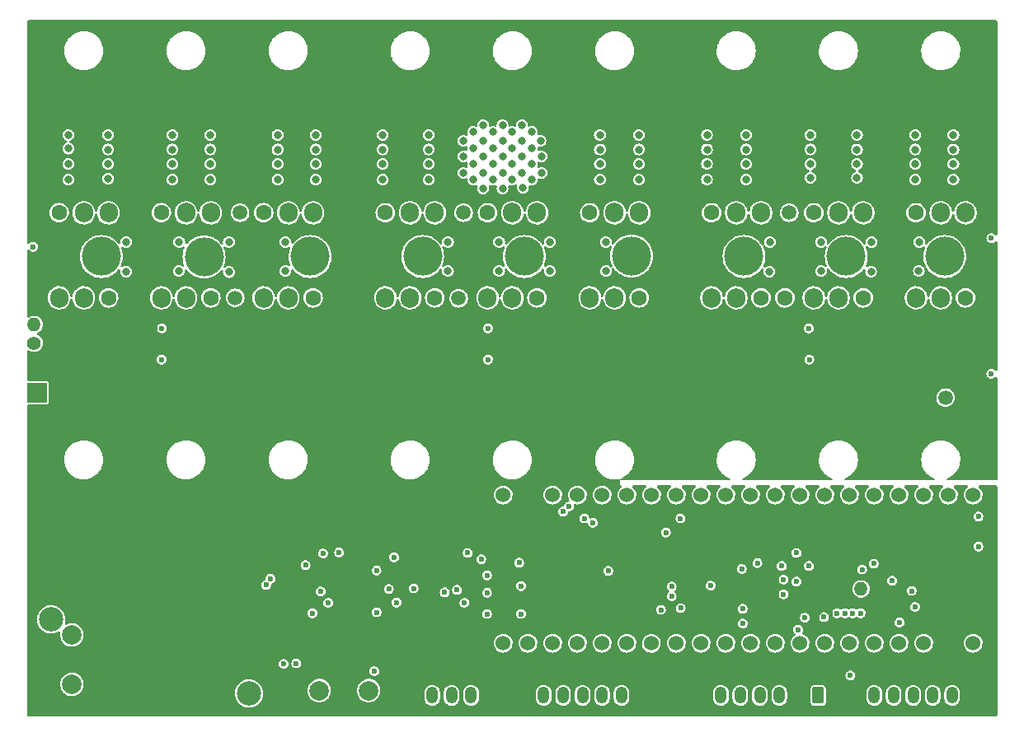
<source format=gbr>
%TF.GenerationSoftware,KiCad,Pcbnew,(6.0.4)*%
%TF.CreationDate,2022-07-25T23:44:37+01:00*%
%TF.ProjectId,CCC_ESC,4343435f-4553-4432-9e6b-696361645f70,rev?*%
%TF.SameCoordinates,Original*%
%TF.FileFunction,Copper,L2,Inr*%
%TF.FilePolarity,Positive*%
%FSLAX46Y46*%
G04 Gerber Fmt 4.6, Leading zero omitted, Abs format (unit mm)*
G04 Created by KiCad (PCBNEW (6.0.4)) date 2022-07-25 23:44:37*
%MOMM*%
%LPD*%
G01*
G04 APERTURE LIST*
G04 Aperture macros list*
%AMRoundRect*
0 Rectangle with rounded corners*
0 $1 Rounding radius*
0 $2 $3 $4 $5 $6 $7 $8 $9 X,Y pos of 4 corners*
0 Add a 4 corners polygon primitive as box body*
4,1,4,$2,$3,$4,$5,$6,$7,$8,$9,$2,$3,0*
0 Add four circle primitives for the rounded corners*
1,1,$1+$1,$2,$3*
1,1,$1+$1,$4,$5*
1,1,$1+$1,$6,$7*
1,1,$1+$1,$8,$9*
0 Add four rect primitives between the rounded corners*
20,1,$1+$1,$2,$3,$4,$5,0*
20,1,$1+$1,$4,$5,$6,$7,0*
20,1,$1+$1,$6,$7,$8,$9,0*
20,1,$1+$1,$8,$9,$2,$3,0*%
G04 Aperture macros list end*
%TA.AperFunction,ComponentPad*%
%ADD10C,2.000000*%
%TD*%
%TA.AperFunction,ComponentPad*%
%ADD11C,4.000000*%
%TD*%
%TA.AperFunction,ComponentPad*%
%ADD12C,2.500000*%
%TD*%
%TA.AperFunction,ComponentPad*%
%ADD13C,1.500000*%
%TD*%
%TA.AperFunction,ComponentPad*%
%ADD14R,2.000000X2.000000*%
%TD*%
%TA.AperFunction,ComponentPad*%
%ADD15RoundRect,0.250000X0.350000X0.625000X-0.350000X0.625000X-0.350000X-0.625000X0.350000X-0.625000X0*%
%TD*%
%TA.AperFunction,ComponentPad*%
%ADD16O,1.200000X1.750000*%
%TD*%
%TA.AperFunction,ComponentPad*%
%ADD17C,3.000000*%
%TD*%
%TA.AperFunction,ComponentPad*%
%ADD18C,1.600000*%
%TD*%
%TA.AperFunction,ComponentPad*%
%ADD19C,1.400000*%
%TD*%
%TA.AperFunction,ComponentPad*%
%ADD20O,1.400000X1.400000*%
%TD*%
%TA.AperFunction,ComponentPad*%
%ADD21C,1.524000*%
%TD*%
%TA.AperFunction,ComponentPad*%
%ADD22O,1.905000X2.000000*%
%TD*%
%TA.AperFunction,ViaPad*%
%ADD23C,0.600000*%
%TD*%
%TA.AperFunction,ViaPad*%
%ADD24C,0.800000*%
%TD*%
G04 APERTURE END LIST*
D10*
%TO.N,GND*%
%TO.C,TP4*%
X82500000Y-83750000D03*
%TD*%
D11*
%TO.N,PHASE_C*%
%TO.C,PH9*%
X144400000Y-74500000D03*
%TD*%
D12*
%TO.N,Net-(C5-Pad1)*%
%TO.C,U6*%
X52654000Y-111813260D03*
%TO.N,GND*%
X52654000Y-106733260D03*
X72974000Y-99113260D03*
%TO.N,V12V*%
X72974000Y-119433260D03*
%TD*%
D11*
%TO.N,PHASE_B*%
%TO.C,PH4*%
X90800000Y-74500000D03*
%TD*%
D13*
%TO.N,/AU_GATESIG*%
%TO.C,TP1*%
X72050000Y-70000000D03*
%TD*%
D14*
%TO.N,Net-(C5-Pad1)*%
%TO.C,CX17*%
X51200000Y-88500000D03*
D10*
%TO.N,GND*%
X55200000Y-88500000D03*
%TD*%
D15*
%TO.N,GND*%
%TO.C,J4*%
X113219000Y-119628260D03*
D16*
%TO.N,Vaux*%
X111219000Y-119628260D03*
%TO.N,PB5 MOSI TIM3 CH2*%
X109219000Y-119628260D03*
%TO.N,PB4 MISO TIM3 CH1*%
X107219000Y-119628260D03*
%TO.N,PB3 SCK TIM2CH2*%
X105219000Y-119628260D03*
%TO.N,PA15 TIM2 CH1*%
X103219000Y-119628260D03*
%TD*%
D17*
%TO.N,GND*%
%TO.C,TP11*%
X72569000Y-106778260D03*
%TD*%
D18*
%TO.N,/CL_GATESIG*%
%TO.C,TP9*%
X128000000Y-78750000D03*
%TD*%
D11*
%TO.N,PHASE_B*%
%TO.C,PH5*%
X112250000Y-74450000D03*
%TD*%
D19*
%TO.N,Net-(R1-Pad2)*%
%TO.C,SW1*%
X50900000Y-83405000D03*
D20*
%TO.N,VBAT*%
X50900000Y-81505000D03*
%TD*%
D10*
%TO.N,GND*%
%TO.C,TP3*%
X93569000Y-101028260D03*
%TD*%
D11*
%TO.N,PHASE_C*%
%TO.C,PH8*%
X123800000Y-74500000D03*
%TD*%
D15*
%TO.N,Vaux*%
%TO.C,J2*%
X131419000Y-119628260D03*
D16*
%TO.N,GND*%
X129419000Y-119628260D03*
%TO.N,PB9 DI2C1_SDA TIM4_CH4*%
X127419000Y-119628260D03*
%TO.N,PB8 DI2C1_SCL TIM4_CH3*%
X125419000Y-119628260D03*
%TO.N,PB7 D_UART1_RX I2C1_SDA TIM4_CH2*%
X123419000Y-119628260D03*
%TO.N,PB6 D_UART1_TX I2C1_SCL TIM4_CH1*%
X121419000Y-119628260D03*
%TD*%
D10*
%TO.N,Net-(C5-Pad1)*%
%TO.C,U8*%
X54779000Y-113418260D03*
%TO.N,GND*%
X54779000Y-115958260D03*
%TO.N,V12V*%
X54779000Y-118498260D03*
%TD*%
%TO.N,V12V*%
%TO.C,U7*%
X80164000Y-119123260D03*
%TO.N,GND*%
X82704000Y-119123260D03*
%TO.N,V5V*%
X85244000Y-119123260D03*
%TD*%
D11*
%TO.N,PHASE_A*%
%TO.C,PH3*%
X68350000Y-74550000D03*
%TD*%
%TO.N,PHASE_A*%
%TO.C,PH2*%
X57800000Y-74500000D03*
%TD*%
%TO.N,PHASE_A*%
%TO.C,PH1*%
X79250000Y-74500000D03*
%TD*%
%TO.N,PHASE_B*%
%TO.C,PH6*%
X101250000Y-74500000D03*
%TD*%
D13*
%TO.N,VSENSE2*%
%TO.C,TP10*%
X144500000Y-89000000D03*
%TD*%
%TO.N,/BL_GATESIG*%
%TO.C,TP7*%
X94500000Y-78800000D03*
%TD*%
D11*
%TO.N,PHASE_C*%
%TO.C,PH7*%
X134300000Y-74500000D03*
%TD*%
D19*
%TO.N,GND*%
%TO.C,NTC1*%
X133914000Y-108678260D03*
D20*
%TO.N,FET_TEMP*%
X135814000Y-108678260D03*
%TD*%
D21*
%TO.N,unconnected-(U5-Pad1)*%
%TO.C,U5*%
X147329000Y-99028260D03*
%TO.N,HALL_A*%
X144789000Y-99028260D03*
%TO.N,HALL_B*%
X142249000Y-99028260D03*
%TO.N,HALL_C*%
X139709000Y-99028260D03*
%TO.N,Net-(C21-Pad1)*%
X137169000Y-99028260D03*
%TO.N,A_THROTTLE*%
X134629000Y-99028260D03*
%TO.N,VSENSE*%
X132089000Y-99028260D03*
%TO.N,A_SHA_AMP*%
X129549000Y-99028260D03*
%TO.N,A_SHB_AMP*%
X127009000Y-99028260D03*
%TO.N,A_SHC_AMP*%
X124469000Y-99028260D03*
%TO.N,A_PHA_VSENSE*%
X121929000Y-99028260D03*
%TO.N,A_PHB_VSENSE*%
X119389000Y-99028260D03*
%TO.N,Net-(JP2-Pad2)*%
X116849000Y-99028260D03*
%TO.N,A_PHC_VSENSE*%
X114309000Y-99028260D03*
%TO.N,Net-(C18-Pad1)*%
X111769000Y-99028260D03*
%TO.N,PB2 D_GPIO*%
X109229000Y-99028260D03*
%TO.N,PB10 D_GPIO*%
X106689000Y-99028260D03*
%TO.N,V3V3*%
X104149000Y-99028260D03*
%TO.N,GND*%
X101609000Y-99028260D03*
%TO.N,unconnected-(U5-Pad20)*%
X99069000Y-99028260D03*
%TO.N,A_OVERLIMIT*%
X99069000Y-114268260D03*
%TO.N,LIN_A*%
X101609000Y-114268260D03*
%TO.N,LIN_B*%
X104149000Y-114268260D03*
%TO.N,LIN_C*%
X106689000Y-114268260D03*
%TO.N,HIN_A*%
X109229000Y-114268260D03*
%TO.N,HIN_B*%
X111769000Y-114268260D03*
%TO.N,HIN_C*%
X114285395Y-114278253D03*
%TO.N,unconnected-(U5-Pad28)*%
X116849000Y-114268260D03*
%TO.N,unconnected-(U5-Pad29)*%
X119389000Y-114268260D03*
%TO.N,Net-(RN2-Pad4)*%
X121929000Y-114268260D03*
%TO.N,Net-(RN2-Pad3)*%
X124469000Y-114268260D03*
%TO.N,Net-(RN2-Pad2)*%
X127009000Y-114268260D03*
%TO.N,Net-(RN2-Pad1)*%
X129549000Y-114268260D03*
%TO.N,Net-(RN3-Pad4)*%
X132089000Y-114268260D03*
%TO.N,Net-(RN3-Pad3)*%
X134629000Y-114268260D03*
%TO.N,Net-(RN3-Pad2)*%
X137169000Y-114268260D03*
%TO.N,Net-(RN3-Pad1)*%
X139709000Y-114268260D03*
%TO.N,V5V*%
X142249000Y-114268260D03*
%TO.N,GND*%
X144789000Y-114268260D03*
%TO.N,V3V3*%
X147329000Y-114268260D03*
%TD*%
D13*
%TO.N,/CU_GATESIG*%
%TO.C,TP8*%
X128450000Y-70000000D03*
%TD*%
%TO.N,/BU_GATESIG*%
%TO.C,TP6*%
X95000000Y-70000000D03*
%TD*%
D10*
%TO.N,GND*%
%TO.C,TP2*%
X116250000Y-85250000D03*
%TD*%
D15*
%TO.N,GND*%
%TO.C,J1*%
X97769000Y-119628260D03*
D16*
%TO.N,Net-(J1-Pad2)*%
X95769000Y-119628260D03*
%TO.N,Net-(J1-Pad3)*%
X93769000Y-119628260D03*
%TO.N,V5V*%
X91769000Y-119628260D03*
%TD*%
D15*
%TO.N,GND*%
%TO.C,J3*%
X147169000Y-119628260D03*
D16*
%TO.N,Net-(J3-Pad2)*%
X145169000Y-119628260D03*
%TO.N,Net-(J3-Pad3)*%
X143169000Y-119628260D03*
%TO.N,Net-(J3-Pad4)*%
X141169000Y-119628260D03*
%TO.N,Net-(J3-Pad5)*%
X139169000Y-119628260D03*
%TO.N,V5V*%
X137169000Y-119628260D03*
%TD*%
D13*
%TO.N,/AL_GATESIG*%
%TO.C,TP5*%
X71550000Y-78750000D03*
%TD*%
D18*
%TO.N,/BL_GATESIG*%
%TO.C,QB4*%
X102540000Y-78750000D03*
D22*
%TO.N,PHASE_B*%
X100000000Y-78750000D03*
%TO.N,Net-(NT3-Pad1)*%
X97460000Y-78750000D03*
%TD*%
D18*
%TO.N,/BU_GATESIG*%
%TO.C,QB5*%
X86960000Y-70000000D03*
D22*
%TO.N,VBAT*%
X89500000Y-70000000D03*
%TO.N,PHASE_B*%
X92040000Y-70000000D03*
%TD*%
D18*
%TO.N,/AU_GATESIG*%
%TO.C,QA3*%
X63960000Y-70000000D03*
D22*
%TO.N,VBAT*%
X66500000Y-70000000D03*
%TO.N,PHASE_A*%
X69040000Y-70000000D03*
%TD*%
D18*
%TO.N,/CL_GATESIG*%
%TO.C,QC6*%
X125540000Y-78750000D03*
D22*
%TO.N,PHASE_C*%
X123000000Y-78750000D03*
%TO.N,Net-(NT5-Pad1)*%
X120460000Y-78750000D03*
%TD*%
D18*
%TO.N,/CU_GATESIG*%
%TO.C,QC5*%
X141460000Y-70000000D03*
D22*
%TO.N,VBAT*%
X144000000Y-70000000D03*
%TO.N,PHASE_C*%
X146540000Y-70000000D03*
%TD*%
D18*
%TO.N,/CL_GATESIG*%
%TO.C,QC4*%
X146540000Y-78750000D03*
D22*
%TO.N,PHASE_C*%
X144000000Y-78750000D03*
%TO.N,Net-(NT5-Pad1)*%
X141460000Y-78750000D03*
%TD*%
D18*
%TO.N,/AL_GATESIG*%
%TO.C,QA6*%
X58540000Y-78750000D03*
D22*
%TO.N,PHASE_A*%
X56000000Y-78750000D03*
%TO.N,Net-(NT1-Pad1)*%
X53460000Y-78750000D03*
%TD*%
D18*
%TO.N,/BL_GATESIG*%
%TO.C,QB6*%
X92040000Y-78750000D03*
D22*
%TO.N,PHASE_B*%
X89500000Y-78750000D03*
%TO.N,Net-(NT3-Pad1)*%
X86960000Y-78750000D03*
%TD*%
D18*
%TO.N,/BL_GATESIG*%
%TO.C,QB2*%
X113040000Y-78750000D03*
D22*
%TO.N,PHASE_B*%
X110500000Y-78750000D03*
%TO.N,Net-(NT3-Pad1)*%
X107960000Y-78750000D03*
%TD*%
D18*
%TO.N,/AU_GATESIG*%
%TO.C,QA5*%
X74460000Y-70000000D03*
D22*
%TO.N,VBAT*%
X77000000Y-70000000D03*
%TO.N,PHASE_A*%
X79540000Y-70000000D03*
%TD*%
D18*
%TO.N,/AU_GATESIG*%
%TO.C,QA1*%
X53460000Y-70000000D03*
D22*
%TO.N,VBAT*%
X56000000Y-70000000D03*
%TO.N,PHASE_A*%
X58540000Y-70000000D03*
%TD*%
D18*
%TO.N,/BU_GATESIG*%
%TO.C,QB3*%
X97460000Y-70000000D03*
D22*
%TO.N,VBAT*%
X100000000Y-70000000D03*
%TO.N,PHASE_B*%
X102540000Y-70000000D03*
%TD*%
D18*
%TO.N,/CU_GATESIG*%
%TO.C,QC3*%
X130960000Y-70000000D03*
D22*
%TO.N,VBAT*%
X133500000Y-70000000D03*
%TO.N,PHASE_C*%
X136040000Y-70000000D03*
%TD*%
D18*
%TO.N,/AL_GATESIG*%
%TO.C,QA4*%
X69040000Y-78750000D03*
D22*
%TO.N,PHASE_A*%
X66500000Y-78750000D03*
%TO.N,Net-(NT1-Pad1)*%
X63960000Y-78750000D03*
%TD*%
D18*
%TO.N,/CL_GATESIG*%
%TO.C,QC2*%
X136040000Y-78750000D03*
D22*
%TO.N,PHASE_C*%
X133500000Y-78750000D03*
%TO.N,Net-(NT5-Pad1)*%
X130960000Y-78750000D03*
%TD*%
D18*
%TO.N,/CU_GATESIG*%
%TO.C,QC1*%
X120460000Y-70000000D03*
D22*
%TO.N,VBAT*%
X123000000Y-70000000D03*
%TO.N,PHASE_C*%
X125540000Y-70000000D03*
%TD*%
D18*
%TO.N,/AL_GATESIG*%
%TO.C,QA2*%
X79540000Y-78750000D03*
D22*
%TO.N,PHASE_A*%
X77000000Y-78750000D03*
%TO.N,Net-(NT1-Pad1)*%
X74460000Y-78750000D03*
%TD*%
D18*
%TO.N,/BU_GATESIG*%
%TO.C,QB1*%
X107960000Y-70000000D03*
D22*
%TO.N,VBAT*%
X110500000Y-70000000D03*
%TO.N,PHASE_B*%
X113040000Y-70000000D03*
%TD*%
D23*
%TO.N,V12V*%
X88119000Y-110078260D03*
X81094000Y-110103260D03*
X80319000Y-108928260D03*
X87319000Y-108678260D03*
X94319000Y-108778260D03*
X95094000Y-110103260D03*
%TO.N,VSENSE2*%
X115269000Y-110827760D03*
X127669000Y-106328260D03*
X147869000Y-104328260D03*
X130469000Y-106328260D03*
%TO.N,V3V3*%
X120369000Y-108328260D03*
X134719000Y-117578260D03*
X127869000Y-109228260D03*
X139019000Y-107828260D03*
X127869000Y-107728260D03*
%TO.N,A_SHA_V+*%
X123669000Y-110728260D03*
X64030000Y-81900000D03*
X75183701Y-107627678D03*
D24*
%TO.N,GND*%
X85600000Y-57000000D03*
X106750000Y-88950000D03*
X125000000Y-87000000D03*
X83550000Y-77000000D03*
X115500000Y-88000000D03*
X80000000Y-86000000D03*
D23*
X131169000Y-116028260D03*
D24*
X115500000Y-90000000D03*
D23*
X97906500Y-105378260D03*
D24*
X88000000Y-86000000D03*
X106800000Y-91600000D03*
X80000000Y-88000000D03*
X97000000Y-88000000D03*
X57000000Y-89000000D03*
X72000000Y-86900000D03*
X83000000Y-91600000D03*
D23*
X89369000Y-119328260D03*
D24*
X73500000Y-88000000D03*
X77000000Y-93000000D03*
X118500000Y-56000000D03*
D23*
X139969000Y-106078260D03*
D24*
X103000000Y-88000000D03*
X78500000Y-86000000D03*
X123500000Y-87000000D03*
X86600000Y-88000000D03*
X81500000Y-90000000D03*
X124500000Y-93000000D03*
D23*
X127069000Y-103228260D03*
D24*
X121500000Y-93000000D03*
X64500000Y-90000000D03*
D23*
X93669000Y-102728260D03*
D24*
X117000000Y-93000000D03*
X120250000Y-77000000D03*
X147000000Y-56500000D03*
X57000000Y-91500000D03*
X78500000Y-87000000D03*
D23*
X137300000Y-110480000D03*
D24*
X120000000Y-93000000D03*
X133500000Y-91500000D03*
X83000000Y-93000000D03*
D23*
X147844000Y-106203260D03*
D24*
X129500000Y-89000000D03*
X123500000Y-90000000D03*
X82500000Y-58000000D03*
X104500000Y-91000000D03*
X101500000Y-88000000D03*
X55000000Y-58000000D03*
X132500000Y-88000000D03*
X118500000Y-87000000D03*
X106800000Y-93000000D03*
X93500000Y-88000000D03*
X138000000Y-91500000D03*
X96999989Y-93000000D03*
X93500000Y-89000000D03*
X77000000Y-85000000D03*
X98500000Y-89000000D03*
X145000000Y-56500000D03*
X58500000Y-90000000D03*
X66000000Y-89000000D03*
X72000000Y-93000000D03*
X58500000Y-87000000D03*
X84600000Y-56000000D03*
X94800000Y-85700000D03*
X100000000Y-93000000D03*
X103000000Y-92000000D03*
X88000000Y-93000000D03*
D23*
X136319000Y-102178260D03*
D24*
X70500000Y-90000000D03*
X84799020Y-87000000D03*
X78500000Y-85000000D03*
X84799020Y-89900000D03*
X100000000Y-85700000D03*
D23*
X118069000Y-103428260D03*
D24*
X114000000Y-90000000D03*
X129500000Y-88000000D03*
D23*
X85669000Y-114028260D03*
D24*
X83000000Y-86000000D03*
X147000000Y-58500000D03*
X69000000Y-86000000D03*
X52000000Y-57000000D03*
X138500000Y-89000000D03*
X111000000Y-88000000D03*
X70500000Y-88000000D03*
X66000000Y-91500000D03*
X84799020Y-86000000D03*
X66000000Y-93000000D03*
X138000000Y-93000000D03*
D23*
X144000000Y-84800000D03*
D24*
X111000000Y-91500000D03*
X64500000Y-91500000D03*
X109500000Y-87000000D03*
D23*
X148569000Y-99828260D03*
D24*
X84500000Y-58000000D03*
D23*
X115619000Y-115128260D03*
D24*
X112500000Y-88000000D03*
X82500000Y-56000000D03*
X106750000Y-88000000D03*
X67500000Y-88000000D03*
X61500000Y-88000000D03*
X106750000Y-90000000D03*
X60000000Y-86000000D03*
X116500000Y-58000000D03*
X125000000Y-90000000D03*
X118500000Y-91500000D03*
X122000000Y-87000000D03*
D23*
X72069000Y-112228260D03*
D24*
X135000000Y-93000000D03*
X84799020Y-88000000D03*
X104500000Y-89000000D03*
D23*
X107969000Y-113478260D03*
D24*
X126500000Y-89000000D03*
X98500000Y-88000000D03*
X126500000Y-90000000D03*
X138500000Y-87000000D03*
X57000000Y-93000000D03*
D23*
X109069000Y-104928260D03*
D24*
X72000000Y-88000000D03*
X93500000Y-85750000D03*
X77000000Y-89000000D03*
X118500000Y-93000000D03*
X112500000Y-90000000D03*
X55000000Y-56000000D03*
X125000000Y-88000000D03*
X75500000Y-89000000D03*
X131000000Y-88000000D03*
X128000000Y-86000000D03*
X122000000Y-90000000D03*
X132000000Y-93000000D03*
D23*
X79469000Y-114028260D03*
D24*
X117600000Y-57000000D03*
X69000000Y-89000000D03*
D23*
X81689000Y-108378260D03*
D24*
X84500000Y-77000000D03*
X63000000Y-93000000D03*
X103000000Y-93000000D03*
X141000000Y-93000000D03*
X139500000Y-93000000D03*
X127500000Y-93000000D03*
X64500000Y-88000000D03*
X124500000Y-91500000D03*
X80000000Y-85000000D03*
X121500000Y-91500000D03*
D23*
X130919000Y-107478260D03*
D24*
X69000000Y-91500000D03*
D23*
X136019000Y-104428260D03*
D24*
X128000000Y-88000000D03*
X115500000Y-57000000D03*
X140000000Y-86000000D03*
X93500000Y-90000000D03*
X89400000Y-89000000D03*
X61500000Y-90000000D03*
X123000000Y-91500000D03*
X89400000Y-87000000D03*
X115500000Y-93000000D03*
X70500000Y-91500000D03*
X94800000Y-84500000D03*
D23*
X146769000Y-107828260D03*
D24*
X97000000Y-91000000D03*
X120000000Y-88000000D03*
X78500000Y-91600000D03*
D23*
X118219000Y-115028260D03*
X54100000Y-76150000D03*
D24*
X134000000Y-85000000D03*
X83000000Y-88000000D03*
X138500000Y-88000000D03*
X58500000Y-89000000D03*
X75500000Y-86000000D03*
X136500000Y-91500000D03*
X80000000Y-93000000D03*
X128000000Y-84900000D03*
X89400000Y-90000000D03*
X92200000Y-86850000D03*
X117508480Y-77072875D03*
X60000000Y-90000000D03*
D23*
X130869000Y-103228260D03*
D24*
X78500000Y-90000000D03*
D23*
X92669000Y-114028260D03*
D24*
X72000000Y-90000000D03*
X86600000Y-89000000D03*
X128000000Y-87000000D03*
X103000000Y-91000000D03*
X94800000Y-86900000D03*
X94800000Y-93000000D03*
X111000000Y-93000000D03*
X61500000Y-86000000D03*
X149000000Y-58500000D03*
X75500000Y-87000000D03*
D23*
X61419000Y-100978260D03*
D24*
X60000000Y-93000000D03*
X130500000Y-91500000D03*
X98500000Y-93000000D03*
X120000000Y-89000000D03*
X138500000Y-90000000D03*
X112500000Y-93000000D03*
X117000000Y-87000000D03*
X63000000Y-90000000D03*
X134000000Y-87000000D03*
X75500000Y-90000000D03*
X109500000Y-90000000D03*
X132000000Y-91500000D03*
X130500000Y-93000000D03*
X73500000Y-89000000D03*
X81500000Y-91600000D03*
X78500000Y-88000000D03*
X111000000Y-89000000D03*
X114000000Y-91500000D03*
X77000000Y-91500000D03*
X94800000Y-90000000D03*
X60000000Y-91500000D03*
D23*
X138199000Y-115798260D03*
D24*
X90800000Y-89000000D03*
D23*
X122669000Y-109228260D03*
D24*
X54000000Y-57000000D03*
X140000000Y-87000000D03*
X100000000Y-92000000D03*
X81500000Y-89000000D03*
X134000000Y-89000000D03*
X67500000Y-87000000D03*
X126500000Y-88000000D03*
X64500000Y-93000000D03*
X61500000Y-93000000D03*
X88000000Y-89000000D03*
X114000000Y-93000000D03*
X88000000Y-91600000D03*
X112500000Y-91500000D03*
X83500000Y-57000000D03*
X135500000Y-88000000D03*
X51100000Y-56000000D03*
X73500000Y-91500000D03*
X86599500Y-86000000D03*
X139500000Y-91500000D03*
X75500000Y-93000000D03*
X67500000Y-90000000D03*
X73500000Y-90000000D03*
X123500000Y-89000000D03*
D23*
X143069000Y-106078260D03*
D24*
X145000000Y-58500000D03*
D23*
X125869000Y-110628260D03*
D24*
X116500000Y-56000000D03*
X72000000Y-89000000D03*
X92200000Y-92000000D03*
D23*
X78169000Y-120128260D03*
X53669000Y-120878260D03*
D24*
X106750000Y-86950000D03*
X67500000Y-89000000D03*
X81500000Y-86000000D03*
D23*
X147844000Y-103203260D03*
D24*
X122000000Y-86000000D03*
X100000000Y-91000000D03*
X137000000Y-89000000D03*
X148900500Y-77300000D03*
X60000000Y-87000000D03*
D23*
X128169000Y-111128260D03*
D24*
X90800000Y-88000000D03*
D23*
X74919000Y-121328260D03*
D24*
X104500000Y-93000000D03*
X81500000Y-85000000D03*
X114000000Y-86000000D03*
X58500000Y-88000000D03*
X133500000Y-93000000D03*
D23*
X51950000Y-77000000D03*
D24*
X109500000Y-89000000D03*
X84799020Y-91600000D03*
X98500000Y-90000000D03*
X67500000Y-85000000D03*
X72000000Y-91500000D03*
X92200000Y-88000000D03*
X90800000Y-92000000D03*
X100000000Y-88000000D03*
X132500000Y-89000000D03*
X78500000Y-89000000D03*
D23*
X143569000Y-99528760D03*
D24*
X75500000Y-88000000D03*
D23*
X78669000Y-114028260D03*
D24*
X86600000Y-90000000D03*
X73500000Y-93000000D03*
X94800000Y-92000000D03*
X63000000Y-89000000D03*
X86500000Y-56000000D03*
X120000000Y-87000000D03*
X101500000Y-89000000D03*
X86600000Y-87000000D03*
X92200000Y-93000000D03*
D23*
X51550000Y-78300000D03*
D24*
X104500000Y-88000000D03*
X125000000Y-89000000D03*
X83000000Y-89000000D03*
X114000000Y-88000000D03*
X118500000Y-88000000D03*
X115500000Y-91500000D03*
X115500000Y-87000000D03*
X94800011Y-91000000D03*
X61500000Y-85000000D03*
X93500000Y-91000000D03*
X67500000Y-93000000D03*
X120000000Y-86000000D03*
X120000000Y-90000000D03*
X132500000Y-90000000D03*
X94800000Y-89000000D03*
X104500000Y-92000000D03*
X92200000Y-89000000D03*
X84800000Y-89000000D03*
X57000000Y-90000000D03*
D23*
X138769000Y-102728260D03*
D24*
X100000000Y-89000000D03*
X104500000Y-90000000D03*
X98500000Y-91000000D03*
X53000000Y-58000000D03*
X112500000Y-86000000D03*
X134000000Y-86000000D03*
D23*
X54100000Y-77000000D03*
D24*
X75500000Y-91500000D03*
X127500000Y-91500000D03*
X80000000Y-90000000D03*
X89400000Y-91000000D03*
X92200000Y-91000000D03*
X89400000Y-92000000D03*
X77000000Y-90000000D03*
X109500000Y-93000000D03*
D23*
X85169000Y-103828260D03*
D24*
X60000000Y-88000000D03*
X135500000Y-89000000D03*
X100000000Y-90000000D03*
X83000000Y-87000000D03*
X111000000Y-86000000D03*
X131000000Y-89000000D03*
X58500000Y-91500000D03*
X135500000Y-87000000D03*
X70500000Y-93000000D03*
X126500000Y-87000000D03*
X70500000Y-87000000D03*
X77000000Y-86000000D03*
X66000000Y-90000000D03*
D23*
X141519000Y-106078260D03*
D24*
X117000000Y-90000000D03*
D23*
X93469000Y-114028260D03*
D24*
X137000000Y-88000000D03*
X118500000Y-90000000D03*
X80000000Y-87000000D03*
D23*
X83569000Y-113128260D03*
D24*
X69000000Y-87000000D03*
X134000000Y-90000000D03*
X115500000Y-89000000D03*
X126000000Y-91500000D03*
X118500000Y-89000000D03*
X101500000Y-90000000D03*
X141000000Y-91500000D03*
D23*
X137819000Y-121278260D03*
D24*
X129500000Y-90000000D03*
D23*
X61969000Y-105928260D03*
D24*
X117000000Y-91500000D03*
X136500000Y-93000000D03*
X83000000Y-90000000D03*
D23*
X87969000Y-120128260D03*
D24*
X112500000Y-89000000D03*
X129000000Y-91500000D03*
X81500000Y-87000000D03*
D23*
X100469000Y-119628260D03*
D24*
X101500000Y-93000000D03*
X93500000Y-92000000D03*
X92200000Y-90000000D03*
D23*
X147369000Y-116678260D03*
D24*
X101500000Y-92000000D03*
X131000000Y-90000000D03*
X77000000Y-88000000D03*
D23*
X123304366Y-108528260D03*
D24*
X86500000Y-58000000D03*
X70500000Y-89000000D03*
X126000000Y-93000000D03*
X63000000Y-91500000D03*
X97000000Y-92000000D03*
X103000000Y-90000000D03*
D23*
X103769000Y-107578260D03*
X61069000Y-115028260D03*
D24*
X148100000Y-57500000D03*
X89400000Y-93000000D03*
X114000000Y-89000000D03*
X86600000Y-91600000D03*
X118500000Y-86000000D03*
X109500000Y-91500000D03*
D23*
X113269000Y-99778260D03*
X105819000Y-108928260D03*
D24*
X117000000Y-89000000D03*
D23*
X112969000Y-108428260D03*
X114319000Y-102328260D03*
D24*
X81500000Y-88000000D03*
X57000000Y-88000000D03*
X61500000Y-91500000D03*
X135500000Y-90000000D03*
X87250000Y-77000000D03*
X69000000Y-93000000D03*
X128000000Y-89000000D03*
X128000000Y-90000000D03*
X122000000Y-88000000D03*
X80000000Y-89000000D03*
X101500000Y-91000000D03*
D23*
X115669000Y-100028260D03*
D24*
X89400000Y-88000000D03*
X112500000Y-87000000D03*
X120000000Y-91500000D03*
X78500000Y-93000000D03*
X86599500Y-85000000D03*
X66000000Y-88000000D03*
X117000000Y-88000000D03*
X53000000Y-56000000D03*
X51000000Y-58000000D03*
X109500000Y-88000000D03*
X100000000Y-86900000D03*
X94800000Y-88000000D03*
X129000000Y-93000000D03*
X103000000Y-89000000D03*
X60000000Y-89000000D03*
X135500000Y-86000000D03*
X90800000Y-91000000D03*
X61500000Y-89000000D03*
X69000000Y-88000000D03*
D23*
X53100000Y-77000000D03*
D24*
X93500000Y-93000000D03*
X80000000Y-91600000D03*
X122000000Y-89000000D03*
X137000000Y-90000000D03*
X111000000Y-87000000D03*
X88000000Y-88000000D03*
X97000000Y-89000000D03*
X77000000Y-87000000D03*
X135000000Y-91500000D03*
X90800000Y-90000000D03*
X69000000Y-90000000D03*
D23*
X119749000Y-102658260D03*
D24*
X97000000Y-90000000D03*
D23*
X126769000Y-112528260D03*
D24*
X61500000Y-87000000D03*
D23*
X147869000Y-109928260D03*
D24*
X134000000Y-84000000D03*
D23*
X121769000Y-117828260D03*
X113119000Y-113628260D03*
D24*
X64500000Y-89000000D03*
X101500000Y-86850000D03*
X118500000Y-58000000D03*
X67500000Y-86000000D03*
X134000000Y-88000000D03*
D23*
X131258167Y-104828259D03*
D24*
X88000000Y-90000000D03*
X84799020Y-93000000D03*
X101500000Y-85700000D03*
X81500000Y-93000000D03*
D23*
X86469000Y-114028260D03*
X115269000Y-108428260D03*
X82369000Y-102128260D03*
D24*
X137000000Y-87000000D03*
X98500000Y-92000000D03*
X111000000Y-90000000D03*
X114000000Y-87000000D03*
D23*
X97369000Y-114528260D03*
D24*
X67500000Y-91500000D03*
X123000000Y-93000000D03*
X58500000Y-93000000D03*
X63000000Y-88000000D03*
X140000000Y-89000000D03*
X86600000Y-93000000D03*
X140000000Y-90000000D03*
X140000000Y-88000000D03*
X115600000Y-77100000D03*
X88000000Y-87000000D03*
X123500000Y-88000000D03*
X146100000Y-57500000D03*
X149000000Y-56500000D03*
X93500000Y-86900000D03*
D23*
X142419000Y-116328260D03*
D24*
X109500000Y-86000000D03*
X126500000Y-86000000D03*
X114500000Y-56000000D03*
X114500000Y-58000000D03*
X103000000Y-86850000D03*
X90800000Y-93000000D03*
D23*
X78169000Y-118628260D03*
%TO.N,A_SHA_V-*%
X64000000Y-85100000D03*
X123669000Y-112228260D03*
X74719011Y-108283138D03*
%TO.N,A_SHB_V+*%
X123569000Y-106628260D03*
X105810011Y-100198161D03*
X97500000Y-81899503D03*
%TO.N,A_SHC_V+*%
X130450000Y-81900000D03*
X107390000Y-101430000D03*
%TO.N,A_SHB_V-*%
X105209000Y-100728260D03*
X125169000Y-106028260D03*
X97500000Y-85100000D03*
%TO.N,A_SHC_V-*%
X130500000Y-85100000D03*
X108280000Y-101880000D03*
D24*
%TO.N,VBAT*%
X65100000Y-65000000D03*
X97000000Y-67500000D03*
X65100000Y-66600000D03*
X98000000Y-63400000D03*
X101000000Y-62600000D03*
X124000000Y-66600000D03*
X130600000Y-62000000D03*
X97000000Y-61000000D03*
X96000000Y-63400000D03*
X101000000Y-64200000D03*
X145300000Y-65000000D03*
X58500000Y-63500000D03*
X145300000Y-63500000D03*
X120000000Y-65000000D03*
X99000000Y-61000000D03*
X130600000Y-63500000D03*
X54400000Y-65000000D03*
X109000000Y-65000000D03*
X109000000Y-63500000D03*
X98000000Y-61700000D03*
D23*
X149200000Y-86550000D03*
D24*
X145300000Y-62000000D03*
X135400000Y-63500000D03*
X86700000Y-63500000D03*
X99000000Y-67500000D03*
X141400000Y-65000000D03*
X100000000Y-63400000D03*
X65100000Y-63500000D03*
X120000000Y-62000000D03*
X101000000Y-61000000D03*
X113000000Y-62000000D03*
X135400000Y-66400000D03*
X124000000Y-65000000D03*
X135400000Y-65000000D03*
X54400000Y-63400000D03*
X95000000Y-65900000D03*
X102000000Y-61700000D03*
X79800000Y-65000000D03*
X58500000Y-66500000D03*
X79800000Y-63500000D03*
X99000000Y-62600000D03*
D23*
X50800000Y-73500000D03*
D24*
X109000000Y-62000000D03*
X91400000Y-66600000D03*
X75900000Y-66600000D03*
X100000000Y-65000000D03*
X97000000Y-62600000D03*
X86700000Y-62000000D03*
X102900000Y-62600000D03*
X86700000Y-65000000D03*
X75900000Y-65000000D03*
X69000000Y-66600000D03*
X113000000Y-63500000D03*
X69000000Y-65000000D03*
X95000000Y-62600000D03*
X120000000Y-66600000D03*
X86700000Y-66600000D03*
X130600000Y-66400000D03*
X141400000Y-63500000D03*
X124000000Y-62000000D03*
X99000000Y-64200000D03*
X120000000Y-63500000D03*
X65100000Y-62000000D03*
X91400000Y-62000000D03*
X100000000Y-66600000D03*
X99000000Y-65900000D03*
X79800000Y-66600000D03*
X141400000Y-66600000D03*
X54400000Y-62000000D03*
X102000000Y-66600000D03*
X135400000Y-62000000D03*
X96000000Y-66600000D03*
X97000000Y-64200000D03*
X141400000Y-62000000D03*
X91400000Y-63500000D03*
X102000000Y-65000000D03*
X75900000Y-62000000D03*
X91400000Y-65000000D03*
X98000000Y-65000000D03*
X58500000Y-65000000D03*
X58500000Y-62000000D03*
X97000000Y-65900000D03*
X96000000Y-65000000D03*
X100000000Y-61700000D03*
X124000000Y-63500000D03*
X109000000Y-66600000D03*
X130600000Y-65000000D03*
X113000000Y-66600000D03*
X96000000Y-61700000D03*
X101000000Y-65900000D03*
X75900000Y-63500000D03*
X145300000Y-66600000D03*
D23*
X149200000Y-72600000D03*
D24*
X95000000Y-64200000D03*
X103000000Y-65900000D03*
X69000000Y-62000000D03*
X113000000Y-65000000D03*
X79800000Y-62000000D03*
X101100000Y-67400000D03*
X54400000Y-66600000D03*
X102000000Y-63400000D03*
X98000000Y-66600000D03*
X103000000Y-64200000D03*
X69000000Y-63500000D03*
%TO.N,PHASE_A*%
X70900000Y-76100000D03*
X76700000Y-76000000D03*
X76700000Y-73000000D03*
X60350000Y-73000000D03*
D23*
X79469000Y-111178260D03*
X97406000Y-111253760D03*
D24*
X65750000Y-76000000D03*
X70900000Y-73000000D03*
X60350000Y-76050000D03*
X65800000Y-73000000D03*
D23*
X78769000Y-106228260D03*
%TO.N,Net-(C18-Pad1)*%
X115769500Y-102878260D03*
D24*
%TO.N,PHASE_B*%
X93400000Y-76000000D03*
X103850000Y-73000000D03*
D23*
X97406000Y-109078260D03*
D24*
X103850000Y-76000000D03*
D23*
X86054000Y-106793260D03*
D24*
X98650000Y-73000000D03*
X98650000Y-76000000D03*
X109650000Y-76000000D03*
X109600000Y-73000000D03*
X93400000Y-73000000D03*
D23*
X86069000Y-111079720D03*
%TO.N,Net-(C21-Pad1)*%
X137119000Y-106078260D03*
%TO.N,PHASE_C*%
X93069000Y-109028260D03*
X97406000Y-107278260D03*
D24*
X136900000Y-73000000D03*
X136850000Y-76050000D03*
X131700000Y-73000000D03*
X131700000Y-76000000D03*
X126450000Y-73000000D03*
X126400000Y-76050000D03*
X141750000Y-76000000D03*
X141800000Y-73000000D03*
D23*
%TO.N,HALL_B*%
X141019000Y-108878260D03*
X141369000Y-110528260D03*
%TO.N,A_PHA_VSENSE*%
X100906500Y-111253760D03*
X117292911Y-110652171D03*
%TO.N,VSENSE*%
X147869000Y-101228260D03*
%TO.N,A_SHC_AMP*%
X109869000Y-106828260D03*
%TO.N,FET_TEMP*%
X135919000Y-106678260D03*
%TO.N,A_PHB_VSENSE*%
X100906500Y-108378260D03*
X116369000Y-109428260D03*
%TO.N,A_PHC_VSENSE*%
X100706500Y-105978260D03*
X116369000Y-108428260D03*
%TO.N,LIN_A*%
X77819000Y-116328260D03*
%TO.N,LIN_B*%
X85819000Y-117127771D03*
%TO.N,HIN_A*%
X76519000Y-116378260D03*
%TO.N,MOTOR_TEMP*%
X139769000Y-112128260D03*
%TO.N,Net-(J1-Pad3)*%
X130059360Y-111628942D03*
%TO.N,Net-(J1-Pad2)*%
X129369000Y-112878260D03*
%TO.N,A_BRAKE*%
X132019000Y-111578260D03*
%TO.N,Net-(JP2-Pad2)*%
X117269000Y-101428260D03*
X129193011Y-104978270D03*
X129193011Y-107928260D03*
%TO.N,Net-(RN3-Pad1)*%
X135769000Y-111178260D03*
%TO.N,Net-(RN3-Pad2)*%
X134969000Y-111178260D03*
%TO.N,Net-(RN3-Pad3)*%
X134169000Y-111178260D03*
%TO.N,Net-(RN3-Pad4)*%
X133369000Y-111178260D03*
%TO.N,/AU_GATESIG*%
X82218497Y-104928747D03*
%TO.N,/AL_GATESIG*%
X80569000Y-105028260D03*
%TO.N,/BU_GATESIG*%
X87869000Y-105428260D03*
%TO.N,/BL_GATESIG*%
X89869000Y-108628260D03*
%TO.N,/CU_GATESIG*%
X95419000Y-104978260D03*
%TO.N,/CL_GATESIG*%
X96819000Y-105628260D03*
%TD*%
%TA.AperFunction,Conductor*%
%TO.N,GND*%
G36*
X149741621Y-50220502D02*
G01*
X149788114Y-50274158D01*
X149799500Y-50326500D01*
X149799500Y-72189691D01*
X149779498Y-72257812D01*
X149725842Y-72304305D01*
X149655568Y-72314409D01*
X149590988Y-72284915D01*
X149578047Y-72271939D01*
X149532400Y-72218963D01*
X149412095Y-72140985D01*
X149274739Y-72099907D01*
X149265763Y-72099852D01*
X149265762Y-72099852D01*
X149205555Y-72099484D01*
X149131376Y-72099031D01*
X148993529Y-72138428D01*
X148872280Y-72214930D01*
X148866338Y-72221658D01*
X148866337Y-72221659D01*
X148824828Y-72268659D01*
X148777377Y-72322388D01*
X148716447Y-72452163D01*
X148707237Y-72511317D01*
X148697833Y-72571718D01*
X148694391Y-72593823D01*
X148712980Y-72735979D01*
X148770720Y-72867203D01*
X148776497Y-72874076D01*
X148776498Y-72874077D01*
X148832478Y-72940673D01*
X148862970Y-72976948D01*
X148870447Y-72981925D01*
X148966511Y-73045871D01*
X148982313Y-73056390D01*
X149119157Y-73099142D01*
X149128129Y-73099306D01*
X149128132Y-73099307D01*
X149193463Y-73100504D01*
X149262499Y-73101770D01*
X149271533Y-73099307D01*
X149392158Y-73066421D01*
X149392160Y-73066420D01*
X149400817Y-73064060D01*
X149522991Y-72989045D01*
X149580084Y-72925969D01*
X149640628Y-72888888D01*
X149711608Y-72890425D01*
X149770489Y-72930093D01*
X149798577Y-72995297D01*
X149799500Y-73010524D01*
X149799500Y-86139691D01*
X149779498Y-86207812D01*
X149725842Y-86254305D01*
X149655568Y-86264409D01*
X149590988Y-86234915D01*
X149578047Y-86221939D01*
X149532400Y-86168963D01*
X149412095Y-86090985D01*
X149274739Y-86049907D01*
X149265763Y-86049852D01*
X149265762Y-86049852D01*
X149205555Y-86049484D01*
X149131376Y-86049031D01*
X148993529Y-86088428D01*
X148872280Y-86164930D01*
X148777377Y-86272388D01*
X148716447Y-86402163D01*
X148694391Y-86543823D01*
X148712980Y-86685979D01*
X148770720Y-86817203D01*
X148862970Y-86926948D01*
X148982313Y-87006390D01*
X149119157Y-87049142D01*
X149128129Y-87049306D01*
X149128132Y-87049307D01*
X149193463Y-87050504D01*
X149262499Y-87051770D01*
X149271533Y-87049307D01*
X149392158Y-87016421D01*
X149392160Y-87016420D01*
X149400817Y-87014060D01*
X149522991Y-86939045D01*
X149580084Y-86875969D01*
X149640628Y-86838888D01*
X149711608Y-86840425D01*
X149770489Y-86880093D01*
X149798577Y-86945297D01*
X149799500Y-86960524D01*
X149799500Y-97402260D01*
X149779498Y-97470381D01*
X149725842Y-97516874D01*
X149673500Y-97528260D01*
X144743912Y-97528260D01*
X144675791Y-97508258D01*
X144629298Y-97454602D01*
X144619194Y-97384328D01*
X144648688Y-97319748D01*
X144700301Y-97284048D01*
X144821160Y-97239461D01*
X144825337Y-97237920D01*
X145074660Y-97103393D01*
X145302540Y-96935078D01*
X145504430Y-96736334D01*
X145507131Y-96732794D01*
X145507137Y-96732788D01*
X145673602Y-96514667D01*
X145673605Y-96514663D01*
X145676304Y-96511126D01*
X145814730Y-96263947D01*
X145836946Y-96206524D01*
X145915341Y-96003885D01*
X145915343Y-96003879D01*
X145916948Y-95999730D01*
X145980918Y-95723747D01*
X146005363Y-95441503D01*
X146002140Y-95382936D01*
X145990040Y-95163073D01*
X145990039Y-95163066D01*
X145989795Y-95158630D01*
X145934526Y-94880774D01*
X145913279Y-94820270D01*
X145842136Y-94617684D01*
X145842135Y-94617681D01*
X145840658Y-94613476D01*
X145838605Y-94609523D01*
X145838602Y-94609517D01*
X145712116Y-94366023D01*
X145710064Y-94362072D01*
X145707481Y-94358457D01*
X145707477Y-94358451D01*
X145627858Y-94247037D01*
X145545349Y-94131576D01*
X145503028Y-94087212D01*
X145352876Y-93929811D01*
X145352873Y-93929808D01*
X145349801Y-93926588D01*
X145127320Y-93751199D01*
X145017073Y-93687163D01*
X144886193Y-93611141D01*
X144886187Y-93611138D01*
X144882346Y-93608907D01*
X144619768Y-93502552D01*
X144615455Y-93501481D01*
X144615450Y-93501479D01*
X144349144Y-93435328D01*
X144349139Y-93435327D01*
X144344823Y-93434255D01*
X144340395Y-93433801D01*
X144340393Y-93433801D01*
X144245552Y-93424084D01*
X144103210Y-93409500D01*
X143927830Y-93409500D01*
X143717407Y-93424399D01*
X143713052Y-93425337D01*
X143713049Y-93425337D01*
X143444800Y-93483089D01*
X143444798Y-93483089D01*
X143440453Y-93484025D01*
X143174663Y-93582080D01*
X142925340Y-93716607D01*
X142697460Y-93884922D01*
X142495570Y-94083666D01*
X142492869Y-94087206D01*
X142492863Y-94087212D01*
X142456237Y-94135204D01*
X142323696Y-94308874D01*
X142185270Y-94556053D01*
X142183662Y-94560211D01*
X142183659Y-94560216D01*
X142084659Y-94816115D01*
X142083052Y-94820270D01*
X142019082Y-95096253D01*
X141994637Y-95378497D01*
X141994881Y-95382932D01*
X141994881Y-95382936D01*
X141998105Y-95441503D01*
X142010205Y-95661370D01*
X142065474Y-95939226D01*
X142066950Y-95943429D01*
X142088181Y-96003885D01*
X142159342Y-96206524D01*
X142161395Y-96210477D01*
X142161398Y-96210483D01*
X142235360Y-96352865D01*
X142289936Y-96457928D01*
X142292519Y-96461543D01*
X142292523Y-96461549D01*
X142325176Y-96507242D01*
X142454651Y-96688424D01*
X142457729Y-96691651D01*
X142457731Y-96691653D01*
X142500355Y-96736334D01*
X142650199Y-96893412D01*
X142872680Y-97068801D01*
X142982927Y-97132837D01*
X143113807Y-97208859D01*
X143113813Y-97208862D01*
X143117654Y-97211093D01*
X143178668Y-97235806D01*
X143301297Y-97285476D01*
X143356926Y-97329589D01*
X143379876Y-97396774D01*
X143362858Y-97465701D01*
X143311278Y-97514486D01*
X143253995Y-97528260D01*
X134243912Y-97528260D01*
X134175791Y-97508258D01*
X134129298Y-97454602D01*
X134119194Y-97384328D01*
X134148688Y-97319748D01*
X134200301Y-97284048D01*
X134321160Y-97239461D01*
X134325337Y-97237920D01*
X134574660Y-97103393D01*
X134802540Y-96935078D01*
X135004430Y-96736334D01*
X135007131Y-96732794D01*
X135007137Y-96732788D01*
X135173602Y-96514667D01*
X135173605Y-96514663D01*
X135176304Y-96511126D01*
X135314730Y-96263947D01*
X135336946Y-96206524D01*
X135415341Y-96003885D01*
X135415343Y-96003879D01*
X135416948Y-95999730D01*
X135480918Y-95723747D01*
X135505363Y-95441503D01*
X135502140Y-95382936D01*
X135490040Y-95163073D01*
X135490039Y-95163066D01*
X135489795Y-95158630D01*
X135434526Y-94880774D01*
X135413279Y-94820270D01*
X135342136Y-94617684D01*
X135342135Y-94617681D01*
X135340658Y-94613476D01*
X135338605Y-94609523D01*
X135338602Y-94609517D01*
X135212116Y-94366023D01*
X135210064Y-94362072D01*
X135207481Y-94358457D01*
X135207477Y-94358451D01*
X135127858Y-94247037D01*
X135045349Y-94131576D01*
X135003028Y-94087212D01*
X134852876Y-93929811D01*
X134852873Y-93929808D01*
X134849801Y-93926588D01*
X134627320Y-93751199D01*
X134517073Y-93687163D01*
X134386193Y-93611141D01*
X134386187Y-93611138D01*
X134382346Y-93608907D01*
X134119768Y-93502552D01*
X134115455Y-93501481D01*
X134115450Y-93501479D01*
X133849144Y-93435328D01*
X133849139Y-93435327D01*
X133844823Y-93434255D01*
X133840395Y-93433801D01*
X133840393Y-93433801D01*
X133745552Y-93424084D01*
X133603210Y-93409500D01*
X133427830Y-93409500D01*
X133217407Y-93424399D01*
X133213052Y-93425337D01*
X133213049Y-93425337D01*
X132944800Y-93483089D01*
X132944798Y-93483089D01*
X132940453Y-93484025D01*
X132674663Y-93582080D01*
X132425340Y-93716607D01*
X132197460Y-93884922D01*
X131995570Y-94083666D01*
X131992869Y-94087206D01*
X131992863Y-94087212D01*
X131956237Y-94135204D01*
X131823696Y-94308874D01*
X131685270Y-94556053D01*
X131683662Y-94560211D01*
X131683659Y-94560216D01*
X131584659Y-94816115D01*
X131583052Y-94820270D01*
X131519082Y-95096253D01*
X131494637Y-95378497D01*
X131494881Y-95382932D01*
X131494881Y-95382936D01*
X131498105Y-95441503D01*
X131510205Y-95661370D01*
X131565474Y-95939226D01*
X131566950Y-95943429D01*
X131588181Y-96003885D01*
X131659342Y-96206524D01*
X131661395Y-96210477D01*
X131661398Y-96210483D01*
X131735360Y-96352865D01*
X131789936Y-96457928D01*
X131792519Y-96461543D01*
X131792523Y-96461549D01*
X131825176Y-96507242D01*
X131954651Y-96688424D01*
X131957729Y-96691651D01*
X131957731Y-96691653D01*
X132000355Y-96736334D01*
X132150199Y-96893412D01*
X132372680Y-97068801D01*
X132482927Y-97132837D01*
X132613807Y-97208859D01*
X132613813Y-97208862D01*
X132617654Y-97211093D01*
X132678668Y-97235806D01*
X132801297Y-97285476D01*
X132856926Y-97329589D01*
X132879876Y-97396774D01*
X132862858Y-97465701D01*
X132811278Y-97514486D01*
X132753995Y-97528260D01*
X123743912Y-97528260D01*
X123675791Y-97508258D01*
X123629298Y-97454602D01*
X123619194Y-97384328D01*
X123648688Y-97319748D01*
X123700301Y-97284048D01*
X123821160Y-97239461D01*
X123825337Y-97237920D01*
X124074660Y-97103393D01*
X124302540Y-96935078D01*
X124504430Y-96736334D01*
X124507131Y-96732794D01*
X124507137Y-96732788D01*
X124673602Y-96514667D01*
X124673605Y-96514663D01*
X124676304Y-96511126D01*
X124814730Y-96263947D01*
X124836946Y-96206524D01*
X124915341Y-96003885D01*
X124915343Y-96003879D01*
X124916948Y-95999730D01*
X124980918Y-95723747D01*
X125005363Y-95441503D01*
X125002140Y-95382936D01*
X124990040Y-95163073D01*
X124990039Y-95163066D01*
X124989795Y-95158630D01*
X124934526Y-94880774D01*
X124913279Y-94820270D01*
X124842136Y-94617684D01*
X124842135Y-94617681D01*
X124840658Y-94613476D01*
X124838605Y-94609523D01*
X124838602Y-94609517D01*
X124712116Y-94366023D01*
X124710064Y-94362072D01*
X124707481Y-94358457D01*
X124707477Y-94358451D01*
X124627858Y-94247037D01*
X124545349Y-94131576D01*
X124503028Y-94087212D01*
X124352876Y-93929811D01*
X124352873Y-93929808D01*
X124349801Y-93926588D01*
X124127320Y-93751199D01*
X124017073Y-93687163D01*
X123886193Y-93611141D01*
X123886187Y-93611138D01*
X123882346Y-93608907D01*
X123619768Y-93502552D01*
X123615455Y-93501481D01*
X123615450Y-93501479D01*
X123349144Y-93435328D01*
X123349139Y-93435327D01*
X123344823Y-93434255D01*
X123340395Y-93433801D01*
X123340393Y-93433801D01*
X123245552Y-93424084D01*
X123103210Y-93409500D01*
X122927830Y-93409500D01*
X122717407Y-93424399D01*
X122713052Y-93425337D01*
X122713049Y-93425337D01*
X122444800Y-93483089D01*
X122444798Y-93483089D01*
X122440453Y-93484025D01*
X122174663Y-93582080D01*
X121925340Y-93716607D01*
X121697460Y-93884922D01*
X121495570Y-94083666D01*
X121492869Y-94087206D01*
X121492863Y-94087212D01*
X121456237Y-94135204D01*
X121323696Y-94308874D01*
X121185270Y-94556053D01*
X121183662Y-94560211D01*
X121183659Y-94560216D01*
X121084659Y-94816115D01*
X121083052Y-94820270D01*
X121019082Y-95096253D01*
X120994637Y-95378497D01*
X120994881Y-95382932D01*
X120994881Y-95382936D01*
X120998105Y-95441503D01*
X121010205Y-95661370D01*
X121065474Y-95939226D01*
X121066950Y-95943429D01*
X121088181Y-96003885D01*
X121159342Y-96206524D01*
X121161395Y-96210477D01*
X121161398Y-96210483D01*
X121235360Y-96352865D01*
X121289936Y-96457928D01*
X121292519Y-96461543D01*
X121292523Y-96461549D01*
X121325176Y-96507242D01*
X121454651Y-96688424D01*
X121457729Y-96691651D01*
X121457731Y-96691653D01*
X121500355Y-96736334D01*
X121650199Y-96893412D01*
X121872680Y-97068801D01*
X121982927Y-97132837D01*
X122113807Y-97208859D01*
X122113813Y-97208862D01*
X122117654Y-97211093D01*
X122178668Y-97235806D01*
X122301297Y-97285476D01*
X122356926Y-97329589D01*
X122379876Y-97396774D01*
X122362858Y-97465701D01*
X122311278Y-97514486D01*
X122253995Y-97528260D01*
X111243912Y-97528260D01*
X111175791Y-97508258D01*
X111129298Y-97454602D01*
X111119194Y-97384328D01*
X111148688Y-97319748D01*
X111200301Y-97284048D01*
X111321160Y-97239461D01*
X111325337Y-97237920D01*
X111574660Y-97103393D01*
X111802540Y-96935078D01*
X112004430Y-96736334D01*
X112007131Y-96732794D01*
X112007137Y-96732788D01*
X112173602Y-96514667D01*
X112173605Y-96514663D01*
X112176304Y-96511126D01*
X112314730Y-96263947D01*
X112336946Y-96206524D01*
X112415341Y-96003885D01*
X112415343Y-96003879D01*
X112416948Y-95999730D01*
X112480918Y-95723747D01*
X112505363Y-95441503D01*
X112502140Y-95382936D01*
X112490040Y-95163073D01*
X112490039Y-95163066D01*
X112489795Y-95158630D01*
X112434526Y-94880774D01*
X112413279Y-94820270D01*
X112342136Y-94617684D01*
X112342135Y-94617681D01*
X112340658Y-94613476D01*
X112338605Y-94609523D01*
X112338602Y-94609517D01*
X112212116Y-94366023D01*
X112210064Y-94362072D01*
X112207481Y-94358457D01*
X112207477Y-94358451D01*
X112127858Y-94247037D01*
X112045349Y-94131576D01*
X112003028Y-94087212D01*
X111852876Y-93929811D01*
X111852873Y-93929808D01*
X111849801Y-93926588D01*
X111627320Y-93751199D01*
X111517073Y-93687163D01*
X111386193Y-93611141D01*
X111386187Y-93611138D01*
X111382346Y-93608907D01*
X111119768Y-93502552D01*
X111115455Y-93501481D01*
X111115450Y-93501479D01*
X110849144Y-93435328D01*
X110849139Y-93435327D01*
X110844823Y-93434255D01*
X110840395Y-93433801D01*
X110840393Y-93433801D01*
X110745552Y-93424084D01*
X110603210Y-93409500D01*
X110427830Y-93409500D01*
X110217407Y-93424399D01*
X110213052Y-93425337D01*
X110213049Y-93425337D01*
X109944800Y-93483089D01*
X109944798Y-93483089D01*
X109940453Y-93484025D01*
X109674663Y-93582080D01*
X109425340Y-93716607D01*
X109197460Y-93884922D01*
X108995570Y-94083666D01*
X108992869Y-94087206D01*
X108992863Y-94087212D01*
X108956237Y-94135204D01*
X108823696Y-94308874D01*
X108685270Y-94556053D01*
X108683662Y-94560211D01*
X108683659Y-94560216D01*
X108584659Y-94816115D01*
X108583052Y-94820270D01*
X108519082Y-95096253D01*
X108494637Y-95378497D01*
X108494881Y-95382932D01*
X108494881Y-95382936D01*
X108498105Y-95441503D01*
X108510205Y-95661370D01*
X108565474Y-95939226D01*
X108566950Y-95943429D01*
X108588181Y-96003885D01*
X108659342Y-96206524D01*
X108661395Y-96210477D01*
X108661398Y-96210483D01*
X108735360Y-96352865D01*
X108789936Y-96457928D01*
X108792519Y-96461543D01*
X108792523Y-96461549D01*
X108825176Y-96507242D01*
X108954651Y-96688424D01*
X108957729Y-96691651D01*
X108957731Y-96691653D01*
X109000355Y-96736334D01*
X109150199Y-96893412D01*
X109372680Y-97068801D01*
X109482927Y-97132837D01*
X109613807Y-97208859D01*
X109613813Y-97208862D01*
X109617654Y-97211093D01*
X109880232Y-97317448D01*
X109884545Y-97318519D01*
X109884550Y-97318521D01*
X110150856Y-97384672D01*
X110150861Y-97384673D01*
X110155177Y-97385745D01*
X110159605Y-97386199D01*
X110159607Y-97386199D01*
X110235307Y-97393955D01*
X110396790Y-97410500D01*
X110572170Y-97410500D01*
X110782593Y-97395601D01*
X110786948Y-97394663D01*
X110786951Y-97394663D01*
X110925223Y-97364894D01*
X110996028Y-97370111D01*
X111052772Y-97412780D01*
X111077440Y-97479353D01*
X111074863Y-97514854D01*
X111071947Y-97528260D01*
X111069000Y-97528260D01*
X111069000Y-98028260D01*
X111118830Y-98028260D01*
X111186951Y-98048262D01*
X111233444Y-98101918D01*
X111243548Y-98172192D01*
X111214054Y-98236772D01*
X111197789Y-98252450D01*
X111092316Y-98337253D01*
X110970986Y-98481848D01*
X110880052Y-98647256D01*
X110822978Y-98827177D01*
X110801937Y-99014756D01*
X110817732Y-99202850D01*
X110869760Y-99384294D01*
X110956040Y-99552177D01*
X110959865Y-99557003D01*
X110959867Y-99557006D01*
X111069456Y-99695274D01*
X111069460Y-99695279D01*
X111073285Y-99700104D01*
X111217030Y-99822440D01*
X111222408Y-99825446D01*
X111222410Y-99825447D01*
X111299415Y-99868483D01*
X111381800Y-99914527D01*
X111561317Y-99972855D01*
X111748745Y-99995205D01*
X111754880Y-99994733D01*
X111754882Y-99994733D01*
X111930803Y-99981197D01*
X111930807Y-99981196D01*
X111936945Y-99980724D01*
X111942877Y-99979068D01*
X111942881Y-99979067D01*
X112112804Y-99931623D01*
X112112808Y-99931622D01*
X112118748Y-99929963D01*
X112198297Y-99889780D01*
X112281728Y-99847637D01*
X112281730Y-99847636D01*
X112287229Y-99844858D01*
X112435970Y-99728648D01*
X112439996Y-99723984D01*
X112439999Y-99723981D01*
X112555278Y-99590429D01*
X112555279Y-99590427D01*
X112559307Y-99585761D01*
X112652542Y-99421638D01*
X112712123Y-99242532D01*
X112735780Y-99055265D01*
X112736157Y-99028260D01*
X112717738Y-98840405D01*
X112663181Y-98659705D01*
X112574566Y-98493043D01*
X112455266Y-98346768D01*
X112443765Y-98337253D01*
X112339919Y-98251345D01*
X112300180Y-98192511D01*
X112298558Y-98121533D01*
X112335567Y-98060946D01*
X112399458Y-98029985D01*
X112420234Y-98028260D01*
X113658830Y-98028260D01*
X113726951Y-98048262D01*
X113773444Y-98101918D01*
X113783548Y-98172192D01*
X113754054Y-98236772D01*
X113737789Y-98252450D01*
X113632316Y-98337253D01*
X113510986Y-98481848D01*
X113420052Y-98647256D01*
X113362978Y-98827177D01*
X113341937Y-99014756D01*
X113357732Y-99202850D01*
X113409760Y-99384294D01*
X113496040Y-99552177D01*
X113499865Y-99557003D01*
X113499867Y-99557006D01*
X113609456Y-99695274D01*
X113609460Y-99695279D01*
X113613285Y-99700104D01*
X113757030Y-99822440D01*
X113762408Y-99825446D01*
X113762410Y-99825447D01*
X113839415Y-99868483D01*
X113921800Y-99914527D01*
X114101317Y-99972855D01*
X114288745Y-99995205D01*
X114294880Y-99994733D01*
X114294882Y-99994733D01*
X114470803Y-99981197D01*
X114470807Y-99981196D01*
X114476945Y-99980724D01*
X114482877Y-99979068D01*
X114482881Y-99979067D01*
X114652804Y-99931623D01*
X114652808Y-99931622D01*
X114658748Y-99929963D01*
X114738297Y-99889780D01*
X114821728Y-99847637D01*
X114821730Y-99847636D01*
X114827229Y-99844858D01*
X114975970Y-99728648D01*
X114979996Y-99723984D01*
X114979999Y-99723981D01*
X115095278Y-99590429D01*
X115095279Y-99590427D01*
X115099307Y-99585761D01*
X115192542Y-99421638D01*
X115252123Y-99242532D01*
X115275780Y-99055265D01*
X115276157Y-99028260D01*
X115257738Y-98840405D01*
X115203181Y-98659705D01*
X115114566Y-98493043D01*
X114995266Y-98346768D01*
X114983765Y-98337253D01*
X114879919Y-98251345D01*
X114840180Y-98192511D01*
X114838558Y-98121533D01*
X114875567Y-98060946D01*
X114939458Y-98029985D01*
X114960234Y-98028260D01*
X116198830Y-98028260D01*
X116266951Y-98048262D01*
X116313444Y-98101918D01*
X116323548Y-98172192D01*
X116294054Y-98236772D01*
X116277789Y-98252450D01*
X116172316Y-98337253D01*
X116050986Y-98481848D01*
X115960052Y-98647256D01*
X115902978Y-98827177D01*
X115881937Y-99014756D01*
X115897732Y-99202850D01*
X115949760Y-99384294D01*
X116036040Y-99552177D01*
X116039865Y-99557003D01*
X116039867Y-99557006D01*
X116149456Y-99695274D01*
X116149460Y-99695279D01*
X116153285Y-99700104D01*
X116297030Y-99822440D01*
X116302408Y-99825446D01*
X116302410Y-99825447D01*
X116379415Y-99868483D01*
X116461800Y-99914527D01*
X116641317Y-99972855D01*
X116828745Y-99995205D01*
X116834880Y-99994733D01*
X116834882Y-99994733D01*
X117010803Y-99981197D01*
X117010807Y-99981196D01*
X117016945Y-99980724D01*
X117022877Y-99979068D01*
X117022881Y-99979067D01*
X117192804Y-99931623D01*
X117192808Y-99931622D01*
X117198748Y-99929963D01*
X117278297Y-99889780D01*
X117361728Y-99847637D01*
X117361730Y-99847636D01*
X117367229Y-99844858D01*
X117515970Y-99728648D01*
X117519996Y-99723984D01*
X117519999Y-99723981D01*
X117635278Y-99590429D01*
X117635279Y-99590427D01*
X117639307Y-99585761D01*
X117732542Y-99421638D01*
X117792123Y-99242532D01*
X117815780Y-99055265D01*
X117816157Y-99028260D01*
X117797738Y-98840405D01*
X117743181Y-98659705D01*
X117654566Y-98493043D01*
X117535266Y-98346768D01*
X117523765Y-98337253D01*
X117419919Y-98251345D01*
X117380180Y-98192511D01*
X117378558Y-98121533D01*
X117415567Y-98060946D01*
X117479458Y-98029985D01*
X117500234Y-98028260D01*
X118738830Y-98028260D01*
X118806951Y-98048262D01*
X118853444Y-98101918D01*
X118863548Y-98172192D01*
X118834054Y-98236772D01*
X118817789Y-98252450D01*
X118712316Y-98337253D01*
X118590986Y-98481848D01*
X118500052Y-98647256D01*
X118442978Y-98827177D01*
X118421937Y-99014756D01*
X118437732Y-99202850D01*
X118489760Y-99384294D01*
X118576040Y-99552177D01*
X118579865Y-99557003D01*
X118579867Y-99557006D01*
X118689456Y-99695274D01*
X118689460Y-99695279D01*
X118693285Y-99700104D01*
X118837030Y-99822440D01*
X118842408Y-99825446D01*
X118842410Y-99825447D01*
X118919415Y-99868483D01*
X119001800Y-99914527D01*
X119181317Y-99972855D01*
X119368745Y-99995205D01*
X119374880Y-99994733D01*
X119374882Y-99994733D01*
X119550803Y-99981197D01*
X119550807Y-99981196D01*
X119556945Y-99980724D01*
X119562877Y-99979068D01*
X119562881Y-99979067D01*
X119732804Y-99931623D01*
X119732808Y-99931622D01*
X119738748Y-99929963D01*
X119818297Y-99889780D01*
X119901728Y-99847637D01*
X119901730Y-99847636D01*
X119907229Y-99844858D01*
X120055970Y-99728648D01*
X120059996Y-99723984D01*
X120059999Y-99723981D01*
X120175278Y-99590429D01*
X120175279Y-99590427D01*
X120179307Y-99585761D01*
X120272542Y-99421638D01*
X120332123Y-99242532D01*
X120355780Y-99055265D01*
X120356157Y-99028260D01*
X120337738Y-98840405D01*
X120283181Y-98659705D01*
X120194566Y-98493043D01*
X120075266Y-98346768D01*
X120063765Y-98337253D01*
X119959919Y-98251345D01*
X119920180Y-98192511D01*
X119918558Y-98121533D01*
X119955567Y-98060946D01*
X120019458Y-98029985D01*
X120040234Y-98028260D01*
X121278830Y-98028260D01*
X121346951Y-98048262D01*
X121393444Y-98101918D01*
X121403548Y-98172192D01*
X121374054Y-98236772D01*
X121357789Y-98252450D01*
X121252316Y-98337253D01*
X121130986Y-98481848D01*
X121040052Y-98647256D01*
X120982978Y-98827177D01*
X120961937Y-99014756D01*
X120977732Y-99202850D01*
X121029760Y-99384294D01*
X121116040Y-99552177D01*
X121119865Y-99557003D01*
X121119867Y-99557006D01*
X121229456Y-99695274D01*
X121229460Y-99695279D01*
X121233285Y-99700104D01*
X121377030Y-99822440D01*
X121382408Y-99825446D01*
X121382410Y-99825447D01*
X121459415Y-99868483D01*
X121541800Y-99914527D01*
X121721317Y-99972855D01*
X121908745Y-99995205D01*
X121914880Y-99994733D01*
X121914882Y-99994733D01*
X122090803Y-99981197D01*
X122090807Y-99981196D01*
X122096945Y-99980724D01*
X122102877Y-99979068D01*
X122102881Y-99979067D01*
X122272804Y-99931623D01*
X122272808Y-99931622D01*
X122278748Y-99929963D01*
X122358297Y-99889780D01*
X122441728Y-99847637D01*
X122441730Y-99847636D01*
X122447229Y-99844858D01*
X122595970Y-99728648D01*
X122599996Y-99723984D01*
X122599999Y-99723981D01*
X122715278Y-99590429D01*
X122715279Y-99590427D01*
X122719307Y-99585761D01*
X122812542Y-99421638D01*
X122872123Y-99242532D01*
X122895780Y-99055265D01*
X122896157Y-99028260D01*
X122877738Y-98840405D01*
X122823181Y-98659705D01*
X122734566Y-98493043D01*
X122615266Y-98346768D01*
X122603765Y-98337253D01*
X122499919Y-98251345D01*
X122460180Y-98192511D01*
X122458558Y-98121533D01*
X122495567Y-98060946D01*
X122559458Y-98029985D01*
X122580234Y-98028260D01*
X123818830Y-98028260D01*
X123886951Y-98048262D01*
X123933444Y-98101918D01*
X123943548Y-98172192D01*
X123914054Y-98236772D01*
X123897789Y-98252450D01*
X123792316Y-98337253D01*
X123670986Y-98481848D01*
X123580052Y-98647256D01*
X123522978Y-98827177D01*
X123501937Y-99014756D01*
X123517732Y-99202850D01*
X123569760Y-99384294D01*
X123656040Y-99552177D01*
X123659865Y-99557003D01*
X123659867Y-99557006D01*
X123769456Y-99695274D01*
X123769460Y-99695279D01*
X123773285Y-99700104D01*
X123917030Y-99822440D01*
X123922408Y-99825446D01*
X123922410Y-99825447D01*
X123999415Y-99868483D01*
X124081800Y-99914527D01*
X124261317Y-99972855D01*
X124448745Y-99995205D01*
X124454880Y-99994733D01*
X124454882Y-99994733D01*
X124630803Y-99981197D01*
X124630807Y-99981196D01*
X124636945Y-99980724D01*
X124642877Y-99979068D01*
X124642881Y-99979067D01*
X124812804Y-99931623D01*
X124812808Y-99931622D01*
X124818748Y-99929963D01*
X124898297Y-99889780D01*
X124981728Y-99847637D01*
X124981730Y-99847636D01*
X124987229Y-99844858D01*
X125135970Y-99728648D01*
X125139996Y-99723984D01*
X125139999Y-99723981D01*
X125255278Y-99590429D01*
X125255279Y-99590427D01*
X125259307Y-99585761D01*
X125352542Y-99421638D01*
X125412123Y-99242532D01*
X125435780Y-99055265D01*
X125436157Y-99028260D01*
X125417738Y-98840405D01*
X125363181Y-98659705D01*
X125274566Y-98493043D01*
X125155266Y-98346768D01*
X125143765Y-98337253D01*
X125039919Y-98251345D01*
X125000180Y-98192511D01*
X124998558Y-98121533D01*
X125035567Y-98060946D01*
X125099458Y-98029985D01*
X125120234Y-98028260D01*
X126358830Y-98028260D01*
X126426951Y-98048262D01*
X126473444Y-98101918D01*
X126483548Y-98172192D01*
X126454054Y-98236772D01*
X126437789Y-98252450D01*
X126332316Y-98337253D01*
X126210986Y-98481848D01*
X126120052Y-98647256D01*
X126062978Y-98827177D01*
X126041937Y-99014756D01*
X126057732Y-99202850D01*
X126109760Y-99384294D01*
X126196040Y-99552177D01*
X126199865Y-99557003D01*
X126199867Y-99557006D01*
X126309456Y-99695274D01*
X126309460Y-99695279D01*
X126313285Y-99700104D01*
X126457030Y-99822440D01*
X126462408Y-99825446D01*
X126462410Y-99825447D01*
X126539415Y-99868483D01*
X126621800Y-99914527D01*
X126801317Y-99972855D01*
X126988745Y-99995205D01*
X126994880Y-99994733D01*
X126994882Y-99994733D01*
X127170803Y-99981197D01*
X127170807Y-99981196D01*
X127176945Y-99980724D01*
X127182877Y-99979068D01*
X127182881Y-99979067D01*
X127352804Y-99931623D01*
X127352808Y-99931622D01*
X127358748Y-99929963D01*
X127438297Y-99889780D01*
X127521728Y-99847637D01*
X127521730Y-99847636D01*
X127527229Y-99844858D01*
X127675970Y-99728648D01*
X127679996Y-99723984D01*
X127679999Y-99723981D01*
X127795278Y-99590429D01*
X127795279Y-99590427D01*
X127799307Y-99585761D01*
X127892542Y-99421638D01*
X127952123Y-99242532D01*
X127975780Y-99055265D01*
X127976157Y-99028260D01*
X127957738Y-98840405D01*
X127903181Y-98659705D01*
X127814566Y-98493043D01*
X127695266Y-98346768D01*
X127683765Y-98337253D01*
X127579919Y-98251345D01*
X127540180Y-98192511D01*
X127538558Y-98121533D01*
X127575567Y-98060946D01*
X127639458Y-98029985D01*
X127660234Y-98028260D01*
X128898830Y-98028260D01*
X128966951Y-98048262D01*
X129013444Y-98101918D01*
X129023548Y-98172192D01*
X128994054Y-98236772D01*
X128977789Y-98252450D01*
X128872316Y-98337253D01*
X128750986Y-98481848D01*
X128660052Y-98647256D01*
X128602978Y-98827177D01*
X128581937Y-99014756D01*
X128597732Y-99202850D01*
X128649760Y-99384294D01*
X128736040Y-99552177D01*
X128739865Y-99557003D01*
X128739867Y-99557006D01*
X128849456Y-99695274D01*
X128849460Y-99695279D01*
X128853285Y-99700104D01*
X128997030Y-99822440D01*
X129002408Y-99825446D01*
X129002410Y-99825447D01*
X129079415Y-99868483D01*
X129161800Y-99914527D01*
X129341317Y-99972855D01*
X129528745Y-99995205D01*
X129534880Y-99994733D01*
X129534882Y-99994733D01*
X129710803Y-99981197D01*
X129710807Y-99981196D01*
X129716945Y-99980724D01*
X129722877Y-99979068D01*
X129722881Y-99979067D01*
X129892804Y-99931623D01*
X129892808Y-99931622D01*
X129898748Y-99929963D01*
X129978297Y-99889780D01*
X130061728Y-99847637D01*
X130061730Y-99847636D01*
X130067229Y-99844858D01*
X130215970Y-99728648D01*
X130219996Y-99723984D01*
X130219999Y-99723981D01*
X130335278Y-99590429D01*
X130335279Y-99590427D01*
X130339307Y-99585761D01*
X130432542Y-99421638D01*
X130492123Y-99242532D01*
X130515780Y-99055265D01*
X130516157Y-99028260D01*
X130497738Y-98840405D01*
X130443181Y-98659705D01*
X130354566Y-98493043D01*
X130235266Y-98346768D01*
X130223765Y-98337253D01*
X130119919Y-98251345D01*
X130080180Y-98192511D01*
X130078558Y-98121533D01*
X130115567Y-98060946D01*
X130179458Y-98029985D01*
X130200234Y-98028260D01*
X131438830Y-98028260D01*
X131506951Y-98048262D01*
X131553444Y-98101918D01*
X131563548Y-98172192D01*
X131534054Y-98236772D01*
X131517789Y-98252450D01*
X131412316Y-98337253D01*
X131290986Y-98481848D01*
X131200052Y-98647256D01*
X131142978Y-98827177D01*
X131121937Y-99014756D01*
X131137732Y-99202850D01*
X131189760Y-99384294D01*
X131276040Y-99552177D01*
X131279865Y-99557003D01*
X131279867Y-99557006D01*
X131389456Y-99695274D01*
X131389460Y-99695279D01*
X131393285Y-99700104D01*
X131537030Y-99822440D01*
X131542408Y-99825446D01*
X131542410Y-99825447D01*
X131619415Y-99868483D01*
X131701800Y-99914527D01*
X131881317Y-99972855D01*
X132068745Y-99995205D01*
X132074880Y-99994733D01*
X132074882Y-99994733D01*
X132250803Y-99981197D01*
X132250807Y-99981196D01*
X132256945Y-99980724D01*
X132262877Y-99979068D01*
X132262881Y-99979067D01*
X132432804Y-99931623D01*
X132432808Y-99931622D01*
X132438748Y-99929963D01*
X132518297Y-99889780D01*
X132601728Y-99847637D01*
X132601730Y-99847636D01*
X132607229Y-99844858D01*
X132755970Y-99728648D01*
X132759996Y-99723984D01*
X132759999Y-99723981D01*
X132875278Y-99590429D01*
X132875279Y-99590427D01*
X132879307Y-99585761D01*
X132972542Y-99421638D01*
X133032123Y-99242532D01*
X133055780Y-99055265D01*
X133056157Y-99028260D01*
X133037738Y-98840405D01*
X132983181Y-98659705D01*
X132894566Y-98493043D01*
X132775266Y-98346768D01*
X132763765Y-98337253D01*
X132659919Y-98251345D01*
X132620180Y-98192511D01*
X132618558Y-98121533D01*
X132655567Y-98060946D01*
X132719458Y-98029985D01*
X132740234Y-98028260D01*
X133978830Y-98028260D01*
X134046951Y-98048262D01*
X134093444Y-98101918D01*
X134103548Y-98172192D01*
X134074054Y-98236772D01*
X134057789Y-98252450D01*
X133952316Y-98337253D01*
X133830986Y-98481848D01*
X133740052Y-98647256D01*
X133682978Y-98827177D01*
X133661937Y-99014756D01*
X133677732Y-99202850D01*
X133729760Y-99384294D01*
X133816040Y-99552177D01*
X133819865Y-99557003D01*
X133819867Y-99557006D01*
X133929456Y-99695274D01*
X133929460Y-99695279D01*
X133933285Y-99700104D01*
X134077030Y-99822440D01*
X134082408Y-99825446D01*
X134082410Y-99825447D01*
X134159415Y-99868483D01*
X134241800Y-99914527D01*
X134421317Y-99972855D01*
X134608745Y-99995205D01*
X134614880Y-99994733D01*
X134614882Y-99994733D01*
X134790803Y-99981197D01*
X134790807Y-99981196D01*
X134796945Y-99980724D01*
X134802877Y-99979068D01*
X134802881Y-99979067D01*
X134972804Y-99931623D01*
X134972808Y-99931622D01*
X134978748Y-99929963D01*
X135058297Y-99889780D01*
X135141728Y-99847637D01*
X135141730Y-99847636D01*
X135147229Y-99844858D01*
X135295970Y-99728648D01*
X135299996Y-99723984D01*
X135299999Y-99723981D01*
X135415278Y-99590429D01*
X135415279Y-99590427D01*
X135419307Y-99585761D01*
X135512542Y-99421638D01*
X135572123Y-99242532D01*
X135595780Y-99055265D01*
X135596157Y-99028260D01*
X135577738Y-98840405D01*
X135523181Y-98659705D01*
X135434566Y-98493043D01*
X135315266Y-98346768D01*
X135303765Y-98337253D01*
X135199919Y-98251345D01*
X135160180Y-98192511D01*
X135158558Y-98121533D01*
X135195567Y-98060946D01*
X135259458Y-98029985D01*
X135280234Y-98028260D01*
X136518830Y-98028260D01*
X136586951Y-98048262D01*
X136633444Y-98101918D01*
X136643548Y-98172192D01*
X136614054Y-98236772D01*
X136597789Y-98252450D01*
X136492316Y-98337253D01*
X136370986Y-98481848D01*
X136280052Y-98647256D01*
X136222978Y-98827177D01*
X136201937Y-99014756D01*
X136217732Y-99202850D01*
X136269760Y-99384294D01*
X136356040Y-99552177D01*
X136359865Y-99557003D01*
X136359867Y-99557006D01*
X136469456Y-99695274D01*
X136469460Y-99695279D01*
X136473285Y-99700104D01*
X136617030Y-99822440D01*
X136622408Y-99825446D01*
X136622410Y-99825447D01*
X136699415Y-99868483D01*
X136781800Y-99914527D01*
X136961317Y-99972855D01*
X137148745Y-99995205D01*
X137154880Y-99994733D01*
X137154882Y-99994733D01*
X137330803Y-99981197D01*
X137330807Y-99981196D01*
X137336945Y-99980724D01*
X137342877Y-99979068D01*
X137342881Y-99979067D01*
X137512804Y-99931623D01*
X137512808Y-99931622D01*
X137518748Y-99929963D01*
X137598297Y-99889780D01*
X137681728Y-99847637D01*
X137681730Y-99847636D01*
X137687229Y-99844858D01*
X137835970Y-99728648D01*
X137839996Y-99723984D01*
X137839999Y-99723981D01*
X137955278Y-99590429D01*
X137955279Y-99590427D01*
X137959307Y-99585761D01*
X138052542Y-99421638D01*
X138112123Y-99242532D01*
X138135780Y-99055265D01*
X138136157Y-99028260D01*
X138117738Y-98840405D01*
X138063181Y-98659705D01*
X137974566Y-98493043D01*
X137855266Y-98346768D01*
X137843765Y-98337253D01*
X137739919Y-98251345D01*
X137700180Y-98192511D01*
X137698558Y-98121533D01*
X137735567Y-98060946D01*
X137799458Y-98029985D01*
X137820234Y-98028260D01*
X139058830Y-98028260D01*
X139126951Y-98048262D01*
X139173444Y-98101918D01*
X139183548Y-98172192D01*
X139154054Y-98236772D01*
X139137789Y-98252450D01*
X139032316Y-98337253D01*
X138910986Y-98481848D01*
X138820052Y-98647256D01*
X138762978Y-98827177D01*
X138741937Y-99014756D01*
X138757732Y-99202850D01*
X138809760Y-99384294D01*
X138896040Y-99552177D01*
X138899865Y-99557003D01*
X138899867Y-99557006D01*
X139009456Y-99695274D01*
X139009460Y-99695279D01*
X139013285Y-99700104D01*
X139157030Y-99822440D01*
X139162408Y-99825446D01*
X139162410Y-99825447D01*
X139239415Y-99868483D01*
X139321800Y-99914527D01*
X139501317Y-99972855D01*
X139688745Y-99995205D01*
X139694880Y-99994733D01*
X139694882Y-99994733D01*
X139870803Y-99981197D01*
X139870807Y-99981196D01*
X139876945Y-99980724D01*
X139882877Y-99979068D01*
X139882881Y-99979067D01*
X140052804Y-99931623D01*
X140052808Y-99931622D01*
X140058748Y-99929963D01*
X140138297Y-99889780D01*
X140221728Y-99847637D01*
X140221730Y-99847636D01*
X140227229Y-99844858D01*
X140375970Y-99728648D01*
X140379996Y-99723984D01*
X140379999Y-99723981D01*
X140495278Y-99590429D01*
X140495279Y-99590427D01*
X140499307Y-99585761D01*
X140592542Y-99421638D01*
X140652123Y-99242532D01*
X140675780Y-99055265D01*
X140676157Y-99028260D01*
X140657738Y-98840405D01*
X140603181Y-98659705D01*
X140514566Y-98493043D01*
X140395266Y-98346768D01*
X140383765Y-98337253D01*
X140279919Y-98251345D01*
X140240180Y-98192511D01*
X140238558Y-98121533D01*
X140275567Y-98060946D01*
X140339458Y-98029985D01*
X140360234Y-98028260D01*
X141598830Y-98028260D01*
X141666951Y-98048262D01*
X141713444Y-98101918D01*
X141723548Y-98172192D01*
X141694054Y-98236772D01*
X141677789Y-98252450D01*
X141572316Y-98337253D01*
X141450986Y-98481848D01*
X141360052Y-98647256D01*
X141302978Y-98827177D01*
X141281937Y-99014756D01*
X141297732Y-99202850D01*
X141349760Y-99384294D01*
X141436040Y-99552177D01*
X141439865Y-99557003D01*
X141439867Y-99557006D01*
X141549456Y-99695274D01*
X141549460Y-99695279D01*
X141553285Y-99700104D01*
X141697030Y-99822440D01*
X141702408Y-99825446D01*
X141702410Y-99825447D01*
X141779415Y-99868483D01*
X141861800Y-99914527D01*
X142041317Y-99972855D01*
X142228745Y-99995205D01*
X142234880Y-99994733D01*
X142234882Y-99994733D01*
X142410803Y-99981197D01*
X142410807Y-99981196D01*
X142416945Y-99980724D01*
X142422877Y-99979068D01*
X142422881Y-99979067D01*
X142592804Y-99931623D01*
X142592808Y-99931622D01*
X142598748Y-99929963D01*
X142678297Y-99889780D01*
X142761728Y-99847637D01*
X142761730Y-99847636D01*
X142767229Y-99844858D01*
X142915970Y-99728648D01*
X142919996Y-99723984D01*
X142919999Y-99723981D01*
X143035278Y-99590429D01*
X143035279Y-99590427D01*
X143039307Y-99585761D01*
X143132542Y-99421638D01*
X143192123Y-99242532D01*
X143215780Y-99055265D01*
X143216157Y-99028260D01*
X143197738Y-98840405D01*
X143143181Y-98659705D01*
X143054566Y-98493043D01*
X142935266Y-98346768D01*
X142923765Y-98337253D01*
X142819919Y-98251345D01*
X142780180Y-98192511D01*
X142778558Y-98121533D01*
X142815567Y-98060946D01*
X142879458Y-98029985D01*
X142900234Y-98028260D01*
X144138830Y-98028260D01*
X144206951Y-98048262D01*
X144253444Y-98101918D01*
X144263548Y-98172192D01*
X144234054Y-98236772D01*
X144217789Y-98252450D01*
X144112316Y-98337253D01*
X143990986Y-98481848D01*
X143900052Y-98647256D01*
X143842978Y-98827177D01*
X143821937Y-99014756D01*
X143837732Y-99202850D01*
X143889760Y-99384294D01*
X143976040Y-99552177D01*
X143979865Y-99557003D01*
X143979867Y-99557006D01*
X144089456Y-99695274D01*
X144089460Y-99695279D01*
X144093285Y-99700104D01*
X144237030Y-99822440D01*
X144242408Y-99825446D01*
X144242410Y-99825447D01*
X144319415Y-99868483D01*
X144401800Y-99914527D01*
X144581317Y-99972855D01*
X144768745Y-99995205D01*
X144774880Y-99994733D01*
X144774882Y-99994733D01*
X144950803Y-99981197D01*
X144950807Y-99981196D01*
X144956945Y-99980724D01*
X144962877Y-99979068D01*
X144962881Y-99979067D01*
X145132804Y-99931623D01*
X145132808Y-99931622D01*
X145138748Y-99929963D01*
X145218297Y-99889780D01*
X145301728Y-99847637D01*
X145301730Y-99847636D01*
X145307229Y-99844858D01*
X145455970Y-99728648D01*
X145459996Y-99723984D01*
X145459999Y-99723981D01*
X145575278Y-99590429D01*
X145575279Y-99590427D01*
X145579307Y-99585761D01*
X145672542Y-99421638D01*
X145732123Y-99242532D01*
X145755780Y-99055265D01*
X145756157Y-99028260D01*
X145737738Y-98840405D01*
X145683181Y-98659705D01*
X145594566Y-98493043D01*
X145475266Y-98346768D01*
X145463765Y-98337253D01*
X145359919Y-98251345D01*
X145320180Y-98192511D01*
X145318558Y-98121533D01*
X145355567Y-98060946D01*
X145419458Y-98029985D01*
X145440234Y-98028260D01*
X146678830Y-98028260D01*
X146746951Y-98048262D01*
X146793444Y-98101918D01*
X146803548Y-98172192D01*
X146774054Y-98236772D01*
X146757789Y-98252450D01*
X146652316Y-98337253D01*
X146530986Y-98481848D01*
X146440052Y-98647256D01*
X146382978Y-98827177D01*
X146361937Y-99014756D01*
X146377732Y-99202850D01*
X146429760Y-99384294D01*
X146516040Y-99552177D01*
X146519865Y-99557003D01*
X146519867Y-99557006D01*
X146629456Y-99695274D01*
X146629460Y-99695279D01*
X146633285Y-99700104D01*
X146777030Y-99822440D01*
X146782408Y-99825446D01*
X146782410Y-99825447D01*
X146859415Y-99868483D01*
X146941800Y-99914527D01*
X147121317Y-99972855D01*
X147308745Y-99995205D01*
X147314880Y-99994733D01*
X147314882Y-99994733D01*
X147490803Y-99981197D01*
X147490807Y-99981196D01*
X147496945Y-99980724D01*
X147502877Y-99979068D01*
X147502881Y-99979067D01*
X147672804Y-99931623D01*
X147672808Y-99931622D01*
X147678748Y-99929963D01*
X147758297Y-99889780D01*
X147841728Y-99847637D01*
X147841730Y-99847636D01*
X147847229Y-99844858D01*
X147995970Y-99728648D01*
X147999996Y-99723984D01*
X147999999Y-99723981D01*
X148115278Y-99590429D01*
X148115279Y-99590427D01*
X148119307Y-99585761D01*
X148212542Y-99421638D01*
X148272123Y-99242532D01*
X148295780Y-99055265D01*
X148296157Y-99028260D01*
X148277738Y-98840405D01*
X148223181Y-98659705D01*
X148134566Y-98493043D01*
X148015266Y-98346768D01*
X148003765Y-98337253D01*
X147899919Y-98251345D01*
X147860180Y-98192511D01*
X147858558Y-98121533D01*
X147895567Y-98060946D01*
X147959458Y-98029985D01*
X147980234Y-98028260D01*
X149673500Y-98028260D01*
X149741621Y-98048262D01*
X149788114Y-98101918D01*
X149799500Y-98154260D01*
X149799500Y-121673500D01*
X149779498Y-121741621D01*
X149725842Y-121788114D01*
X149673500Y-121799500D01*
X50326500Y-121799500D01*
X50258379Y-121779498D01*
X50211886Y-121725842D01*
X50200500Y-121673500D01*
X50200500Y-118466700D01*
X53573770Y-118466700D01*
X53588200Y-118686864D01*
X53589621Y-118692460D01*
X53589622Y-118692465D01*
X53633968Y-118867076D01*
X53642511Y-118900712D01*
X53644928Y-118905954D01*
X53644928Y-118905955D01*
X53683046Y-118988639D01*
X53734883Y-119101081D01*
X53862222Y-119281262D01*
X54020264Y-119435221D01*
X54025060Y-119438426D01*
X54025063Y-119438428D01*
X54128708Y-119507681D01*
X54203717Y-119557800D01*
X54209020Y-119560078D01*
X54209023Y-119560080D01*
X54373310Y-119630663D01*
X54406436Y-119644895D01*
X54486088Y-119662918D01*
X54615995Y-119692314D01*
X54616001Y-119692315D01*
X54621632Y-119693589D01*
X54627403Y-119693816D01*
X54627405Y-119693816D01*
X54695211Y-119696480D01*
X54842098Y-119702251D01*
X54951275Y-119686421D01*
X55054738Y-119671420D01*
X55054743Y-119671419D01*
X55060452Y-119670591D01*
X55065916Y-119668736D01*
X55065921Y-119668735D01*
X55263907Y-119601528D01*
X55263912Y-119601526D01*
X55269379Y-119599670D01*
X55461884Y-119491862D01*
X55536377Y-119429907D01*
X55575101Y-119397700D01*
X71518963Y-119397700D01*
X71519260Y-119402852D01*
X71519260Y-119402856D01*
X71532396Y-119630663D01*
X71532397Y-119630669D01*
X71532694Y-119635822D01*
X71547613Y-119702024D01*
X71569941Y-119801099D01*
X71585131Y-119868505D01*
X71587075Y-119873292D01*
X71587076Y-119873296D01*
X71661343Y-120056194D01*
X71674867Y-120089499D01*
X71799493Y-120292869D01*
X71955660Y-120473154D01*
X72139176Y-120625512D01*
X72345112Y-120745851D01*
X72567937Y-120830940D01*
X72573005Y-120831971D01*
X72573008Y-120831972D01*
X72688267Y-120855422D01*
X72801666Y-120878493D01*
X72806839Y-120878683D01*
X72806842Y-120878683D01*
X73034861Y-120887044D01*
X73034865Y-120887044D01*
X73040025Y-120887233D01*
X73045146Y-120886577D01*
X73271489Y-120857581D01*
X73271490Y-120857581D01*
X73276609Y-120856925D01*
X73505068Y-120788385D01*
X73719264Y-120683451D01*
X73757898Y-120655894D01*
X73909242Y-120547941D01*
X73913445Y-120544943D01*
X73923582Y-120534842D01*
X74078736Y-120380228D01*
X74082397Y-120376580D01*
X74109668Y-120338629D01*
X74218564Y-120187083D01*
X74221582Y-120182883D01*
X74266163Y-120092682D01*
X74324969Y-119973697D01*
X74324970Y-119973695D01*
X74327263Y-119969055D01*
X74396600Y-119740837D01*
X74401789Y-119701422D01*
X74427296Y-119507681D01*
X74427297Y-119507674D01*
X74427733Y-119504359D01*
X74427969Y-119494687D01*
X74429389Y-119436624D01*
X74429389Y-119436620D01*
X74429471Y-119433260D01*
X74418401Y-119298615D01*
X74410351Y-119200695D01*
X74410350Y-119200689D01*
X74409927Y-119195544D01*
X74383844Y-119091700D01*
X78958770Y-119091700D01*
X78973200Y-119311864D01*
X78974621Y-119317460D01*
X78974622Y-119317465D01*
X79021236Y-119501006D01*
X79027511Y-119525712D01*
X79029928Y-119530954D01*
X79029928Y-119530955D01*
X79068046Y-119613639D01*
X79119883Y-119726081D01*
X79247222Y-119906262D01*
X79405264Y-120060221D01*
X79410060Y-120063426D01*
X79410063Y-120063428D01*
X79494261Y-120119687D01*
X79588717Y-120182800D01*
X79594020Y-120185078D01*
X79594023Y-120185080D01*
X79786129Y-120267615D01*
X79791436Y-120269895D01*
X79871088Y-120287918D01*
X80000995Y-120317314D01*
X80001001Y-120317315D01*
X80006632Y-120318589D01*
X80012403Y-120318816D01*
X80012405Y-120318816D01*
X80080211Y-120321480D01*
X80227098Y-120327251D01*
X80345786Y-120310042D01*
X80439738Y-120296420D01*
X80439743Y-120296419D01*
X80445452Y-120295591D01*
X80450916Y-120293736D01*
X80450921Y-120293735D01*
X80648907Y-120226528D01*
X80648912Y-120226526D01*
X80654379Y-120224670D01*
X80846884Y-120116862D01*
X80879785Y-120089499D01*
X81012086Y-119979464D01*
X81016518Y-119975778D01*
X81157602Y-119806144D01*
X81265410Y-119613639D01*
X81267266Y-119608172D01*
X81267268Y-119608167D01*
X81334475Y-119410181D01*
X81334476Y-119410176D01*
X81336331Y-119404712D01*
X81337159Y-119399003D01*
X81337160Y-119398998D01*
X81366659Y-119195544D01*
X81367991Y-119186358D01*
X81369643Y-119123260D01*
X81366743Y-119091700D01*
X84038770Y-119091700D01*
X84053200Y-119311864D01*
X84054621Y-119317460D01*
X84054622Y-119317465D01*
X84101236Y-119501006D01*
X84107511Y-119525712D01*
X84109928Y-119530954D01*
X84109928Y-119530955D01*
X84148046Y-119613639D01*
X84199883Y-119726081D01*
X84327222Y-119906262D01*
X84485264Y-120060221D01*
X84490060Y-120063426D01*
X84490063Y-120063428D01*
X84574261Y-120119687D01*
X84668717Y-120182800D01*
X84674020Y-120185078D01*
X84674023Y-120185080D01*
X84866129Y-120267615D01*
X84871436Y-120269895D01*
X84951088Y-120287918D01*
X85080995Y-120317314D01*
X85081001Y-120317315D01*
X85086632Y-120318589D01*
X85092403Y-120318816D01*
X85092405Y-120318816D01*
X85160211Y-120321480D01*
X85307098Y-120327251D01*
X85425786Y-120310042D01*
X85519738Y-120296420D01*
X85519743Y-120296419D01*
X85525452Y-120295591D01*
X85530916Y-120293736D01*
X85530921Y-120293735D01*
X85728907Y-120226528D01*
X85728912Y-120226526D01*
X85734379Y-120224670D01*
X85926884Y-120116862D01*
X85959785Y-120089499D01*
X86092086Y-119979464D01*
X86096518Y-119975778D01*
X86119276Y-119948415D01*
X90968500Y-119948415D01*
X90983454Y-120081732D01*
X90985771Y-120088385D01*
X90985771Y-120088386D01*
X90989571Y-120099299D01*
X91042515Y-120251333D01*
X91046248Y-120257307D01*
X91046249Y-120257309D01*
X91120778Y-120376580D01*
X91137684Y-120403635D01*
X91151287Y-120417333D01*
X91259267Y-120526070D01*
X91259271Y-120526073D01*
X91264230Y-120531067D01*
X91270176Y-120534841D01*
X91270178Y-120534842D01*
X91286095Y-120544943D01*
X91415864Y-120627297D01*
X91435890Y-120634428D01*
X91578414Y-120685179D01*
X91578419Y-120685180D01*
X91585049Y-120687541D01*
X91592035Y-120688374D01*
X91592039Y-120688375D01*
X91718727Y-120703481D01*
X91763376Y-120708805D01*
X91770379Y-120708069D01*
X91770380Y-120708069D01*
X91934975Y-120690770D01*
X91934979Y-120690769D01*
X91941983Y-120690033D01*
X92042266Y-120655894D01*
X92105323Y-120634428D01*
X92105326Y-120634427D01*
X92111993Y-120632157D01*
X92122795Y-120625512D01*
X92258955Y-120541745D01*
X92264955Y-120538054D01*
X92269986Y-120533128D01*
X92269989Y-120533125D01*
X92347152Y-120457561D01*
X92393268Y-120412401D01*
X92398918Y-120403635D01*
X92486735Y-120267369D01*
X92490554Y-120261443D01*
X92503939Y-120224670D01*
X92549570Y-120099299D01*
X92549571Y-120099296D01*
X92551978Y-120092682D01*
X92569500Y-119953977D01*
X92569500Y-119948415D01*
X92968500Y-119948415D01*
X92983454Y-120081732D01*
X92985771Y-120088385D01*
X92985771Y-120088386D01*
X92989571Y-120099299D01*
X93042515Y-120251333D01*
X93046248Y-120257307D01*
X93046249Y-120257309D01*
X93120778Y-120376580D01*
X93137684Y-120403635D01*
X93151287Y-120417333D01*
X93259267Y-120526070D01*
X93259271Y-120526073D01*
X93264230Y-120531067D01*
X93270176Y-120534841D01*
X93270178Y-120534842D01*
X93286095Y-120544943D01*
X93415864Y-120627297D01*
X93435890Y-120634428D01*
X93578414Y-120685179D01*
X93578419Y-120685180D01*
X93585049Y-120687541D01*
X93592035Y-120688374D01*
X93592039Y-120688375D01*
X93718727Y-120703481D01*
X93763376Y-120708805D01*
X93770379Y-120708069D01*
X93770380Y-120708069D01*
X93934975Y-120690770D01*
X93934979Y-120690769D01*
X93941983Y-120690033D01*
X94042266Y-120655894D01*
X94105323Y-120634428D01*
X94105326Y-120634427D01*
X94111993Y-120632157D01*
X94122795Y-120625512D01*
X94258955Y-120541745D01*
X94264955Y-120538054D01*
X94269986Y-120533128D01*
X94269989Y-120533125D01*
X94347152Y-120457561D01*
X94393268Y-120412401D01*
X94398918Y-120403635D01*
X94486735Y-120267369D01*
X94490554Y-120261443D01*
X94503939Y-120224670D01*
X94549570Y-120099299D01*
X94549571Y-120099296D01*
X94551978Y-120092682D01*
X94569500Y-119953977D01*
X94569500Y-119948415D01*
X94968500Y-119948415D01*
X94983454Y-120081732D01*
X94985771Y-120088385D01*
X94985771Y-120088386D01*
X94989571Y-120099299D01*
X95042515Y-120251333D01*
X95046248Y-120257307D01*
X95046249Y-120257309D01*
X95120778Y-120376580D01*
X95137684Y-120403635D01*
X95151287Y-120417333D01*
X95259267Y-120526070D01*
X95259271Y-120526073D01*
X95264230Y-120531067D01*
X95270176Y-120534841D01*
X95270178Y-120534842D01*
X95286095Y-120544943D01*
X95415864Y-120627297D01*
X95435890Y-120634428D01*
X95578414Y-120685179D01*
X95578419Y-120685180D01*
X95585049Y-120687541D01*
X95592035Y-120688374D01*
X95592039Y-120688375D01*
X95718727Y-120703481D01*
X95763376Y-120708805D01*
X95770379Y-120708069D01*
X95770380Y-120708069D01*
X95934975Y-120690770D01*
X95934979Y-120690769D01*
X95941983Y-120690033D01*
X96042266Y-120655894D01*
X96105323Y-120634428D01*
X96105326Y-120634427D01*
X96111993Y-120632157D01*
X96122795Y-120625512D01*
X96258955Y-120541745D01*
X96264955Y-120538054D01*
X96269986Y-120533128D01*
X96269989Y-120533125D01*
X96347152Y-120457561D01*
X96393268Y-120412401D01*
X96398918Y-120403635D01*
X96486735Y-120267369D01*
X96490554Y-120261443D01*
X96503939Y-120224670D01*
X96549570Y-120099299D01*
X96549571Y-120099296D01*
X96551978Y-120092682D01*
X96569500Y-119953977D01*
X96569500Y-119948415D01*
X102418500Y-119948415D01*
X102433454Y-120081732D01*
X102435771Y-120088385D01*
X102435771Y-120088386D01*
X102439571Y-120099299D01*
X102492515Y-120251333D01*
X102496248Y-120257307D01*
X102496249Y-120257309D01*
X102570778Y-120376580D01*
X102587684Y-120403635D01*
X102601287Y-120417333D01*
X102709267Y-120526070D01*
X102709271Y-120526073D01*
X102714230Y-120531067D01*
X102720176Y-120534841D01*
X102720178Y-120534842D01*
X102736095Y-120544943D01*
X102865864Y-120627297D01*
X102885890Y-120634428D01*
X103028414Y-120685179D01*
X103028419Y-120685180D01*
X103035049Y-120687541D01*
X103042035Y-120688374D01*
X103042039Y-120688375D01*
X103168727Y-120703481D01*
X103213376Y-120708805D01*
X103220379Y-120708069D01*
X103220380Y-120708069D01*
X103384975Y-120690770D01*
X103384979Y-120690769D01*
X103391983Y-120690033D01*
X103492266Y-120655894D01*
X103555323Y-120634428D01*
X103555326Y-120634427D01*
X103561993Y-120632157D01*
X103572795Y-120625512D01*
X103708955Y-120541745D01*
X103714955Y-120538054D01*
X103719986Y-120533128D01*
X103719989Y-120533125D01*
X103797152Y-120457561D01*
X103843268Y-120412401D01*
X103848918Y-120403635D01*
X103936735Y-120267369D01*
X103940554Y-120261443D01*
X103953939Y-120224670D01*
X103999570Y-120099299D01*
X103999571Y-120099296D01*
X104001978Y-120092682D01*
X104019500Y-119953977D01*
X104019500Y-119948415D01*
X104418500Y-119948415D01*
X104433454Y-120081732D01*
X104435771Y-120088385D01*
X104435771Y-120088386D01*
X104439571Y-120099299D01*
X104492515Y-120251333D01*
X104496248Y-120257307D01*
X104496249Y-120257309D01*
X104570778Y-120376580D01*
X104587684Y-120403635D01*
X104601287Y-120417333D01*
X104709267Y-120526070D01*
X104709271Y-120526073D01*
X104714230Y-120531067D01*
X104720176Y-120534841D01*
X104720178Y-120534842D01*
X104736095Y-120544943D01*
X104865864Y-120627297D01*
X104885890Y-120634428D01*
X105028414Y-120685179D01*
X105028419Y-120685180D01*
X105035049Y-120687541D01*
X105042035Y-120688374D01*
X105042039Y-120688375D01*
X105168727Y-120703481D01*
X105213376Y-120708805D01*
X105220379Y-120708069D01*
X105220380Y-120708069D01*
X105384975Y-120690770D01*
X105384979Y-120690769D01*
X105391983Y-120690033D01*
X105492266Y-120655894D01*
X105555323Y-120634428D01*
X105555326Y-120634427D01*
X105561993Y-120632157D01*
X105572795Y-120625512D01*
X105708955Y-120541745D01*
X105714955Y-120538054D01*
X105719986Y-120533128D01*
X105719989Y-120533125D01*
X105797152Y-120457561D01*
X105843268Y-120412401D01*
X105848918Y-120403635D01*
X105936735Y-120267369D01*
X105940554Y-120261443D01*
X105953939Y-120224670D01*
X105999570Y-120099299D01*
X105999571Y-120099296D01*
X106001978Y-120092682D01*
X106019500Y-119953977D01*
X106019500Y-119948415D01*
X106418500Y-119948415D01*
X106433454Y-120081732D01*
X106435771Y-120088385D01*
X106435771Y-120088386D01*
X106439571Y-120099299D01*
X106492515Y-120251333D01*
X106496248Y-120257307D01*
X106496249Y-120257309D01*
X106570778Y-120376580D01*
X106587684Y-120403635D01*
X106601287Y-120417333D01*
X106709267Y-120526070D01*
X106709271Y-120526073D01*
X106714230Y-120531067D01*
X106720176Y-120534841D01*
X106720178Y-120534842D01*
X106736095Y-120544943D01*
X106865864Y-120627297D01*
X106885890Y-120634428D01*
X107028414Y-120685179D01*
X107028419Y-120685180D01*
X107035049Y-120687541D01*
X107042035Y-120688374D01*
X107042039Y-120688375D01*
X107168727Y-120703481D01*
X107213376Y-120708805D01*
X107220379Y-120708069D01*
X107220380Y-120708069D01*
X107384975Y-120690770D01*
X107384979Y-120690769D01*
X107391983Y-120690033D01*
X107492266Y-120655894D01*
X107555323Y-120634428D01*
X107555326Y-120634427D01*
X107561993Y-120632157D01*
X107572795Y-120625512D01*
X107708955Y-120541745D01*
X107714955Y-120538054D01*
X107719986Y-120533128D01*
X107719989Y-120533125D01*
X107797152Y-120457561D01*
X107843268Y-120412401D01*
X107848918Y-120403635D01*
X107936735Y-120267369D01*
X107940554Y-120261443D01*
X107953939Y-120224670D01*
X107999570Y-120099299D01*
X107999571Y-120099296D01*
X108001978Y-120092682D01*
X108019500Y-119953977D01*
X108019500Y-119948415D01*
X108418500Y-119948415D01*
X108433454Y-120081732D01*
X108435771Y-120088385D01*
X108435771Y-120088386D01*
X108439571Y-120099299D01*
X108492515Y-120251333D01*
X108496248Y-120257307D01*
X108496249Y-120257309D01*
X108570778Y-120376580D01*
X108587684Y-120403635D01*
X108601287Y-120417333D01*
X108709267Y-120526070D01*
X108709271Y-120526073D01*
X108714230Y-120531067D01*
X108720176Y-120534841D01*
X108720178Y-120534842D01*
X108736095Y-120544943D01*
X108865864Y-120627297D01*
X108885890Y-120634428D01*
X109028414Y-120685179D01*
X109028419Y-120685180D01*
X109035049Y-120687541D01*
X109042035Y-120688374D01*
X109042039Y-120688375D01*
X109168727Y-120703481D01*
X109213376Y-120708805D01*
X109220379Y-120708069D01*
X109220380Y-120708069D01*
X109384975Y-120690770D01*
X109384979Y-120690769D01*
X109391983Y-120690033D01*
X109492266Y-120655894D01*
X109555323Y-120634428D01*
X109555326Y-120634427D01*
X109561993Y-120632157D01*
X109572795Y-120625512D01*
X109708955Y-120541745D01*
X109714955Y-120538054D01*
X109719986Y-120533128D01*
X109719989Y-120533125D01*
X109797152Y-120457561D01*
X109843268Y-120412401D01*
X109848918Y-120403635D01*
X109936735Y-120267369D01*
X109940554Y-120261443D01*
X109953939Y-120224670D01*
X109999570Y-120099299D01*
X109999571Y-120099296D01*
X110001978Y-120092682D01*
X110019500Y-119953977D01*
X110019500Y-119948415D01*
X110418500Y-119948415D01*
X110433454Y-120081732D01*
X110435771Y-120088385D01*
X110435771Y-120088386D01*
X110439571Y-120099299D01*
X110492515Y-120251333D01*
X110496248Y-120257307D01*
X110496249Y-120257309D01*
X110570778Y-120376580D01*
X110587684Y-120403635D01*
X110601287Y-120417333D01*
X110709267Y-120526070D01*
X110709271Y-120526073D01*
X110714230Y-120531067D01*
X110720176Y-120534841D01*
X110720178Y-120534842D01*
X110736095Y-120544943D01*
X110865864Y-120627297D01*
X110885890Y-120634428D01*
X111028414Y-120685179D01*
X111028419Y-120685180D01*
X111035049Y-120687541D01*
X111042035Y-120688374D01*
X111042039Y-120688375D01*
X111168727Y-120703481D01*
X111213376Y-120708805D01*
X111220379Y-120708069D01*
X111220380Y-120708069D01*
X111384975Y-120690770D01*
X111384979Y-120690769D01*
X111391983Y-120690033D01*
X111492266Y-120655894D01*
X111555323Y-120634428D01*
X111555326Y-120634427D01*
X111561993Y-120632157D01*
X111572795Y-120625512D01*
X111708955Y-120541745D01*
X111714955Y-120538054D01*
X111719986Y-120533128D01*
X111719989Y-120533125D01*
X111797152Y-120457561D01*
X111843268Y-120412401D01*
X111848918Y-120403635D01*
X111936735Y-120267369D01*
X111940554Y-120261443D01*
X111953939Y-120224670D01*
X111999570Y-120099299D01*
X111999571Y-120099296D01*
X112001978Y-120092682D01*
X112019500Y-119953977D01*
X112019500Y-119948415D01*
X120618500Y-119948415D01*
X120633454Y-120081732D01*
X120635771Y-120088385D01*
X120635771Y-120088386D01*
X120639571Y-120099299D01*
X120692515Y-120251333D01*
X120696248Y-120257307D01*
X120696249Y-120257309D01*
X120770778Y-120376580D01*
X120787684Y-120403635D01*
X120801287Y-120417333D01*
X120909267Y-120526070D01*
X120909271Y-120526073D01*
X120914230Y-120531067D01*
X120920176Y-120534841D01*
X120920178Y-120534842D01*
X120936095Y-120544943D01*
X121065864Y-120627297D01*
X121085890Y-120634428D01*
X121228414Y-120685179D01*
X121228419Y-120685180D01*
X121235049Y-120687541D01*
X121242035Y-120688374D01*
X121242039Y-120688375D01*
X121368727Y-120703481D01*
X121413376Y-120708805D01*
X121420379Y-120708069D01*
X121420380Y-120708069D01*
X121584975Y-120690770D01*
X121584979Y-120690769D01*
X121591983Y-120690033D01*
X121692266Y-120655894D01*
X121755323Y-120634428D01*
X121755326Y-120634427D01*
X121761993Y-120632157D01*
X121772795Y-120625512D01*
X121908955Y-120541745D01*
X121914955Y-120538054D01*
X121919986Y-120533128D01*
X121919989Y-120533125D01*
X121997152Y-120457561D01*
X122043268Y-120412401D01*
X122048918Y-120403635D01*
X122136735Y-120267369D01*
X122140554Y-120261443D01*
X122153939Y-120224670D01*
X122199570Y-120099299D01*
X122199571Y-120099296D01*
X122201978Y-120092682D01*
X122219500Y-119953977D01*
X122219500Y-119948415D01*
X122618500Y-119948415D01*
X122633454Y-120081732D01*
X122635771Y-120088385D01*
X122635771Y-120088386D01*
X122639571Y-120099299D01*
X122692515Y-120251333D01*
X122696248Y-120257307D01*
X122696249Y-120257309D01*
X122770778Y-120376580D01*
X122787684Y-120403635D01*
X122801287Y-120417333D01*
X122909267Y-120526070D01*
X122909271Y-120526073D01*
X122914230Y-120531067D01*
X122920176Y-120534841D01*
X122920178Y-120534842D01*
X122936095Y-120544943D01*
X123065864Y-120627297D01*
X123085890Y-120634428D01*
X123228414Y-120685179D01*
X123228419Y-120685180D01*
X123235049Y-120687541D01*
X123242035Y-120688374D01*
X123242039Y-120688375D01*
X123368727Y-120703481D01*
X123413376Y-120708805D01*
X123420379Y-120708069D01*
X123420380Y-120708069D01*
X123584975Y-120690770D01*
X123584979Y-120690769D01*
X123591983Y-120690033D01*
X123692266Y-120655894D01*
X123755323Y-120634428D01*
X123755326Y-120634427D01*
X123761993Y-120632157D01*
X123772795Y-120625512D01*
X123908955Y-120541745D01*
X123914955Y-120538054D01*
X123919986Y-120533128D01*
X123919989Y-120533125D01*
X123997152Y-120457561D01*
X124043268Y-120412401D01*
X124048918Y-120403635D01*
X124136735Y-120267369D01*
X124140554Y-120261443D01*
X124153939Y-120224670D01*
X124199570Y-120099299D01*
X124199571Y-120099296D01*
X124201978Y-120092682D01*
X124219500Y-119953977D01*
X124219500Y-119948415D01*
X124618500Y-119948415D01*
X124633454Y-120081732D01*
X124635771Y-120088385D01*
X124635771Y-120088386D01*
X124639571Y-120099299D01*
X124692515Y-120251333D01*
X124696248Y-120257307D01*
X124696249Y-120257309D01*
X124770778Y-120376580D01*
X124787684Y-120403635D01*
X124801287Y-120417333D01*
X124909267Y-120526070D01*
X124909271Y-120526073D01*
X124914230Y-120531067D01*
X124920176Y-120534841D01*
X124920178Y-120534842D01*
X124936095Y-120544943D01*
X125065864Y-120627297D01*
X125085890Y-120634428D01*
X125228414Y-120685179D01*
X125228419Y-120685180D01*
X125235049Y-120687541D01*
X125242035Y-120688374D01*
X125242039Y-120688375D01*
X125368727Y-120703481D01*
X125413376Y-120708805D01*
X125420379Y-120708069D01*
X125420380Y-120708069D01*
X125584975Y-120690770D01*
X125584979Y-120690769D01*
X125591983Y-120690033D01*
X125692266Y-120655894D01*
X125755323Y-120634428D01*
X125755326Y-120634427D01*
X125761993Y-120632157D01*
X125772795Y-120625512D01*
X125908955Y-120541745D01*
X125914955Y-120538054D01*
X125919986Y-120533128D01*
X125919989Y-120533125D01*
X125997152Y-120457561D01*
X126043268Y-120412401D01*
X126048918Y-120403635D01*
X126136735Y-120267369D01*
X126140554Y-120261443D01*
X126153939Y-120224670D01*
X126199570Y-120099299D01*
X126199571Y-120099296D01*
X126201978Y-120092682D01*
X126219500Y-119953977D01*
X126219500Y-119948415D01*
X126618500Y-119948415D01*
X126633454Y-120081732D01*
X126635771Y-120088385D01*
X126635771Y-120088386D01*
X126639571Y-120099299D01*
X126692515Y-120251333D01*
X126696248Y-120257307D01*
X126696249Y-120257309D01*
X126770778Y-120376580D01*
X126787684Y-120403635D01*
X126801287Y-120417333D01*
X126909267Y-120526070D01*
X126909271Y-120526073D01*
X126914230Y-120531067D01*
X126920176Y-120534841D01*
X126920178Y-120534842D01*
X126936095Y-120544943D01*
X127065864Y-120627297D01*
X127085890Y-120634428D01*
X127228414Y-120685179D01*
X127228419Y-120685180D01*
X127235049Y-120687541D01*
X127242035Y-120688374D01*
X127242039Y-120688375D01*
X127368727Y-120703481D01*
X127413376Y-120708805D01*
X127420379Y-120708069D01*
X127420380Y-120708069D01*
X127584975Y-120690770D01*
X127584979Y-120690769D01*
X127591983Y-120690033D01*
X127692266Y-120655894D01*
X127755323Y-120634428D01*
X127755326Y-120634427D01*
X127761993Y-120632157D01*
X127772795Y-120625512D01*
X127908955Y-120541745D01*
X127914955Y-120538054D01*
X127919986Y-120533128D01*
X127919989Y-120533125D01*
X127997152Y-120457561D01*
X128043268Y-120412401D01*
X128048918Y-120403635D01*
X128111134Y-120307094D01*
X130618500Y-120307094D01*
X130621481Y-120338629D01*
X130666366Y-120466444D01*
X130671958Y-120474014D01*
X130671959Y-120474017D01*
X130724347Y-120544943D01*
X130746850Y-120575410D01*
X130754421Y-120581002D01*
X130848243Y-120650301D01*
X130848246Y-120650302D01*
X130855816Y-120655894D01*
X130983631Y-120700779D01*
X130991277Y-120701502D01*
X130991278Y-120701502D01*
X130997248Y-120702066D01*
X131015166Y-120703760D01*
X131822834Y-120703760D01*
X131840752Y-120702066D01*
X131846722Y-120701502D01*
X131846723Y-120701502D01*
X131854369Y-120700779D01*
X131982184Y-120655894D01*
X131989754Y-120650302D01*
X131989757Y-120650301D01*
X132083579Y-120581002D01*
X132091150Y-120575410D01*
X132113653Y-120544943D01*
X132166041Y-120474017D01*
X132166042Y-120474014D01*
X132171634Y-120466444D01*
X132216519Y-120338629D01*
X132219500Y-120307094D01*
X132219500Y-119948415D01*
X136368500Y-119948415D01*
X136383454Y-120081732D01*
X136385771Y-120088385D01*
X136385771Y-120088386D01*
X136389571Y-120099299D01*
X136442515Y-120251333D01*
X136446248Y-120257307D01*
X136446249Y-120257309D01*
X136520778Y-120376580D01*
X136537684Y-120403635D01*
X136551287Y-120417333D01*
X136659267Y-120526070D01*
X136659271Y-120526073D01*
X136664230Y-120531067D01*
X136670176Y-120534841D01*
X136670178Y-120534842D01*
X136686095Y-120544943D01*
X136815864Y-120627297D01*
X136835890Y-120634428D01*
X136978414Y-120685179D01*
X136978419Y-120685180D01*
X136985049Y-120687541D01*
X136992035Y-120688374D01*
X136992039Y-120688375D01*
X137118727Y-120703481D01*
X137163376Y-120708805D01*
X137170379Y-120708069D01*
X137170380Y-120708069D01*
X137334975Y-120690770D01*
X137334979Y-120690769D01*
X137341983Y-120690033D01*
X137442266Y-120655894D01*
X137505323Y-120634428D01*
X137505326Y-120634427D01*
X137511993Y-120632157D01*
X137522795Y-120625512D01*
X137658955Y-120541745D01*
X137664955Y-120538054D01*
X137669986Y-120533128D01*
X137669989Y-120533125D01*
X137747152Y-120457561D01*
X137793268Y-120412401D01*
X137798918Y-120403635D01*
X137886735Y-120267369D01*
X137890554Y-120261443D01*
X137903939Y-120224670D01*
X137949570Y-120099299D01*
X137949571Y-120099296D01*
X137951978Y-120092682D01*
X137969500Y-119953977D01*
X137969500Y-119948415D01*
X138368500Y-119948415D01*
X138383454Y-120081732D01*
X138385771Y-120088385D01*
X138385771Y-120088386D01*
X138389571Y-120099299D01*
X138442515Y-120251333D01*
X138446248Y-120257307D01*
X138446249Y-120257309D01*
X138520778Y-120376580D01*
X138537684Y-120403635D01*
X138551287Y-120417333D01*
X138659267Y-120526070D01*
X138659271Y-120526073D01*
X138664230Y-120531067D01*
X138670176Y-120534841D01*
X138670178Y-120534842D01*
X138686095Y-120544943D01*
X138815864Y-120627297D01*
X138835890Y-120634428D01*
X138978414Y-120685179D01*
X138978419Y-120685180D01*
X138985049Y-120687541D01*
X138992035Y-120688374D01*
X138992039Y-120688375D01*
X139118727Y-120703481D01*
X139163376Y-120708805D01*
X139170379Y-120708069D01*
X139170380Y-120708069D01*
X139334975Y-120690770D01*
X139334979Y-120690769D01*
X139341983Y-120690033D01*
X139442266Y-120655894D01*
X139505323Y-120634428D01*
X139505326Y-120634427D01*
X139511993Y-120632157D01*
X139522795Y-120625512D01*
X139658955Y-120541745D01*
X139664955Y-120538054D01*
X139669986Y-120533128D01*
X139669989Y-120533125D01*
X139747152Y-120457561D01*
X139793268Y-120412401D01*
X139798918Y-120403635D01*
X139886735Y-120267369D01*
X139890554Y-120261443D01*
X139903939Y-120224670D01*
X139949570Y-120099299D01*
X139949571Y-120099296D01*
X139951978Y-120092682D01*
X139969500Y-119953977D01*
X139969500Y-119948415D01*
X140368500Y-119948415D01*
X140383454Y-120081732D01*
X140385771Y-120088385D01*
X140385771Y-120088386D01*
X140389571Y-120099299D01*
X140442515Y-120251333D01*
X140446248Y-120257307D01*
X140446249Y-120257309D01*
X140520778Y-120376580D01*
X140537684Y-120403635D01*
X140551287Y-120417333D01*
X140659267Y-120526070D01*
X140659271Y-120526073D01*
X140664230Y-120531067D01*
X140670176Y-120534841D01*
X140670178Y-120534842D01*
X140686095Y-120544943D01*
X140815864Y-120627297D01*
X140835890Y-120634428D01*
X140978414Y-120685179D01*
X140978419Y-120685180D01*
X140985049Y-120687541D01*
X140992035Y-120688374D01*
X140992039Y-120688375D01*
X141118727Y-120703481D01*
X141163376Y-120708805D01*
X141170379Y-120708069D01*
X141170380Y-120708069D01*
X141334975Y-120690770D01*
X141334979Y-120690769D01*
X141341983Y-120690033D01*
X141442266Y-120655894D01*
X141505323Y-120634428D01*
X141505326Y-120634427D01*
X141511993Y-120632157D01*
X141522795Y-120625512D01*
X141658955Y-120541745D01*
X141664955Y-120538054D01*
X141669986Y-120533128D01*
X141669989Y-120533125D01*
X141747152Y-120457561D01*
X141793268Y-120412401D01*
X141798918Y-120403635D01*
X141886735Y-120267369D01*
X141890554Y-120261443D01*
X141903939Y-120224670D01*
X141949570Y-120099299D01*
X141949571Y-120099296D01*
X141951978Y-120092682D01*
X141969500Y-119953977D01*
X141969500Y-119948415D01*
X142368500Y-119948415D01*
X142383454Y-120081732D01*
X142385771Y-120088385D01*
X142385771Y-120088386D01*
X142389571Y-120099299D01*
X142442515Y-120251333D01*
X142446248Y-120257307D01*
X142446249Y-120257309D01*
X142520778Y-120376580D01*
X142537684Y-120403635D01*
X142551287Y-120417333D01*
X142659267Y-120526070D01*
X142659271Y-120526073D01*
X142664230Y-120531067D01*
X142670176Y-120534841D01*
X142670178Y-120534842D01*
X142686095Y-120544943D01*
X142815864Y-120627297D01*
X142835890Y-120634428D01*
X142978414Y-120685179D01*
X142978419Y-120685180D01*
X142985049Y-120687541D01*
X142992035Y-120688374D01*
X142992039Y-120688375D01*
X143118727Y-120703481D01*
X143163376Y-120708805D01*
X143170379Y-120708069D01*
X143170380Y-120708069D01*
X143334975Y-120690770D01*
X143334979Y-120690769D01*
X143341983Y-120690033D01*
X143442266Y-120655894D01*
X143505323Y-120634428D01*
X143505326Y-120634427D01*
X143511993Y-120632157D01*
X143522795Y-120625512D01*
X143658955Y-120541745D01*
X143664955Y-120538054D01*
X143669986Y-120533128D01*
X143669989Y-120533125D01*
X143747152Y-120457561D01*
X143793268Y-120412401D01*
X143798918Y-120403635D01*
X143886735Y-120267369D01*
X143890554Y-120261443D01*
X143903939Y-120224670D01*
X143949570Y-120099299D01*
X143949571Y-120099296D01*
X143951978Y-120092682D01*
X143969500Y-119953977D01*
X143969500Y-119948415D01*
X144368500Y-119948415D01*
X144383454Y-120081732D01*
X144385771Y-120088385D01*
X144385771Y-120088386D01*
X144389571Y-120099299D01*
X144442515Y-120251333D01*
X144446248Y-120257307D01*
X144446249Y-120257309D01*
X144520778Y-120376580D01*
X144537684Y-120403635D01*
X144551287Y-120417333D01*
X144659267Y-120526070D01*
X144659271Y-120526073D01*
X144664230Y-120531067D01*
X144670176Y-120534841D01*
X144670178Y-120534842D01*
X144686095Y-120544943D01*
X144815864Y-120627297D01*
X144835890Y-120634428D01*
X144978414Y-120685179D01*
X144978419Y-120685180D01*
X144985049Y-120687541D01*
X144992035Y-120688374D01*
X144992039Y-120688375D01*
X145118727Y-120703481D01*
X145163376Y-120708805D01*
X145170379Y-120708069D01*
X145170380Y-120708069D01*
X145334975Y-120690770D01*
X145334979Y-120690769D01*
X145341983Y-120690033D01*
X145442266Y-120655894D01*
X145505323Y-120634428D01*
X145505326Y-120634427D01*
X145511993Y-120632157D01*
X145522795Y-120625512D01*
X145658955Y-120541745D01*
X145664955Y-120538054D01*
X145669986Y-120533128D01*
X145669989Y-120533125D01*
X145747152Y-120457561D01*
X145793268Y-120412401D01*
X145798918Y-120403635D01*
X145886735Y-120267369D01*
X145890554Y-120261443D01*
X145903939Y-120224670D01*
X145949570Y-120099299D01*
X145949571Y-120099296D01*
X145951978Y-120092682D01*
X145969500Y-119953977D01*
X145969500Y-119308105D01*
X145954546Y-119174788D01*
X145951371Y-119165669D01*
X145897803Y-119011844D01*
X145895485Y-119005187D01*
X145881726Y-118983167D01*
X145804049Y-118858859D01*
X145800316Y-118852885D01*
X145727652Y-118779712D01*
X145678733Y-118730450D01*
X145678729Y-118730447D01*
X145673770Y-118725453D01*
X145662761Y-118718466D01*
X145573595Y-118661880D01*
X145522136Y-118629223D01*
X145492352Y-118618617D01*
X145359586Y-118571341D01*
X145359581Y-118571340D01*
X145352951Y-118568979D01*
X145345965Y-118568146D01*
X145345961Y-118568145D01*
X145190046Y-118549554D01*
X145174624Y-118547715D01*
X145167621Y-118548451D01*
X145167620Y-118548451D01*
X145003025Y-118565750D01*
X145003021Y-118565751D01*
X144996017Y-118566487D01*
X144989346Y-118568758D01*
X144832677Y-118622092D01*
X144832674Y-118622093D01*
X144826007Y-118624363D01*
X144820009Y-118628053D01*
X144820007Y-118628054D01*
X144773340Y-118656764D01*
X144673045Y-118718466D01*
X144668014Y-118723392D01*
X144668011Y-118723395D01*
X144660807Y-118730450D01*
X144544732Y-118844119D01*
X144540913Y-118850044D01*
X144540912Y-118850046D01*
X144470389Y-118959476D01*
X144447446Y-118995077D01*
X144445037Y-119001697D01*
X144445035Y-119001700D01*
X144407147Y-119105797D01*
X144386022Y-119163838D01*
X144385140Y-119170821D01*
X144370680Y-119285289D01*
X144368500Y-119302543D01*
X144368500Y-119948415D01*
X143969500Y-119948415D01*
X143969500Y-119308105D01*
X143954546Y-119174788D01*
X143951371Y-119165669D01*
X143897803Y-119011844D01*
X143895485Y-119005187D01*
X143881726Y-118983167D01*
X143804049Y-118858859D01*
X143800316Y-118852885D01*
X143727652Y-118779712D01*
X143678733Y-118730450D01*
X143678729Y-118730447D01*
X143673770Y-118725453D01*
X143662761Y-118718466D01*
X143573595Y-118661880D01*
X143522136Y-118629223D01*
X143492352Y-118618617D01*
X143359586Y-118571341D01*
X143359581Y-118571340D01*
X143352951Y-118568979D01*
X143345965Y-118568146D01*
X143345961Y-118568145D01*
X143190046Y-118549554D01*
X143174624Y-118547715D01*
X143167621Y-118548451D01*
X143167620Y-118548451D01*
X143003025Y-118565750D01*
X143003021Y-118565751D01*
X142996017Y-118566487D01*
X142989346Y-118568758D01*
X142832677Y-118622092D01*
X142832674Y-118622093D01*
X142826007Y-118624363D01*
X142820009Y-118628053D01*
X142820007Y-118628054D01*
X142773340Y-118656764D01*
X142673045Y-118718466D01*
X142668014Y-118723392D01*
X142668011Y-118723395D01*
X142660807Y-118730450D01*
X142544732Y-118844119D01*
X142540913Y-118850044D01*
X142540912Y-118850046D01*
X142470389Y-118959476D01*
X142447446Y-118995077D01*
X142445037Y-119001697D01*
X142445035Y-119001700D01*
X142407147Y-119105797D01*
X142386022Y-119163838D01*
X142385140Y-119170821D01*
X142370680Y-119285289D01*
X142368500Y-119302543D01*
X142368500Y-119948415D01*
X141969500Y-119948415D01*
X141969500Y-119308105D01*
X141954546Y-119174788D01*
X141951371Y-119165669D01*
X141897803Y-119011844D01*
X141895485Y-119005187D01*
X141881726Y-118983167D01*
X141804049Y-118858859D01*
X141800316Y-118852885D01*
X141727652Y-118779712D01*
X141678733Y-118730450D01*
X141678729Y-118730447D01*
X141673770Y-118725453D01*
X141662761Y-118718466D01*
X141573595Y-118661880D01*
X141522136Y-118629223D01*
X141492352Y-118618617D01*
X141359586Y-118571341D01*
X141359581Y-118571340D01*
X141352951Y-118568979D01*
X141345965Y-118568146D01*
X141345961Y-118568145D01*
X141190046Y-118549554D01*
X141174624Y-118547715D01*
X141167621Y-118548451D01*
X141167620Y-118548451D01*
X141003025Y-118565750D01*
X141003021Y-118565751D01*
X140996017Y-118566487D01*
X140989346Y-118568758D01*
X140832677Y-118622092D01*
X140832674Y-118622093D01*
X140826007Y-118624363D01*
X140820009Y-118628053D01*
X140820007Y-118628054D01*
X140773340Y-118656764D01*
X140673045Y-118718466D01*
X140668014Y-118723392D01*
X140668011Y-118723395D01*
X140660807Y-118730450D01*
X140544732Y-118844119D01*
X140540913Y-118850044D01*
X140540912Y-118850046D01*
X140470389Y-118959476D01*
X140447446Y-118995077D01*
X140445037Y-119001697D01*
X140445035Y-119001700D01*
X140407147Y-119105797D01*
X140386022Y-119163838D01*
X140385140Y-119170821D01*
X140370680Y-119285289D01*
X140368500Y-119302543D01*
X140368500Y-119948415D01*
X139969500Y-119948415D01*
X139969500Y-119308105D01*
X139954546Y-119174788D01*
X139951371Y-119165669D01*
X139897803Y-119011844D01*
X139895485Y-119005187D01*
X139881726Y-118983167D01*
X139804049Y-118858859D01*
X139800316Y-118852885D01*
X139727652Y-118779712D01*
X139678733Y-118730450D01*
X139678729Y-118730447D01*
X139673770Y-118725453D01*
X139662761Y-118718466D01*
X139573595Y-118661880D01*
X139522136Y-118629223D01*
X139492352Y-118618617D01*
X139359586Y-118571341D01*
X139359581Y-118571340D01*
X139352951Y-118568979D01*
X139345965Y-118568146D01*
X139345961Y-118568145D01*
X139190046Y-118549554D01*
X139174624Y-118547715D01*
X139167621Y-118548451D01*
X139167620Y-118548451D01*
X139003025Y-118565750D01*
X139003021Y-118565751D01*
X138996017Y-118566487D01*
X138989346Y-118568758D01*
X138832677Y-118622092D01*
X138832674Y-118622093D01*
X138826007Y-118624363D01*
X138820009Y-118628053D01*
X138820007Y-118628054D01*
X138773340Y-118656764D01*
X138673045Y-118718466D01*
X138668014Y-118723392D01*
X138668011Y-118723395D01*
X138660807Y-118730450D01*
X138544732Y-118844119D01*
X138540913Y-118850044D01*
X138540912Y-118850046D01*
X138470389Y-118959476D01*
X138447446Y-118995077D01*
X138445037Y-119001697D01*
X138445035Y-119001700D01*
X138407147Y-119105797D01*
X138386022Y-119163838D01*
X138385140Y-119170821D01*
X138370680Y-119285289D01*
X138368500Y-119302543D01*
X138368500Y-119948415D01*
X137969500Y-119948415D01*
X137969500Y-119308105D01*
X137954546Y-119174788D01*
X137951371Y-119165669D01*
X137897803Y-119011844D01*
X137895485Y-119005187D01*
X137881726Y-118983167D01*
X137804049Y-118858859D01*
X137800316Y-118852885D01*
X137727652Y-118779712D01*
X137678733Y-118730450D01*
X137678729Y-118730447D01*
X137673770Y-118725453D01*
X137662761Y-118718466D01*
X137573595Y-118661880D01*
X137522136Y-118629223D01*
X137492352Y-118618617D01*
X137359586Y-118571341D01*
X137359581Y-118571340D01*
X137352951Y-118568979D01*
X137345965Y-118568146D01*
X137345961Y-118568145D01*
X137190046Y-118549554D01*
X137174624Y-118547715D01*
X137167621Y-118548451D01*
X137167620Y-118548451D01*
X137003025Y-118565750D01*
X137003021Y-118565751D01*
X136996017Y-118566487D01*
X136989346Y-118568758D01*
X136832677Y-118622092D01*
X136832674Y-118622093D01*
X136826007Y-118624363D01*
X136820009Y-118628053D01*
X136820007Y-118628054D01*
X136773340Y-118656764D01*
X136673045Y-118718466D01*
X136668014Y-118723392D01*
X136668011Y-118723395D01*
X136660807Y-118730450D01*
X136544732Y-118844119D01*
X136540913Y-118850044D01*
X136540912Y-118850046D01*
X136470389Y-118959476D01*
X136447446Y-118995077D01*
X136445037Y-119001697D01*
X136445035Y-119001700D01*
X136407147Y-119105797D01*
X136386022Y-119163838D01*
X136385140Y-119170821D01*
X136370680Y-119285289D01*
X136368500Y-119302543D01*
X136368500Y-119948415D01*
X132219500Y-119948415D01*
X132219500Y-118949426D01*
X132216519Y-118917891D01*
X132171634Y-118790076D01*
X132166042Y-118782506D01*
X132166041Y-118782503D01*
X132096742Y-118688681D01*
X132091150Y-118681110D01*
X132058188Y-118656764D01*
X131989757Y-118606219D01*
X131989754Y-118606218D01*
X131982184Y-118600626D01*
X131854369Y-118555741D01*
X131846723Y-118555018D01*
X131846722Y-118555018D01*
X131840752Y-118554454D01*
X131822834Y-118552760D01*
X131015166Y-118552760D01*
X130997248Y-118554454D01*
X130991278Y-118555018D01*
X130991277Y-118555018D01*
X130983631Y-118555741D01*
X130855816Y-118600626D01*
X130848246Y-118606218D01*
X130848243Y-118606219D01*
X130779812Y-118656764D01*
X130746850Y-118681110D01*
X130741258Y-118688681D01*
X130671959Y-118782503D01*
X130671958Y-118782506D01*
X130666366Y-118790076D01*
X130621481Y-118917891D01*
X130618500Y-118949426D01*
X130618500Y-120307094D01*
X128111134Y-120307094D01*
X128136735Y-120267369D01*
X128140554Y-120261443D01*
X128153939Y-120224670D01*
X128199570Y-120099299D01*
X128199571Y-120099296D01*
X128201978Y-120092682D01*
X128219500Y-119953977D01*
X128219500Y-119308105D01*
X128204546Y-119174788D01*
X128201371Y-119165669D01*
X128147803Y-119011844D01*
X128145485Y-119005187D01*
X128131726Y-118983167D01*
X128054049Y-118858859D01*
X128050316Y-118852885D01*
X127977652Y-118779712D01*
X127928733Y-118730450D01*
X127928729Y-118730447D01*
X127923770Y-118725453D01*
X127912761Y-118718466D01*
X127823595Y-118661880D01*
X127772136Y-118629223D01*
X127742352Y-118618617D01*
X127609586Y-118571341D01*
X127609581Y-118571340D01*
X127602951Y-118568979D01*
X127595965Y-118568146D01*
X127595961Y-118568145D01*
X127440046Y-118549554D01*
X127424624Y-118547715D01*
X127417621Y-118548451D01*
X127417620Y-118548451D01*
X127253025Y-118565750D01*
X127253021Y-118565751D01*
X127246017Y-118566487D01*
X127239346Y-118568758D01*
X127082677Y-118622092D01*
X127082674Y-118622093D01*
X127076007Y-118624363D01*
X127070009Y-118628053D01*
X127070007Y-118628054D01*
X127023340Y-118656764D01*
X126923045Y-118718466D01*
X126918014Y-118723392D01*
X126918011Y-118723395D01*
X126910807Y-118730450D01*
X126794732Y-118844119D01*
X126790913Y-118850044D01*
X126790912Y-118850046D01*
X126720389Y-118959476D01*
X126697446Y-118995077D01*
X126695037Y-119001697D01*
X126695035Y-119001700D01*
X126657147Y-119105797D01*
X126636022Y-119163838D01*
X126635140Y-119170821D01*
X126620680Y-119285289D01*
X126618500Y-119302543D01*
X126618500Y-119948415D01*
X126219500Y-119948415D01*
X126219500Y-119308105D01*
X126204546Y-119174788D01*
X126201371Y-119165669D01*
X126147803Y-119011844D01*
X126145485Y-119005187D01*
X126131726Y-118983167D01*
X126054049Y-118858859D01*
X126050316Y-118852885D01*
X125977652Y-118779712D01*
X125928733Y-118730450D01*
X125928729Y-118730447D01*
X125923770Y-118725453D01*
X125912761Y-118718466D01*
X125823595Y-118661880D01*
X125772136Y-118629223D01*
X125742352Y-118618617D01*
X125609586Y-118571341D01*
X125609581Y-118571340D01*
X125602951Y-118568979D01*
X125595965Y-118568146D01*
X125595961Y-118568145D01*
X125440046Y-118549554D01*
X125424624Y-118547715D01*
X125417621Y-118548451D01*
X125417620Y-118548451D01*
X125253025Y-118565750D01*
X125253021Y-118565751D01*
X125246017Y-118566487D01*
X125239346Y-118568758D01*
X125082677Y-118622092D01*
X125082674Y-118622093D01*
X125076007Y-118624363D01*
X125070009Y-118628053D01*
X125070007Y-118628054D01*
X125023340Y-118656764D01*
X124923045Y-118718466D01*
X124918014Y-118723392D01*
X124918011Y-118723395D01*
X124910807Y-118730450D01*
X124794732Y-118844119D01*
X124790913Y-118850044D01*
X124790912Y-118850046D01*
X124720389Y-118959476D01*
X124697446Y-118995077D01*
X124695037Y-119001697D01*
X124695035Y-119001700D01*
X124657147Y-119105797D01*
X124636022Y-119163838D01*
X124635140Y-119170821D01*
X124620680Y-119285289D01*
X124618500Y-119302543D01*
X124618500Y-119948415D01*
X124219500Y-119948415D01*
X124219500Y-119308105D01*
X124204546Y-119174788D01*
X124201371Y-119165669D01*
X124147803Y-119011844D01*
X124145485Y-119005187D01*
X124131726Y-118983167D01*
X124054049Y-118858859D01*
X124050316Y-118852885D01*
X123977652Y-118779712D01*
X123928733Y-118730450D01*
X123928729Y-118730447D01*
X123923770Y-118725453D01*
X123912761Y-118718466D01*
X123823595Y-118661880D01*
X123772136Y-118629223D01*
X123742352Y-118618617D01*
X123609586Y-118571341D01*
X123609581Y-118571340D01*
X123602951Y-118568979D01*
X123595965Y-118568146D01*
X123595961Y-118568145D01*
X123440046Y-118549554D01*
X123424624Y-118547715D01*
X123417621Y-118548451D01*
X123417620Y-118548451D01*
X123253025Y-118565750D01*
X123253021Y-118565751D01*
X123246017Y-118566487D01*
X123239346Y-118568758D01*
X123082677Y-118622092D01*
X123082674Y-118622093D01*
X123076007Y-118624363D01*
X123070009Y-118628053D01*
X123070007Y-118628054D01*
X123023340Y-118656764D01*
X122923045Y-118718466D01*
X122918014Y-118723392D01*
X122918011Y-118723395D01*
X122910807Y-118730450D01*
X122794732Y-118844119D01*
X122790913Y-118850044D01*
X122790912Y-118850046D01*
X122720389Y-118959476D01*
X122697446Y-118995077D01*
X122695037Y-119001697D01*
X122695035Y-119001700D01*
X122657147Y-119105797D01*
X122636022Y-119163838D01*
X122635140Y-119170821D01*
X122620680Y-119285289D01*
X122618500Y-119302543D01*
X122618500Y-119948415D01*
X122219500Y-119948415D01*
X122219500Y-119308105D01*
X122204546Y-119174788D01*
X122201371Y-119165669D01*
X122147803Y-119011844D01*
X122145485Y-119005187D01*
X122131726Y-118983167D01*
X122054049Y-118858859D01*
X122050316Y-118852885D01*
X121977652Y-118779712D01*
X121928733Y-118730450D01*
X121928729Y-118730447D01*
X121923770Y-118725453D01*
X121912761Y-118718466D01*
X121823595Y-118661880D01*
X121772136Y-118629223D01*
X121742352Y-118618617D01*
X121609586Y-118571341D01*
X121609581Y-118571340D01*
X121602951Y-118568979D01*
X121595965Y-118568146D01*
X121595961Y-118568145D01*
X121440046Y-118549554D01*
X121424624Y-118547715D01*
X121417621Y-118548451D01*
X121417620Y-118548451D01*
X121253025Y-118565750D01*
X121253021Y-118565751D01*
X121246017Y-118566487D01*
X121239346Y-118568758D01*
X121082677Y-118622092D01*
X121082674Y-118622093D01*
X121076007Y-118624363D01*
X121070009Y-118628053D01*
X121070007Y-118628054D01*
X121023340Y-118656764D01*
X120923045Y-118718466D01*
X120918014Y-118723392D01*
X120918011Y-118723395D01*
X120910807Y-118730450D01*
X120794732Y-118844119D01*
X120790913Y-118850044D01*
X120790912Y-118850046D01*
X120720389Y-118959476D01*
X120697446Y-118995077D01*
X120695037Y-119001697D01*
X120695035Y-119001700D01*
X120657147Y-119105797D01*
X120636022Y-119163838D01*
X120635140Y-119170821D01*
X120620680Y-119285289D01*
X120618500Y-119302543D01*
X120618500Y-119948415D01*
X112019500Y-119948415D01*
X112019500Y-119308105D01*
X112004546Y-119174788D01*
X112001371Y-119165669D01*
X111947803Y-119011844D01*
X111945485Y-119005187D01*
X111931726Y-118983167D01*
X111854049Y-118858859D01*
X111850316Y-118852885D01*
X111777652Y-118779712D01*
X111728733Y-118730450D01*
X111728729Y-118730447D01*
X111723770Y-118725453D01*
X111712761Y-118718466D01*
X111623595Y-118661880D01*
X111572136Y-118629223D01*
X111542352Y-118618617D01*
X111409586Y-118571341D01*
X111409581Y-118571340D01*
X111402951Y-118568979D01*
X111395965Y-118568146D01*
X111395961Y-118568145D01*
X111240046Y-118549554D01*
X111224624Y-118547715D01*
X111217621Y-118548451D01*
X111217620Y-118548451D01*
X111053025Y-118565750D01*
X111053021Y-118565751D01*
X111046017Y-118566487D01*
X111039346Y-118568758D01*
X110882677Y-118622092D01*
X110882674Y-118622093D01*
X110876007Y-118624363D01*
X110870009Y-118628053D01*
X110870007Y-118628054D01*
X110823340Y-118656764D01*
X110723045Y-118718466D01*
X110718014Y-118723392D01*
X110718011Y-118723395D01*
X110710807Y-118730450D01*
X110594732Y-118844119D01*
X110590913Y-118850044D01*
X110590912Y-118850046D01*
X110520389Y-118959476D01*
X110497446Y-118995077D01*
X110495037Y-119001697D01*
X110495035Y-119001700D01*
X110457147Y-119105797D01*
X110436022Y-119163838D01*
X110435140Y-119170821D01*
X110420680Y-119285289D01*
X110418500Y-119302543D01*
X110418500Y-119948415D01*
X110019500Y-119948415D01*
X110019500Y-119308105D01*
X110004546Y-119174788D01*
X110001371Y-119165669D01*
X109947803Y-119011844D01*
X109945485Y-119005187D01*
X109931726Y-118983167D01*
X109854049Y-118858859D01*
X109850316Y-118852885D01*
X109777652Y-118779712D01*
X109728733Y-118730450D01*
X109728729Y-118730447D01*
X109723770Y-118725453D01*
X109712761Y-118718466D01*
X109623595Y-118661880D01*
X109572136Y-118629223D01*
X109542352Y-118618617D01*
X109409586Y-118571341D01*
X109409581Y-118571340D01*
X109402951Y-118568979D01*
X109395965Y-118568146D01*
X109395961Y-118568145D01*
X109240046Y-118549554D01*
X109224624Y-118547715D01*
X109217621Y-118548451D01*
X109217620Y-118548451D01*
X109053025Y-118565750D01*
X109053021Y-118565751D01*
X109046017Y-118566487D01*
X109039346Y-118568758D01*
X108882677Y-118622092D01*
X108882674Y-118622093D01*
X108876007Y-118624363D01*
X108870009Y-118628053D01*
X108870007Y-118628054D01*
X108823340Y-118656764D01*
X108723045Y-118718466D01*
X108718014Y-118723392D01*
X108718011Y-118723395D01*
X108710807Y-118730450D01*
X108594732Y-118844119D01*
X108590913Y-118850044D01*
X108590912Y-118850046D01*
X108520389Y-118959476D01*
X108497446Y-118995077D01*
X108495037Y-119001697D01*
X108495035Y-119001700D01*
X108457147Y-119105797D01*
X108436022Y-119163838D01*
X108435140Y-119170821D01*
X108420680Y-119285289D01*
X108418500Y-119302543D01*
X108418500Y-119948415D01*
X108019500Y-119948415D01*
X108019500Y-119308105D01*
X108004546Y-119174788D01*
X108001371Y-119165669D01*
X107947803Y-119011844D01*
X107945485Y-119005187D01*
X107931726Y-118983167D01*
X107854049Y-118858859D01*
X107850316Y-118852885D01*
X107777652Y-118779712D01*
X107728733Y-118730450D01*
X107728729Y-118730447D01*
X107723770Y-118725453D01*
X107712761Y-118718466D01*
X107623595Y-118661880D01*
X107572136Y-118629223D01*
X107542352Y-118618617D01*
X107409586Y-118571341D01*
X107409581Y-118571340D01*
X107402951Y-118568979D01*
X107395965Y-118568146D01*
X107395961Y-118568145D01*
X107240046Y-118549554D01*
X107224624Y-118547715D01*
X107217621Y-118548451D01*
X107217620Y-118548451D01*
X107053025Y-118565750D01*
X107053021Y-118565751D01*
X107046017Y-118566487D01*
X107039346Y-118568758D01*
X106882677Y-118622092D01*
X106882674Y-118622093D01*
X106876007Y-118624363D01*
X106870009Y-118628053D01*
X106870007Y-118628054D01*
X106823340Y-118656764D01*
X106723045Y-118718466D01*
X106718014Y-118723392D01*
X106718011Y-118723395D01*
X106710807Y-118730450D01*
X106594732Y-118844119D01*
X106590913Y-118850044D01*
X106590912Y-118850046D01*
X106520389Y-118959476D01*
X106497446Y-118995077D01*
X106495037Y-119001697D01*
X106495035Y-119001700D01*
X106457147Y-119105797D01*
X106436022Y-119163838D01*
X106435140Y-119170821D01*
X106420680Y-119285289D01*
X106418500Y-119302543D01*
X106418500Y-119948415D01*
X106019500Y-119948415D01*
X106019500Y-119308105D01*
X106004546Y-119174788D01*
X106001371Y-119165669D01*
X105947803Y-119011844D01*
X105945485Y-119005187D01*
X105931726Y-118983167D01*
X105854049Y-118858859D01*
X105850316Y-118852885D01*
X105777652Y-118779712D01*
X105728733Y-118730450D01*
X105728729Y-118730447D01*
X105723770Y-118725453D01*
X105712761Y-118718466D01*
X105623595Y-118661880D01*
X105572136Y-118629223D01*
X105542352Y-118618617D01*
X105409586Y-118571341D01*
X105409581Y-118571340D01*
X105402951Y-118568979D01*
X105395965Y-118568146D01*
X105395961Y-118568145D01*
X105240046Y-118549554D01*
X105224624Y-118547715D01*
X105217621Y-118548451D01*
X105217620Y-118548451D01*
X105053025Y-118565750D01*
X105053021Y-118565751D01*
X105046017Y-118566487D01*
X105039346Y-118568758D01*
X104882677Y-118622092D01*
X104882674Y-118622093D01*
X104876007Y-118624363D01*
X104870009Y-118628053D01*
X104870007Y-118628054D01*
X104823340Y-118656764D01*
X104723045Y-118718466D01*
X104718014Y-118723392D01*
X104718011Y-118723395D01*
X104710807Y-118730450D01*
X104594732Y-118844119D01*
X104590913Y-118850044D01*
X104590912Y-118850046D01*
X104520389Y-118959476D01*
X104497446Y-118995077D01*
X104495037Y-119001697D01*
X104495035Y-119001700D01*
X104457147Y-119105797D01*
X104436022Y-119163838D01*
X104435140Y-119170821D01*
X104420680Y-119285289D01*
X104418500Y-119302543D01*
X104418500Y-119948415D01*
X104019500Y-119948415D01*
X104019500Y-119308105D01*
X104004546Y-119174788D01*
X104001371Y-119165669D01*
X103947803Y-119011844D01*
X103945485Y-119005187D01*
X103931726Y-118983167D01*
X103854049Y-118858859D01*
X103850316Y-118852885D01*
X103777652Y-118779712D01*
X103728733Y-118730450D01*
X103728729Y-118730447D01*
X103723770Y-118725453D01*
X103712761Y-118718466D01*
X103623595Y-118661880D01*
X103572136Y-118629223D01*
X103542352Y-118618617D01*
X103409586Y-118571341D01*
X103409581Y-118571340D01*
X103402951Y-118568979D01*
X103395965Y-118568146D01*
X103395961Y-118568145D01*
X103240046Y-118549554D01*
X103224624Y-118547715D01*
X103217621Y-118548451D01*
X103217620Y-118548451D01*
X103053025Y-118565750D01*
X103053021Y-118565751D01*
X103046017Y-118566487D01*
X103039346Y-118568758D01*
X102882677Y-118622092D01*
X102882674Y-118622093D01*
X102876007Y-118624363D01*
X102870009Y-118628053D01*
X102870007Y-118628054D01*
X102823340Y-118656764D01*
X102723045Y-118718466D01*
X102718014Y-118723392D01*
X102718011Y-118723395D01*
X102710807Y-118730450D01*
X102594732Y-118844119D01*
X102590913Y-118850044D01*
X102590912Y-118850046D01*
X102520389Y-118959476D01*
X102497446Y-118995077D01*
X102495037Y-119001697D01*
X102495035Y-119001700D01*
X102457147Y-119105797D01*
X102436022Y-119163838D01*
X102435140Y-119170821D01*
X102420680Y-119285289D01*
X102418500Y-119302543D01*
X102418500Y-119948415D01*
X96569500Y-119948415D01*
X96569500Y-119308105D01*
X96554546Y-119174788D01*
X96551371Y-119165669D01*
X96497803Y-119011844D01*
X96495485Y-119005187D01*
X96481726Y-118983167D01*
X96404049Y-118858859D01*
X96400316Y-118852885D01*
X96327652Y-118779712D01*
X96278733Y-118730450D01*
X96278729Y-118730447D01*
X96273770Y-118725453D01*
X96262761Y-118718466D01*
X96173595Y-118661880D01*
X96122136Y-118629223D01*
X96092352Y-118618617D01*
X95959586Y-118571341D01*
X95959581Y-118571340D01*
X95952951Y-118568979D01*
X95945965Y-118568146D01*
X95945961Y-118568145D01*
X95790046Y-118549554D01*
X95774624Y-118547715D01*
X95767621Y-118548451D01*
X95767620Y-118548451D01*
X95603025Y-118565750D01*
X95603021Y-118565751D01*
X95596017Y-118566487D01*
X95589346Y-118568758D01*
X95432677Y-118622092D01*
X95432674Y-118622093D01*
X95426007Y-118624363D01*
X95420009Y-118628053D01*
X95420007Y-118628054D01*
X95373340Y-118656764D01*
X95273045Y-118718466D01*
X95268014Y-118723392D01*
X95268011Y-118723395D01*
X95260807Y-118730450D01*
X95144732Y-118844119D01*
X95140913Y-118850044D01*
X95140912Y-118850046D01*
X95070389Y-118959476D01*
X95047446Y-118995077D01*
X95045037Y-119001697D01*
X95045035Y-119001700D01*
X95007147Y-119105797D01*
X94986022Y-119163838D01*
X94985140Y-119170821D01*
X94970680Y-119285289D01*
X94968500Y-119302543D01*
X94968500Y-119948415D01*
X94569500Y-119948415D01*
X94569500Y-119308105D01*
X94554546Y-119174788D01*
X94551371Y-119165669D01*
X94497803Y-119011844D01*
X94495485Y-119005187D01*
X94481726Y-118983167D01*
X94404049Y-118858859D01*
X94400316Y-118852885D01*
X94327652Y-118779712D01*
X94278733Y-118730450D01*
X94278729Y-118730447D01*
X94273770Y-118725453D01*
X94262761Y-118718466D01*
X94173595Y-118661880D01*
X94122136Y-118629223D01*
X94092352Y-118618617D01*
X93959586Y-118571341D01*
X93959581Y-118571340D01*
X93952951Y-118568979D01*
X93945965Y-118568146D01*
X93945961Y-118568145D01*
X93790046Y-118549554D01*
X93774624Y-118547715D01*
X93767621Y-118548451D01*
X93767620Y-118548451D01*
X93603025Y-118565750D01*
X93603021Y-118565751D01*
X93596017Y-118566487D01*
X93589346Y-118568758D01*
X93432677Y-118622092D01*
X93432674Y-118622093D01*
X93426007Y-118624363D01*
X93420009Y-118628053D01*
X93420007Y-118628054D01*
X93373340Y-118656764D01*
X93273045Y-118718466D01*
X93268014Y-118723392D01*
X93268011Y-118723395D01*
X93260807Y-118730450D01*
X93144732Y-118844119D01*
X93140913Y-118850044D01*
X93140912Y-118850046D01*
X93070389Y-118959476D01*
X93047446Y-118995077D01*
X93045037Y-119001697D01*
X93045035Y-119001700D01*
X93007147Y-119105797D01*
X92986022Y-119163838D01*
X92985140Y-119170821D01*
X92970680Y-119285289D01*
X92968500Y-119302543D01*
X92968500Y-119948415D01*
X92569500Y-119948415D01*
X92569500Y-119308105D01*
X92554546Y-119174788D01*
X92551371Y-119165669D01*
X92497803Y-119011844D01*
X92495485Y-119005187D01*
X92481726Y-118983167D01*
X92404049Y-118858859D01*
X92400316Y-118852885D01*
X92327652Y-118779712D01*
X92278733Y-118730450D01*
X92278729Y-118730447D01*
X92273770Y-118725453D01*
X92262761Y-118718466D01*
X92173595Y-118661880D01*
X92122136Y-118629223D01*
X92092352Y-118618617D01*
X91959586Y-118571341D01*
X91959581Y-118571340D01*
X91952951Y-118568979D01*
X91945965Y-118568146D01*
X91945961Y-118568145D01*
X91790046Y-118549554D01*
X91774624Y-118547715D01*
X91767621Y-118548451D01*
X91767620Y-118548451D01*
X91603025Y-118565750D01*
X91603021Y-118565751D01*
X91596017Y-118566487D01*
X91589346Y-118568758D01*
X91432677Y-118622092D01*
X91432674Y-118622093D01*
X91426007Y-118624363D01*
X91420009Y-118628053D01*
X91420007Y-118628054D01*
X91373340Y-118656764D01*
X91273045Y-118718466D01*
X91268014Y-118723392D01*
X91268011Y-118723395D01*
X91260807Y-118730450D01*
X91144732Y-118844119D01*
X91140913Y-118850044D01*
X91140912Y-118850046D01*
X91070389Y-118959476D01*
X91047446Y-118995077D01*
X91045037Y-119001697D01*
X91045035Y-119001700D01*
X91007147Y-119105797D01*
X90986022Y-119163838D01*
X90985140Y-119170821D01*
X90970680Y-119285289D01*
X90968500Y-119302543D01*
X90968500Y-119948415D01*
X86119276Y-119948415D01*
X86237602Y-119806144D01*
X86345410Y-119613639D01*
X86347266Y-119608172D01*
X86347268Y-119608167D01*
X86414475Y-119410181D01*
X86414476Y-119410176D01*
X86416331Y-119404712D01*
X86417159Y-119399003D01*
X86417160Y-119398998D01*
X86446659Y-119195544D01*
X86447991Y-119186358D01*
X86449643Y-119123260D01*
X86429454Y-118903549D01*
X86415166Y-118852885D01*
X86371134Y-118696760D01*
X86369565Y-118691196D01*
X86271980Y-118493313D01*
X86247825Y-118460965D01*
X86143420Y-118321151D01*
X86143420Y-118321150D01*
X86139967Y-118316527D01*
X86015694Y-118201650D01*
X85982189Y-118170678D01*
X85982186Y-118170676D01*
X85977949Y-118166759D01*
X85791350Y-118049024D01*
X85628829Y-117984185D01*
X85591785Y-117969406D01*
X85586421Y-117967266D01*
X85580761Y-117966140D01*
X85580757Y-117966139D01*
X85375691Y-117925349D01*
X85375688Y-117925349D01*
X85370024Y-117924222D01*
X85364249Y-117924146D01*
X85364245Y-117924146D01*
X85253504Y-117922697D01*
X85149406Y-117921334D01*
X85143709Y-117922313D01*
X85143708Y-117922313D01*
X84937654Y-117957719D01*
X84937653Y-117957719D01*
X84931957Y-117958698D01*
X84724957Y-118035064D01*
X84719996Y-118038016D01*
X84719995Y-118038016D01*
X84606236Y-118105696D01*
X84535341Y-118147874D01*
X84369457Y-118293350D01*
X84232863Y-118466620D01*
X84130131Y-118661880D01*
X84105521Y-118741138D01*
X84068968Y-118858859D01*
X84064703Y-118872593D01*
X84038770Y-119091700D01*
X81366743Y-119091700D01*
X81349454Y-118903549D01*
X81335166Y-118852885D01*
X81291134Y-118696760D01*
X81289565Y-118691196D01*
X81191980Y-118493313D01*
X81167825Y-118460965D01*
X81063420Y-118321151D01*
X81063420Y-118321150D01*
X81059967Y-118316527D01*
X80935694Y-118201650D01*
X80902189Y-118170678D01*
X80902186Y-118170676D01*
X80897949Y-118166759D01*
X80711350Y-118049024D01*
X80548829Y-117984185D01*
X80511785Y-117969406D01*
X80506421Y-117967266D01*
X80500761Y-117966140D01*
X80500757Y-117966139D01*
X80295691Y-117925349D01*
X80295688Y-117925349D01*
X80290024Y-117924222D01*
X80284249Y-117924146D01*
X80284245Y-117924146D01*
X80173504Y-117922697D01*
X80069406Y-117921334D01*
X80063709Y-117922313D01*
X80063708Y-117922313D01*
X79857654Y-117957719D01*
X79857653Y-117957719D01*
X79851957Y-117958698D01*
X79644957Y-118035064D01*
X79639996Y-118038016D01*
X79639995Y-118038016D01*
X79526236Y-118105696D01*
X79455341Y-118147874D01*
X79289457Y-118293350D01*
X79152863Y-118466620D01*
X79050131Y-118661880D01*
X79025521Y-118741138D01*
X78988968Y-118858859D01*
X78984703Y-118872593D01*
X78958770Y-119091700D01*
X74383844Y-119091700D01*
X74359574Y-118995077D01*
X74353080Y-118969223D01*
X74353079Y-118969219D01*
X74351821Y-118964212D01*
X74339415Y-118935680D01*
X74258772Y-118750213D01*
X74258770Y-118750210D01*
X74256712Y-118745476D01*
X74127155Y-118545211D01*
X74098360Y-118513565D01*
X73970107Y-118372618D01*
X73970105Y-118372617D01*
X73966629Y-118368796D01*
X73962578Y-118365597D01*
X73962574Y-118365593D01*
X73783500Y-118224169D01*
X73783496Y-118224167D01*
X73779445Y-118220967D01*
X73740125Y-118199261D01*
X73653938Y-118151684D01*
X73570631Y-118105696D01*
X73565762Y-118103972D01*
X73565758Y-118103970D01*
X73350663Y-118027801D01*
X73350661Y-118027800D01*
X73345794Y-118026077D01*
X73228383Y-118005163D01*
X73116060Y-117985154D01*
X73116056Y-117985154D01*
X73110972Y-117984248D01*
X73027140Y-117983224D01*
X72877640Y-117981397D01*
X72877638Y-117981397D01*
X72872471Y-117981334D01*
X72636698Y-118017413D01*
X72409982Y-118091515D01*
X72405394Y-118093903D01*
X72405390Y-118093905D01*
X72203003Y-118199261D01*
X72198414Y-118201650D01*
X72194281Y-118204753D01*
X72194278Y-118204755D01*
X72011810Y-118341757D01*
X72007675Y-118344862D01*
X72004103Y-118348600D01*
X71891244Y-118466700D01*
X71842887Y-118517302D01*
X71839973Y-118521574D01*
X71839972Y-118521575D01*
X71812834Y-118561358D01*
X71708475Y-118714342D01*
X71676836Y-118782503D01*
X71610442Y-118925538D01*
X71608051Y-118930688D01*
X71544309Y-119160532D01*
X71543760Y-119165669D01*
X71523584Y-119354464D01*
X71518963Y-119397700D01*
X55575101Y-119397700D01*
X55627086Y-119354464D01*
X55631518Y-119350778D01*
X55760626Y-119195544D01*
X55768908Y-119185586D01*
X55768910Y-119185583D01*
X55772602Y-119181144D01*
X55871143Y-119005187D01*
X55877586Y-118993682D01*
X55877587Y-118993680D01*
X55880410Y-118988639D01*
X55882266Y-118983172D01*
X55882268Y-118983167D01*
X55949475Y-118785181D01*
X55949476Y-118785176D01*
X55951331Y-118779712D01*
X55952159Y-118774003D01*
X55952160Y-118773998D01*
X55977297Y-118600626D01*
X55982991Y-118561358D01*
X55984643Y-118498260D01*
X55964454Y-118278549D01*
X55949118Y-118224169D01*
X55912380Y-118093905D01*
X55904565Y-118066196D01*
X55806980Y-117868313D01*
X55674967Y-117691527D01*
X55565800Y-117590614D01*
X55517189Y-117545678D01*
X55517186Y-117545676D01*
X55512949Y-117541759D01*
X55326350Y-117424024D01*
X55121421Y-117342266D01*
X55115761Y-117341140D01*
X55115757Y-117341139D01*
X54910691Y-117300349D01*
X54910688Y-117300349D01*
X54905024Y-117299222D01*
X54899249Y-117299146D01*
X54899245Y-117299146D01*
X54788504Y-117297697D01*
X54684406Y-117296334D01*
X54678709Y-117297313D01*
X54678708Y-117297313D01*
X54472654Y-117332719D01*
X54472653Y-117332719D01*
X54466957Y-117333698D01*
X54259957Y-117410064D01*
X54254996Y-117413016D01*
X54254995Y-117413016D01*
X54080524Y-117516816D01*
X54070341Y-117522874D01*
X53904457Y-117668350D01*
X53767863Y-117841620D01*
X53665131Y-118036880D01*
X53599703Y-118247593D01*
X53573770Y-118466700D01*
X50200500Y-118466700D01*
X50200500Y-117121594D01*
X85313391Y-117121594D01*
X85314555Y-117130496D01*
X85314555Y-117130499D01*
X85315814Y-117140125D01*
X85331980Y-117263750D01*
X85335597Y-117271970D01*
X85367470Y-117344406D01*
X85389720Y-117394974D01*
X85395497Y-117401847D01*
X85395498Y-117401848D01*
X85431963Y-117445228D01*
X85481970Y-117504719D01*
X85489447Y-117509696D01*
X85583169Y-117572083D01*
X85601313Y-117584161D01*
X85738157Y-117626913D01*
X85747129Y-117627077D01*
X85747132Y-117627078D01*
X85812463Y-117628275D01*
X85881499Y-117629541D01*
X85890533Y-117627078D01*
X86011158Y-117594192D01*
X86011160Y-117594191D01*
X86019817Y-117591831D01*
X86051980Y-117572083D01*
X134213391Y-117572083D01*
X134214555Y-117580985D01*
X134214555Y-117580988D01*
X134220883Y-117629376D01*
X134231980Y-117714239D01*
X134289720Y-117845463D01*
X134295497Y-117852336D01*
X134295498Y-117852337D01*
X134356871Y-117925349D01*
X134381970Y-117955208D01*
X134425501Y-117984185D01*
X134477833Y-118019020D01*
X134501313Y-118034650D01*
X134638157Y-118077402D01*
X134647129Y-118077566D01*
X134647132Y-118077567D01*
X134712463Y-118078764D01*
X134781499Y-118080030D01*
X134790533Y-118077567D01*
X134911158Y-118044681D01*
X134911160Y-118044680D01*
X134919817Y-118042320D01*
X135041991Y-117967305D01*
X135080988Y-117924222D01*
X135132178Y-117867667D01*
X135138200Y-117861014D01*
X135200710Y-117731993D01*
X135224496Y-117590614D01*
X135224647Y-117578260D01*
X135204323Y-117436342D01*
X135198723Y-117424024D01*
X135161037Y-117341139D01*
X135144984Y-117305832D01*
X135116394Y-117272652D01*
X135057260Y-117204023D01*
X135057257Y-117204020D01*
X135051400Y-117197223D01*
X134931095Y-117119245D01*
X134793739Y-117078167D01*
X134784763Y-117078112D01*
X134784762Y-117078112D01*
X134724555Y-117077744D01*
X134650376Y-117077291D01*
X134512529Y-117116688D01*
X134391280Y-117193190D01*
X134296377Y-117300648D01*
X134235447Y-117430423D01*
X134234066Y-117439295D01*
X134221053Y-117522874D01*
X134213391Y-117572083D01*
X86051980Y-117572083D01*
X86141991Y-117516816D01*
X86238200Y-117410525D01*
X86300710Y-117281504D01*
X86324496Y-117140125D01*
X86324647Y-117127771D01*
X86304323Y-116985853D01*
X86244984Y-116855343D01*
X86190680Y-116792320D01*
X86157260Y-116753534D01*
X86157257Y-116753531D01*
X86151400Y-116746734D01*
X86031095Y-116668756D01*
X85893739Y-116627678D01*
X85884763Y-116627623D01*
X85884762Y-116627623D01*
X85824555Y-116627255D01*
X85750376Y-116626802D01*
X85612529Y-116666199D01*
X85491280Y-116742701D01*
X85396377Y-116850159D01*
X85335447Y-116979934D01*
X85334066Y-116988806D01*
X85319905Y-117079758D01*
X85313391Y-117121594D01*
X50200500Y-117121594D01*
X50200500Y-116372083D01*
X76013391Y-116372083D01*
X76014555Y-116380985D01*
X76014555Y-116380988D01*
X76015814Y-116390614D01*
X76031980Y-116514239D01*
X76035597Y-116522459D01*
X76083027Y-116630251D01*
X76089720Y-116645463D01*
X76095497Y-116652336D01*
X76095498Y-116652337D01*
X76102792Y-116661014D01*
X76181970Y-116755208D01*
X76189447Y-116760185D01*
X76290425Y-116827402D01*
X76301313Y-116834650D01*
X76438157Y-116877402D01*
X76447129Y-116877566D01*
X76447132Y-116877567D01*
X76512463Y-116878764D01*
X76581499Y-116880030D01*
X76590533Y-116877567D01*
X76711158Y-116844681D01*
X76711160Y-116844680D01*
X76719817Y-116842320D01*
X76841991Y-116767305D01*
X76938200Y-116661014D01*
X77000710Y-116531993D01*
X77024496Y-116390614D01*
X77024647Y-116378260D01*
X77016602Y-116322083D01*
X77313391Y-116322083D01*
X77314555Y-116330985D01*
X77314555Y-116330988D01*
X77315814Y-116340614D01*
X77331980Y-116464239D01*
X77335597Y-116472459D01*
X77361793Y-116531993D01*
X77389720Y-116595463D01*
X77395497Y-116602336D01*
X77395498Y-116602337D01*
X77451329Y-116668756D01*
X77481970Y-116705208D01*
X77601313Y-116784650D01*
X77738157Y-116827402D01*
X77747129Y-116827566D01*
X77747132Y-116827567D01*
X77812463Y-116828764D01*
X77881499Y-116830030D01*
X77890533Y-116827567D01*
X78011158Y-116794681D01*
X78011160Y-116794680D01*
X78019817Y-116792320D01*
X78141991Y-116717305D01*
X78181513Y-116673642D01*
X78232178Y-116617667D01*
X78238200Y-116611014D01*
X78280774Y-116523141D01*
X78296795Y-116490074D01*
X78296795Y-116490073D01*
X78300710Y-116481993D01*
X78324496Y-116340614D01*
X78324647Y-116328260D01*
X78312756Y-116245228D01*
X78305596Y-116195228D01*
X78305595Y-116195225D01*
X78304323Y-116186342D01*
X78244984Y-116055832D01*
X78226598Y-116034494D01*
X78157260Y-115954023D01*
X78157257Y-115954020D01*
X78151400Y-115947223D01*
X78031095Y-115869245D01*
X77893739Y-115828167D01*
X77884763Y-115828112D01*
X77884762Y-115828112D01*
X77824555Y-115827744D01*
X77750376Y-115827291D01*
X77612529Y-115866688D01*
X77491280Y-115943190D01*
X77485338Y-115949918D01*
X77485337Y-115949919D01*
X77447122Y-115993190D01*
X77396377Y-116050648D01*
X77335447Y-116180423D01*
X77313391Y-116322083D01*
X77016602Y-116322083D01*
X77004323Y-116236342D01*
X76944984Y-116105832D01*
X76891636Y-116043919D01*
X76857260Y-116004023D01*
X76857257Y-116004020D01*
X76851400Y-115997223D01*
X76731095Y-115919245D01*
X76593739Y-115878167D01*
X76584763Y-115878112D01*
X76584762Y-115878112D01*
X76524555Y-115877744D01*
X76450376Y-115877291D01*
X76312529Y-115916688D01*
X76191280Y-115993190D01*
X76096377Y-116100648D01*
X76035447Y-116230423D01*
X76034066Y-116239295D01*
X76018291Y-116340614D01*
X76013391Y-116372083D01*
X50200500Y-116372083D01*
X50200500Y-111777700D01*
X51198963Y-111777700D01*
X51199260Y-111782852D01*
X51199260Y-111782856D01*
X51212396Y-112010663D01*
X51212397Y-112010669D01*
X51212694Y-112015822D01*
X51245815Y-112162795D01*
X51261664Y-112233119D01*
X51265131Y-112248505D01*
X51267075Y-112253292D01*
X51267076Y-112253296D01*
X51315463Y-112372459D01*
X51354867Y-112469499D01*
X51357572Y-112473914D01*
X51357573Y-112473915D01*
X51387040Y-112522001D01*
X51479493Y-112672869D01*
X51635660Y-112853154D01*
X51819176Y-113005512D01*
X52025112Y-113125851D01*
X52029937Y-113127693D01*
X52029938Y-113127694D01*
X52094472Y-113152337D01*
X52247937Y-113210940D01*
X52253005Y-113211971D01*
X52253008Y-113211972D01*
X52368267Y-113235422D01*
X52481666Y-113258493D01*
X52486839Y-113258683D01*
X52486842Y-113258683D01*
X52714861Y-113267044D01*
X52714865Y-113267044D01*
X52720025Y-113267233D01*
X52725146Y-113266577D01*
X52951489Y-113237581D01*
X52951490Y-113237581D01*
X52956609Y-113236925D01*
X53185068Y-113168385D01*
X53399264Y-113063451D01*
X53403471Y-113060450D01*
X53407919Y-113057799D01*
X53409115Y-113059805D01*
X53466959Y-113039730D01*
X53535968Y-113056409D01*
X53585005Y-113107750D01*
X53598188Y-113180392D01*
X53594450Y-113211972D01*
X53573770Y-113386700D01*
X53588200Y-113606864D01*
X53589621Y-113612460D01*
X53589622Y-113612465D01*
X53624165Y-113748477D01*
X53642511Y-113820712D01*
X53644928Y-113825954D01*
X53644928Y-113825955D01*
X53681027Y-113904259D01*
X53734883Y-114021081D01*
X53862222Y-114201262D01*
X54020264Y-114355221D01*
X54025060Y-114358426D01*
X54025063Y-114358428D01*
X54109261Y-114414687D01*
X54203717Y-114477800D01*
X54209020Y-114480078D01*
X54209023Y-114480080D01*
X54401129Y-114562615D01*
X54406436Y-114564895D01*
X54486088Y-114582918D01*
X54615995Y-114612314D01*
X54616001Y-114612315D01*
X54621632Y-114613589D01*
X54627403Y-114613816D01*
X54627405Y-114613816D01*
X54695211Y-114616480D01*
X54842098Y-114622251D01*
X54951275Y-114606421D01*
X55054738Y-114591420D01*
X55054743Y-114591419D01*
X55060452Y-114590591D01*
X55065916Y-114588736D01*
X55065921Y-114588735D01*
X55263907Y-114521528D01*
X55263912Y-114521526D01*
X55269379Y-114519670D01*
X55307401Y-114498377D01*
X55395971Y-114448775D01*
X55461884Y-114411862D01*
X55585848Y-114308762D01*
X55627086Y-114274464D01*
X55631518Y-114270778D01*
X55644843Y-114254756D01*
X98101937Y-114254756D01*
X98105043Y-114291740D01*
X98114820Y-114408168D01*
X98117732Y-114442850D01*
X98119431Y-114448775D01*
X98166325Y-114612314D01*
X98169760Y-114624294D01*
X98256040Y-114792177D01*
X98259865Y-114797003D01*
X98259867Y-114797006D01*
X98369456Y-114935274D01*
X98369460Y-114935279D01*
X98373285Y-114940104D01*
X98377978Y-114944098D01*
X98377979Y-114944099D01*
X98385027Y-114950097D01*
X98517030Y-115062440D01*
X98522408Y-115065446D01*
X98522410Y-115065447D01*
X98579995Y-115097630D01*
X98681800Y-115154527D01*
X98861317Y-115212855D01*
X99048745Y-115235205D01*
X99054880Y-115234733D01*
X99054882Y-115234733D01*
X99230803Y-115221197D01*
X99230807Y-115221196D01*
X99236945Y-115220724D01*
X99242877Y-115219068D01*
X99242881Y-115219067D01*
X99412804Y-115171623D01*
X99412808Y-115171622D01*
X99418748Y-115169963D01*
X99498297Y-115129780D01*
X99581728Y-115087637D01*
X99581730Y-115087636D01*
X99587229Y-115084858D01*
X99735970Y-114968648D01*
X99739996Y-114963984D01*
X99739999Y-114963981D01*
X99855278Y-114830429D01*
X99855279Y-114830427D01*
X99859307Y-114825761D01*
X99952542Y-114661638D01*
X100012123Y-114482532D01*
X100035780Y-114295265D01*
X100036157Y-114268260D01*
X100034833Y-114254756D01*
X100641937Y-114254756D01*
X100645043Y-114291740D01*
X100654820Y-114408168D01*
X100657732Y-114442850D01*
X100659431Y-114448775D01*
X100706325Y-114612314D01*
X100709760Y-114624294D01*
X100796040Y-114792177D01*
X100799865Y-114797003D01*
X100799867Y-114797006D01*
X100909456Y-114935274D01*
X100909460Y-114935279D01*
X100913285Y-114940104D01*
X100917978Y-114944098D01*
X100917979Y-114944099D01*
X100925027Y-114950097D01*
X101057030Y-115062440D01*
X101062408Y-115065446D01*
X101062410Y-115065447D01*
X101119995Y-115097630D01*
X101221800Y-115154527D01*
X101401317Y-115212855D01*
X101588745Y-115235205D01*
X101594880Y-115234733D01*
X101594882Y-115234733D01*
X101770803Y-115221197D01*
X101770807Y-115221196D01*
X101776945Y-115220724D01*
X101782877Y-115219068D01*
X101782881Y-115219067D01*
X101952804Y-115171623D01*
X101952808Y-115171622D01*
X101958748Y-115169963D01*
X102038297Y-115129780D01*
X102121728Y-115087637D01*
X102121730Y-115087636D01*
X102127229Y-115084858D01*
X102275970Y-114968648D01*
X102279996Y-114963984D01*
X102279999Y-114963981D01*
X102395278Y-114830429D01*
X102395279Y-114830427D01*
X102399307Y-114825761D01*
X102492542Y-114661638D01*
X102552123Y-114482532D01*
X102575780Y-114295265D01*
X102576157Y-114268260D01*
X102574833Y-114254756D01*
X103181937Y-114254756D01*
X103185043Y-114291740D01*
X103194820Y-114408168D01*
X103197732Y-114442850D01*
X103199431Y-114448775D01*
X103246325Y-114612314D01*
X103249760Y-114624294D01*
X103336040Y-114792177D01*
X103339865Y-114797003D01*
X103339867Y-114797006D01*
X103449456Y-114935274D01*
X103449460Y-114935279D01*
X103453285Y-114940104D01*
X103457978Y-114944098D01*
X103457979Y-114944099D01*
X103465027Y-114950097D01*
X103597030Y-115062440D01*
X103602408Y-115065446D01*
X103602410Y-115065447D01*
X103659995Y-115097630D01*
X103761800Y-115154527D01*
X103941317Y-115212855D01*
X104128745Y-115235205D01*
X104134880Y-115234733D01*
X104134882Y-115234733D01*
X104310803Y-115221197D01*
X104310807Y-115221196D01*
X104316945Y-115220724D01*
X104322877Y-115219068D01*
X104322881Y-115219067D01*
X104492804Y-115171623D01*
X104492808Y-115171622D01*
X104498748Y-115169963D01*
X104578297Y-115129780D01*
X104661728Y-115087637D01*
X104661730Y-115087636D01*
X104667229Y-115084858D01*
X104815970Y-114968648D01*
X104819996Y-114963984D01*
X104819999Y-114963981D01*
X104935278Y-114830429D01*
X104935279Y-114830427D01*
X104939307Y-114825761D01*
X105032542Y-114661638D01*
X105092123Y-114482532D01*
X105115780Y-114295265D01*
X105116157Y-114268260D01*
X105114833Y-114254756D01*
X105721937Y-114254756D01*
X105725043Y-114291740D01*
X105734820Y-114408168D01*
X105737732Y-114442850D01*
X105739431Y-114448775D01*
X105786325Y-114612314D01*
X105789760Y-114624294D01*
X105876040Y-114792177D01*
X105879865Y-114797003D01*
X105879867Y-114797006D01*
X105989456Y-114935274D01*
X105989460Y-114935279D01*
X105993285Y-114940104D01*
X105997978Y-114944098D01*
X105997979Y-114944099D01*
X106005027Y-114950097D01*
X106137030Y-115062440D01*
X106142408Y-115065446D01*
X106142410Y-115065447D01*
X106199995Y-115097630D01*
X106301800Y-115154527D01*
X106481317Y-115212855D01*
X106668745Y-115235205D01*
X106674880Y-115234733D01*
X106674882Y-115234733D01*
X106850803Y-115221197D01*
X106850807Y-115221196D01*
X106856945Y-115220724D01*
X106862877Y-115219068D01*
X106862881Y-115219067D01*
X107032804Y-115171623D01*
X107032808Y-115171622D01*
X107038748Y-115169963D01*
X107118297Y-115129780D01*
X107201728Y-115087637D01*
X107201730Y-115087636D01*
X107207229Y-115084858D01*
X107355970Y-114968648D01*
X107359996Y-114963984D01*
X107359999Y-114963981D01*
X107475278Y-114830429D01*
X107475279Y-114830427D01*
X107479307Y-114825761D01*
X107572542Y-114661638D01*
X107632123Y-114482532D01*
X107655780Y-114295265D01*
X107656157Y-114268260D01*
X107654833Y-114254756D01*
X108261937Y-114254756D01*
X108265043Y-114291740D01*
X108274820Y-114408168D01*
X108277732Y-114442850D01*
X108279431Y-114448775D01*
X108326325Y-114612314D01*
X108329760Y-114624294D01*
X108416040Y-114792177D01*
X108419865Y-114797003D01*
X108419867Y-114797006D01*
X108529456Y-114935274D01*
X108529460Y-114935279D01*
X108533285Y-114940104D01*
X108537978Y-114944098D01*
X108537979Y-114944099D01*
X108545027Y-114950097D01*
X108677030Y-115062440D01*
X108682408Y-115065446D01*
X108682410Y-115065447D01*
X108739995Y-115097630D01*
X108841800Y-115154527D01*
X109021317Y-115212855D01*
X109208745Y-115235205D01*
X109214880Y-115234733D01*
X109214882Y-115234733D01*
X109390803Y-115221197D01*
X109390807Y-115221196D01*
X109396945Y-115220724D01*
X109402877Y-115219068D01*
X109402881Y-115219067D01*
X109572804Y-115171623D01*
X109572808Y-115171622D01*
X109578748Y-115169963D01*
X109658297Y-115129780D01*
X109741728Y-115087637D01*
X109741730Y-115087636D01*
X109747229Y-115084858D01*
X109895970Y-114968648D01*
X109899996Y-114963984D01*
X109899999Y-114963981D01*
X110015278Y-114830429D01*
X110015279Y-114830427D01*
X110019307Y-114825761D01*
X110112542Y-114661638D01*
X110172123Y-114482532D01*
X110195780Y-114295265D01*
X110196157Y-114268260D01*
X110194833Y-114254756D01*
X110801937Y-114254756D01*
X110805043Y-114291740D01*
X110814820Y-114408168D01*
X110817732Y-114442850D01*
X110819431Y-114448775D01*
X110866325Y-114612314D01*
X110869760Y-114624294D01*
X110956040Y-114792177D01*
X110959865Y-114797003D01*
X110959867Y-114797006D01*
X111069456Y-114935274D01*
X111069460Y-114935279D01*
X111073285Y-114940104D01*
X111077978Y-114944098D01*
X111077979Y-114944099D01*
X111085027Y-114950097D01*
X111217030Y-115062440D01*
X111222408Y-115065446D01*
X111222410Y-115065447D01*
X111279995Y-115097630D01*
X111381800Y-115154527D01*
X111561317Y-115212855D01*
X111748745Y-115235205D01*
X111754880Y-115234733D01*
X111754882Y-115234733D01*
X111930803Y-115221197D01*
X111930807Y-115221196D01*
X111936945Y-115220724D01*
X111942877Y-115219068D01*
X111942881Y-115219067D01*
X112112804Y-115171623D01*
X112112808Y-115171622D01*
X112118748Y-115169963D01*
X112198297Y-115129780D01*
X112281728Y-115087637D01*
X112281730Y-115087636D01*
X112287229Y-115084858D01*
X112435970Y-114968648D01*
X112439996Y-114963984D01*
X112439999Y-114963981D01*
X112555278Y-114830429D01*
X112555279Y-114830427D01*
X112559307Y-114825761D01*
X112652542Y-114661638D01*
X112712123Y-114482532D01*
X112735780Y-114295265D01*
X112736157Y-114268260D01*
X112735813Y-114264749D01*
X113318332Y-114264749D01*
X113334127Y-114452843D01*
X113335826Y-114458768D01*
X113383290Y-114624294D01*
X113386155Y-114634287D01*
X113472435Y-114802170D01*
X113476260Y-114806996D01*
X113476262Y-114806999D01*
X113585851Y-114945267D01*
X113585855Y-114945272D01*
X113589680Y-114950097D01*
X113733425Y-115072433D01*
X113738803Y-115075439D01*
X113738805Y-115075440D01*
X113815810Y-115118477D01*
X113898195Y-115164520D01*
X114077712Y-115222848D01*
X114265140Y-115245198D01*
X114271275Y-115244726D01*
X114271277Y-115244726D01*
X114447198Y-115231190D01*
X114447202Y-115231189D01*
X114453340Y-115230717D01*
X114459272Y-115229061D01*
X114459276Y-115229060D01*
X114629199Y-115181616D01*
X114629203Y-115181615D01*
X114635143Y-115179956D01*
X114714692Y-115139773D01*
X114798123Y-115097630D01*
X114798125Y-115097629D01*
X114803624Y-115094851D01*
X114952365Y-114978641D01*
X114956391Y-114973977D01*
X114956394Y-114973974D01*
X115071673Y-114840422D01*
X115071674Y-114840420D01*
X115075702Y-114835754D01*
X115168937Y-114671631D01*
X115228518Y-114492525D01*
X115252175Y-114305258D01*
X115252552Y-114278253D01*
X115250248Y-114254756D01*
X115881937Y-114254756D01*
X115885043Y-114291740D01*
X115894820Y-114408168D01*
X115897732Y-114442850D01*
X115899431Y-114448775D01*
X115946325Y-114612314D01*
X115949760Y-114624294D01*
X116036040Y-114792177D01*
X116039865Y-114797003D01*
X116039867Y-114797006D01*
X116149456Y-114935274D01*
X116149460Y-114935279D01*
X116153285Y-114940104D01*
X116157978Y-114944098D01*
X116157979Y-114944099D01*
X116165027Y-114950097D01*
X116297030Y-115062440D01*
X116302408Y-115065446D01*
X116302410Y-115065447D01*
X116359995Y-115097630D01*
X116461800Y-115154527D01*
X116641317Y-115212855D01*
X116828745Y-115235205D01*
X116834880Y-115234733D01*
X116834882Y-115234733D01*
X117010803Y-115221197D01*
X117010807Y-115221196D01*
X117016945Y-115220724D01*
X117022877Y-115219068D01*
X117022881Y-115219067D01*
X117192804Y-115171623D01*
X117192808Y-115171622D01*
X117198748Y-115169963D01*
X117278297Y-115129780D01*
X117361728Y-115087637D01*
X117361730Y-115087636D01*
X117367229Y-115084858D01*
X117515970Y-114968648D01*
X117519996Y-114963984D01*
X117519999Y-114963981D01*
X117635278Y-114830429D01*
X117635279Y-114830427D01*
X117639307Y-114825761D01*
X117732542Y-114661638D01*
X117792123Y-114482532D01*
X117815780Y-114295265D01*
X117816157Y-114268260D01*
X117814833Y-114254756D01*
X118421937Y-114254756D01*
X118425043Y-114291740D01*
X118434820Y-114408168D01*
X118437732Y-114442850D01*
X118439431Y-114448775D01*
X118486325Y-114612314D01*
X118489760Y-114624294D01*
X118576040Y-114792177D01*
X118579865Y-114797003D01*
X118579867Y-114797006D01*
X118689456Y-114935274D01*
X118689460Y-114935279D01*
X118693285Y-114940104D01*
X118697978Y-114944098D01*
X118697979Y-114944099D01*
X118705027Y-114950097D01*
X118837030Y-115062440D01*
X118842408Y-115065446D01*
X118842410Y-115065447D01*
X118899995Y-115097630D01*
X119001800Y-115154527D01*
X119181317Y-115212855D01*
X119368745Y-115235205D01*
X119374880Y-115234733D01*
X119374882Y-115234733D01*
X119550803Y-115221197D01*
X119550807Y-115221196D01*
X119556945Y-115220724D01*
X119562877Y-115219068D01*
X119562881Y-115219067D01*
X119732804Y-115171623D01*
X119732808Y-115171622D01*
X119738748Y-115169963D01*
X119818297Y-115129780D01*
X119901728Y-115087637D01*
X119901730Y-115087636D01*
X119907229Y-115084858D01*
X120055970Y-114968648D01*
X120059996Y-114963984D01*
X120059999Y-114963981D01*
X120175278Y-114830429D01*
X120175279Y-114830427D01*
X120179307Y-114825761D01*
X120272542Y-114661638D01*
X120332123Y-114482532D01*
X120355780Y-114295265D01*
X120356157Y-114268260D01*
X120354833Y-114254756D01*
X120961937Y-114254756D01*
X120965043Y-114291740D01*
X120974820Y-114408168D01*
X120977732Y-114442850D01*
X120979431Y-114448775D01*
X121026325Y-114612314D01*
X121029760Y-114624294D01*
X121116040Y-114792177D01*
X121119865Y-114797003D01*
X121119867Y-114797006D01*
X121229456Y-114935274D01*
X121229460Y-114935279D01*
X121233285Y-114940104D01*
X121237978Y-114944098D01*
X121237979Y-114944099D01*
X121245027Y-114950097D01*
X121377030Y-115062440D01*
X121382408Y-115065446D01*
X121382410Y-115065447D01*
X121439995Y-115097630D01*
X121541800Y-115154527D01*
X121721317Y-115212855D01*
X121908745Y-115235205D01*
X121914880Y-115234733D01*
X121914882Y-115234733D01*
X122090803Y-115221197D01*
X122090807Y-115221196D01*
X122096945Y-115220724D01*
X122102877Y-115219068D01*
X122102881Y-115219067D01*
X122272804Y-115171623D01*
X122272808Y-115171622D01*
X122278748Y-115169963D01*
X122358297Y-115129780D01*
X122441728Y-115087637D01*
X122441730Y-115087636D01*
X122447229Y-115084858D01*
X122595970Y-114968648D01*
X122599996Y-114963984D01*
X122599999Y-114963981D01*
X122715278Y-114830429D01*
X122715279Y-114830427D01*
X122719307Y-114825761D01*
X122812542Y-114661638D01*
X122872123Y-114482532D01*
X122895780Y-114295265D01*
X122896157Y-114268260D01*
X122894833Y-114254756D01*
X123501937Y-114254756D01*
X123505043Y-114291740D01*
X123514820Y-114408168D01*
X123517732Y-114442850D01*
X123519431Y-114448775D01*
X123566325Y-114612314D01*
X123569760Y-114624294D01*
X123656040Y-114792177D01*
X123659865Y-114797003D01*
X123659867Y-114797006D01*
X123769456Y-114935274D01*
X123769460Y-114935279D01*
X123773285Y-114940104D01*
X123777978Y-114944098D01*
X123777979Y-114944099D01*
X123785027Y-114950097D01*
X123917030Y-115062440D01*
X123922408Y-115065446D01*
X123922410Y-115065447D01*
X123979995Y-115097630D01*
X124081800Y-115154527D01*
X124261317Y-115212855D01*
X124448745Y-115235205D01*
X124454880Y-115234733D01*
X124454882Y-115234733D01*
X124630803Y-115221197D01*
X124630807Y-115221196D01*
X124636945Y-115220724D01*
X124642877Y-115219068D01*
X124642881Y-115219067D01*
X124812804Y-115171623D01*
X124812808Y-115171622D01*
X124818748Y-115169963D01*
X124898297Y-115129780D01*
X124981728Y-115087637D01*
X124981730Y-115087636D01*
X124987229Y-115084858D01*
X125135970Y-114968648D01*
X125139996Y-114963984D01*
X125139999Y-114963981D01*
X125255278Y-114830429D01*
X125255279Y-114830427D01*
X125259307Y-114825761D01*
X125352542Y-114661638D01*
X125412123Y-114482532D01*
X125435780Y-114295265D01*
X125436157Y-114268260D01*
X125434833Y-114254756D01*
X126041937Y-114254756D01*
X126045043Y-114291740D01*
X126054820Y-114408168D01*
X126057732Y-114442850D01*
X126059431Y-114448775D01*
X126106325Y-114612314D01*
X126109760Y-114624294D01*
X126196040Y-114792177D01*
X126199865Y-114797003D01*
X126199867Y-114797006D01*
X126309456Y-114935274D01*
X126309460Y-114935279D01*
X126313285Y-114940104D01*
X126317978Y-114944098D01*
X126317979Y-114944099D01*
X126325027Y-114950097D01*
X126457030Y-115062440D01*
X126462408Y-115065446D01*
X126462410Y-115065447D01*
X126519995Y-115097630D01*
X126621800Y-115154527D01*
X126801317Y-115212855D01*
X126988745Y-115235205D01*
X126994880Y-115234733D01*
X126994882Y-115234733D01*
X127170803Y-115221197D01*
X127170807Y-115221196D01*
X127176945Y-115220724D01*
X127182877Y-115219068D01*
X127182881Y-115219067D01*
X127352804Y-115171623D01*
X127352808Y-115171622D01*
X127358748Y-115169963D01*
X127438297Y-115129780D01*
X127521728Y-115087637D01*
X127521730Y-115087636D01*
X127527229Y-115084858D01*
X127675970Y-114968648D01*
X127679996Y-114963984D01*
X127679999Y-114963981D01*
X127795278Y-114830429D01*
X127795279Y-114830427D01*
X127799307Y-114825761D01*
X127892542Y-114661638D01*
X127952123Y-114482532D01*
X127975780Y-114295265D01*
X127976157Y-114268260D01*
X127974833Y-114254756D01*
X128581937Y-114254756D01*
X128585043Y-114291740D01*
X128594820Y-114408168D01*
X128597732Y-114442850D01*
X128599431Y-114448775D01*
X128646325Y-114612314D01*
X128649760Y-114624294D01*
X128736040Y-114792177D01*
X128739865Y-114797003D01*
X128739867Y-114797006D01*
X128849456Y-114935274D01*
X128849460Y-114935279D01*
X128853285Y-114940104D01*
X128857978Y-114944098D01*
X128857979Y-114944099D01*
X128865027Y-114950097D01*
X128997030Y-115062440D01*
X129002408Y-115065446D01*
X129002410Y-115065447D01*
X129059995Y-115097630D01*
X129161800Y-115154527D01*
X129341317Y-115212855D01*
X129528745Y-115235205D01*
X129534880Y-115234733D01*
X129534882Y-115234733D01*
X129710803Y-115221197D01*
X129710807Y-115221196D01*
X129716945Y-115220724D01*
X129722877Y-115219068D01*
X129722881Y-115219067D01*
X129892804Y-115171623D01*
X129892808Y-115171622D01*
X129898748Y-115169963D01*
X129978297Y-115129780D01*
X130061728Y-115087637D01*
X130061730Y-115087636D01*
X130067229Y-115084858D01*
X130215970Y-114968648D01*
X130219996Y-114963984D01*
X130219999Y-114963981D01*
X130335278Y-114830429D01*
X130335279Y-114830427D01*
X130339307Y-114825761D01*
X130432542Y-114661638D01*
X130492123Y-114482532D01*
X130515780Y-114295265D01*
X130516157Y-114268260D01*
X130514833Y-114254756D01*
X131121937Y-114254756D01*
X131125043Y-114291740D01*
X131134820Y-114408168D01*
X131137732Y-114442850D01*
X131139431Y-114448775D01*
X131186325Y-114612314D01*
X131189760Y-114624294D01*
X131276040Y-114792177D01*
X131279865Y-114797003D01*
X131279867Y-114797006D01*
X131389456Y-114935274D01*
X131389460Y-114935279D01*
X131393285Y-114940104D01*
X131397978Y-114944098D01*
X131397979Y-114944099D01*
X131405027Y-114950097D01*
X131537030Y-115062440D01*
X131542408Y-115065446D01*
X131542410Y-115065447D01*
X131599995Y-115097630D01*
X131701800Y-115154527D01*
X131881317Y-115212855D01*
X132068745Y-115235205D01*
X132074880Y-115234733D01*
X132074882Y-115234733D01*
X132250803Y-115221197D01*
X132250807Y-115221196D01*
X132256945Y-115220724D01*
X132262877Y-115219068D01*
X132262881Y-115219067D01*
X132432804Y-115171623D01*
X132432808Y-115171622D01*
X132438748Y-115169963D01*
X132518297Y-115129780D01*
X132601728Y-115087637D01*
X132601730Y-115087636D01*
X132607229Y-115084858D01*
X132755970Y-114968648D01*
X132759996Y-114963984D01*
X132759999Y-114963981D01*
X132875278Y-114830429D01*
X132875279Y-114830427D01*
X132879307Y-114825761D01*
X132972542Y-114661638D01*
X133032123Y-114482532D01*
X133055780Y-114295265D01*
X133056157Y-114268260D01*
X133054833Y-114254756D01*
X133661937Y-114254756D01*
X133665043Y-114291740D01*
X133674820Y-114408168D01*
X133677732Y-114442850D01*
X133679431Y-114448775D01*
X133726325Y-114612314D01*
X133729760Y-114624294D01*
X133816040Y-114792177D01*
X133819865Y-114797003D01*
X133819867Y-114797006D01*
X133929456Y-114935274D01*
X133929460Y-114935279D01*
X133933285Y-114940104D01*
X133937978Y-114944098D01*
X133937979Y-114944099D01*
X133945027Y-114950097D01*
X134077030Y-115062440D01*
X134082408Y-115065446D01*
X134082410Y-115065447D01*
X134139995Y-115097630D01*
X134241800Y-115154527D01*
X134421317Y-115212855D01*
X134608745Y-115235205D01*
X134614880Y-115234733D01*
X134614882Y-115234733D01*
X134790803Y-115221197D01*
X134790807Y-115221196D01*
X134796945Y-115220724D01*
X134802877Y-115219068D01*
X134802881Y-115219067D01*
X134972804Y-115171623D01*
X134972808Y-115171622D01*
X134978748Y-115169963D01*
X135058297Y-115129780D01*
X135141728Y-115087637D01*
X135141730Y-115087636D01*
X135147229Y-115084858D01*
X135295970Y-114968648D01*
X135299996Y-114963984D01*
X135299999Y-114963981D01*
X135415278Y-114830429D01*
X135415279Y-114830427D01*
X135419307Y-114825761D01*
X135512542Y-114661638D01*
X135572123Y-114482532D01*
X135595780Y-114295265D01*
X135596157Y-114268260D01*
X135594833Y-114254756D01*
X136201937Y-114254756D01*
X136205043Y-114291740D01*
X136214820Y-114408168D01*
X136217732Y-114442850D01*
X136219431Y-114448775D01*
X136266325Y-114612314D01*
X136269760Y-114624294D01*
X136356040Y-114792177D01*
X136359865Y-114797003D01*
X136359867Y-114797006D01*
X136469456Y-114935274D01*
X136469460Y-114935279D01*
X136473285Y-114940104D01*
X136477978Y-114944098D01*
X136477979Y-114944099D01*
X136485027Y-114950097D01*
X136617030Y-115062440D01*
X136622408Y-115065446D01*
X136622410Y-115065447D01*
X136679995Y-115097630D01*
X136781800Y-115154527D01*
X136961317Y-115212855D01*
X137148745Y-115235205D01*
X137154880Y-115234733D01*
X137154882Y-115234733D01*
X137330803Y-115221197D01*
X137330807Y-115221196D01*
X137336945Y-115220724D01*
X137342877Y-115219068D01*
X137342881Y-115219067D01*
X137512804Y-115171623D01*
X137512808Y-115171622D01*
X137518748Y-115169963D01*
X137598297Y-115129780D01*
X137681728Y-115087637D01*
X137681730Y-115087636D01*
X137687229Y-115084858D01*
X137835970Y-114968648D01*
X137839996Y-114963984D01*
X137839999Y-114963981D01*
X137955278Y-114830429D01*
X137955279Y-114830427D01*
X137959307Y-114825761D01*
X138052542Y-114661638D01*
X138112123Y-114482532D01*
X138135780Y-114295265D01*
X138136157Y-114268260D01*
X138134833Y-114254756D01*
X138741937Y-114254756D01*
X138745043Y-114291740D01*
X138754820Y-114408168D01*
X138757732Y-114442850D01*
X138759431Y-114448775D01*
X138806325Y-114612314D01*
X138809760Y-114624294D01*
X138896040Y-114792177D01*
X138899865Y-114797003D01*
X138899867Y-114797006D01*
X139009456Y-114935274D01*
X139009460Y-114935279D01*
X139013285Y-114940104D01*
X139017978Y-114944098D01*
X139017979Y-114944099D01*
X139025027Y-114950097D01*
X139157030Y-115062440D01*
X139162408Y-115065446D01*
X139162410Y-115065447D01*
X139219995Y-115097630D01*
X139321800Y-115154527D01*
X139501317Y-115212855D01*
X139688745Y-115235205D01*
X139694880Y-115234733D01*
X139694882Y-115234733D01*
X139870803Y-115221197D01*
X139870807Y-115221196D01*
X139876945Y-115220724D01*
X139882877Y-115219068D01*
X139882881Y-115219067D01*
X140052804Y-115171623D01*
X140052808Y-115171622D01*
X140058748Y-115169963D01*
X140138297Y-115129780D01*
X140221728Y-115087637D01*
X140221730Y-115087636D01*
X140227229Y-115084858D01*
X140375970Y-114968648D01*
X140379996Y-114963984D01*
X140379999Y-114963981D01*
X140495278Y-114830429D01*
X140495279Y-114830427D01*
X140499307Y-114825761D01*
X140592542Y-114661638D01*
X140652123Y-114482532D01*
X140675780Y-114295265D01*
X140676157Y-114268260D01*
X140674833Y-114254756D01*
X141281937Y-114254756D01*
X141285043Y-114291740D01*
X141294820Y-114408168D01*
X141297732Y-114442850D01*
X141299431Y-114448775D01*
X141346325Y-114612314D01*
X141349760Y-114624294D01*
X141436040Y-114792177D01*
X141439865Y-114797003D01*
X141439867Y-114797006D01*
X141549456Y-114935274D01*
X141549460Y-114935279D01*
X141553285Y-114940104D01*
X141557978Y-114944098D01*
X141557979Y-114944099D01*
X141565027Y-114950097D01*
X141697030Y-115062440D01*
X141702408Y-115065446D01*
X141702410Y-115065447D01*
X141759995Y-115097630D01*
X141861800Y-115154527D01*
X142041317Y-115212855D01*
X142228745Y-115235205D01*
X142234880Y-115234733D01*
X142234882Y-115234733D01*
X142410803Y-115221197D01*
X142410807Y-115221196D01*
X142416945Y-115220724D01*
X142422877Y-115219068D01*
X142422881Y-115219067D01*
X142592804Y-115171623D01*
X142592808Y-115171622D01*
X142598748Y-115169963D01*
X142678297Y-115129780D01*
X142761728Y-115087637D01*
X142761730Y-115087636D01*
X142767229Y-115084858D01*
X142915970Y-114968648D01*
X142919996Y-114963984D01*
X142919999Y-114963981D01*
X143035278Y-114830429D01*
X143035279Y-114830427D01*
X143039307Y-114825761D01*
X143132542Y-114661638D01*
X143192123Y-114482532D01*
X143215780Y-114295265D01*
X143216157Y-114268260D01*
X143214833Y-114254756D01*
X146361937Y-114254756D01*
X146365043Y-114291740D01*
X146374820Y-114408168D01*
X146377732Y-114442850D01*
X146379431Y-114448775D01*
X146426325Y-114612314D01*
X146429760Y-114624294D01*
X146516040Y-114792177D01*
X146519865Y-114797003D01*
X146519867Y-114797006D01*
X146629456Y-114935274D01*
X146629460Y-114935279D01*
X146633285Y-114940104D01*
X146637978Y-114944098D01*
X146637979Y-114944099D01*
X146645027Y-114950097D01*
X146777030Y-115062440D01*
X146782408Y-115065446D01*
X146782410Y-115065447D01*
X146839995Y-115097630D01*
X146941800Y-115154527D01*
X147121317Y-115212855D01*
X147308745Y-115235205D01*
X147314880Y-115234733D01*
X147314882Y-115234733D01*
X147490803Y-115221197D01*
X147490807Y-115221196D01*
X147496945Y-115220724D01*
X147502877Y-115219068D01*
X147502881Y-115219067D01*
X147672804Y-115171623D01*
X147672808Y-115171622D01*
X147678748Y-115169963D01*
X147758297Y-115129780D01*
X147841728Y-115087637D01*
X147841730Y-115087636D01*
X147847229Y-115084858D01*
X147995970Y-114968648D01*
X147999996Y-114963984D01*
X147999999Y-114963981D01*
X148115278Y-114830429D01*
X148115279Y-114830427D01*
X148119307Y-114825761D01*
X148212542Y-114661638D01*
X148272123Y-114482532D01*
X148295780Y-114295265D01*
X148296157Y-114268260D01*
X148277738Y-114080405D01*
X148223181Y-113899705D01*
X148134566Y-113733043D01*
X148129731Y-113727114D01*
X148027311Y-113601537D01*
X148015266Y-113586768D01*
X148009475Y-113581977D01*
X147874577Y-113470380D01*
X147874574Y-113470378D01*
X147869827Y-113466451D01*
X147703788Y-113376674D01*
X147523474Y-113320857D01*
X147517356Y-113320214D01*
X147517351Y-113320213D01*
X147341881Y-113301771D01*
X147341879Y-113301771D01*
X147335752Y-113301127D01*
X147225945Y-113311120D01*
X147153914Y-113317675D01*
X147153913Y-113317675D01*
X147147773Y-113318234D01*
X146966697Y-113371528D01*
X146961232Y-113374385D01*
X146818895Y-113448797D01*
X146799420Y-113458978D01*
X146652316Y-113577253D01*
X146530986Y-113721848D01*
X146528016Y-113727251D01*
X146528015Y-113727252D01*
X146479711Y-113815117D01*
X146440052Y-113887256D01*
X146382978Y-114067177D01*
X146382292Y-114073296D01*
X146382291Y-114073299D01*
X146368466Y-114196547D01*
X146361937Y-114254756D01*
X143214833Y-114254756D01*
X143197738Y-114080405D01*
X143143181Y-113899705D01*
X143054566Y-113733043D01*
X143049731Y-113727114D01*
X142947311Y-113601537D01*
X142935266Y-113586768D01*
X142929475Y-113581977D01*
X142794577Y-113470380D01*
X142794574Y-113470378D01*
X142789827Y-113466451D01*
X142623788Y-113376674D01*
X142443474Y-113320857D01*
X142437356Y-113320214D01*
X142437351Y-113320213D01*
X142261881Y-113301771D01*
X142261879Y-113301771D01*
X142255752Y-113301127D01*
X142145945Y-113311120D01*
X142073914Y-113317675D01*
X142073913Y-113317675D01*
X142067773Y-113318234D01*
X141886697Y-113371528D01*
X141881232Y-113374385D01*
X141738895Y-113448797D01*
X141719420Y-113458978D01*
X141572316Y-113577253D01*
X141450986Y-113721848D01*
X141448016Y-113727251D01*
X141448015Y-113727252D01*
X141399711Y-113815117D01*
X141360052Y-113887256D01*
X141302978Y-114067177D01*
X141302292Y-114073296D01*
X141302291Y-114073299D01*
X141288466Y-114196547D01*
X141281937Y-114254756D01*
X140674833Y-114254756D01*
X140657738Y-114080405D01*
X140603181Y-113899705D01*
X140514566Y-113733043D01*
X140509731Y-113727114D01*
X140407311Y-113601537D01*
X140395266Y-113586768D01*
X140389475Y-113581977D01*
X140254577Y-113470380D01*
X140254574Y-113470378D01*
X140249827Y-113466451D01*
X140083788Y-113376674D01*
X139903474Y-113320857D01*
X139897356Y-113320214D01*
X139897351Y-113320213D01*
X139721881Y-113301771D01*
X139721879Y-113301771D01*
X139715752Y-113301127D01*
X139605945Y-113311120D01*
X139533914Y-113317675D01*
X139533913Y-113317675D01*
X139527773Y-113318234D01*
X139346697Y-113371528D01*
X139341232Y-113374385D01*
X139198895Y-113448797D01*
X139179420Y-113458978D01*
X139032316Y-113577253D01*
X138910986Y-113721848D01*
X138908016Y-113727251D01*
X138908015Y-113727252D01*
X138859711Y-113815117D01*
X138820052Y-113887256D01*
X138762978Y-114067177D01*
X138762292Y-114073296D01*
X138762291Y-114073299D01*
X138748466Y-114196547D01*
X138741937Y-114254756D01*
X138134833Y-114254756D01*
X138117738Y-114080405D01*
X138063181Y-113899705D01*
X137974566Y-113733043D01*
X137969731Y-113727114D01*
X137867311Y-113601537D01*
X137855266Y-113586768D01*
X137849475Y-113581977D01*
X137714577Y-113470380D01*
X137714574Y-113470378D01*
X137709827Y-113466451D01*
X137543788Y-113376674D01*
X137363474Y-113320857D01*
X137357356Y-113320214D01*
X137357351Y-113320213D01*
X137181881Y-113301771D01*
X137181879Y-113301771D01*
X137175752Y-113301127D01*
X137065945Y-113311120D01*
X136993914Y-113317675D01*
X136993913Y-113317675D01*
X136987773Y-113318234D01*
X136806697Y-113371528D01*
X136801232Y-113374385D01*
X136658895Y-113448797D01*
X136639420Y-113458978D01*
X136492316Y-113577253D01*
X136370986Y-113721848D01*
X136368016Y-113727251D01*
X136368015Y-113727252D01*
X136319711Y-113815117D01*
X136280052Y-113887256D01*
X136222978Y-114067177D01*
X136222292Y-114073296D01*
X136222291Y-114073299D01*
X136208466Y-114196547D01*
X136201937Y-114254756D01*
X135594833Y-114254756D01*
X135577738Y-114080405D01*
X135523181Y-113899705D01*
X135434566Y-113733043D01*
X135429731Y-113727114D01*
X135327311Y-113601537D01*
X135315266Y-113586768D01*
X135309475Y-113581977D01*
X135174577Y-113470380D01*
X135174574Y-113470378D01*
X135169827Y-113466451D01*
X135003788Y-113376674D01*
X134823474Y-113320857D01*
X134817356Y-113320214D01*
X134817351Y-113320213D01*
X134641881Y-113301771D01*
X134641879Y-113301771D01*
X134635752Y-113301127D01*
X134525945Y-113311120D01*
X134453914Y-113317675D01*
X134453913Y-113317675D01*
X134447773Y-113318234D01*
X134266697Y-113371528D01*
X134261232Y-113374385D01*
X134118895Y-113448797D01*
X134099420Y-113458978D01*
X133952316Y-113577253D01*
X133830986Y-113721848D01*
X133828016Y-113727251D01*
X133828015Y-113727252D01*
X133779711Y-113815117D01*
X133740052Y-113887256D01*
X133682978Y-114067177D01*
X133682292Y-114073296D01*
X133682291Y-114073299D01*
X133668466Y-114196547D01*
X133661937Y-114254756D01*
X133054833Y-114254756D01*
X133037738Y-114080405D01*
X132983181Y-113899705D01*
X132894566Y-113733043D01*
X132889731Y-113727114D01*
X132787311Y-113601537D01*
X132775266Y-113586768D01*
X132769475Y-113581977D01*
X132634577Y-113470380D01*
X132634574Y-113470378D01*
X132629827Y-113466451D01*
X132463788Y-113376674D01*
X132283474Y-113320857D01*
X132277356Y-113320214D01*
X132277351Y-113320213D01*
X132101881Y-113301771D01*
X132101879Y-113301771D01*
X132095752Y-113301127D01*
X131985945Y-113311120D01*
X131913914Y-113317675D01*
X131913913Y-113317675D01*
X131907773Y-113318234D01*
X131726697Y-113371528D01*
X131721232Y-113374385D01*
X131578895Y-113448797D01*
X131559420Y-113458978D01*
X131412316Y-113577253D01*
X131290986Y-113721848D01*
X131288016Y-113727251D01*
X131288015Y-113727252D01*
X131239711Y-113815117D01*
X131200052Y-113887256D01*
X131142978Y-114067177D01*
X131142292Y-114073296D01*
X131142291Y-114073299D01*
X131128466Y-114196547D01*
X131121937Y-114254756D01*
X130514833Y-114254756D01*
X130497738Y-114080405D01*
X130443181Y-113899705D01*
X130354566Y-113733043D01*
X130349731Y-113727114D01*
X130247311Y-113601537D01*
X130235266Y-113586768D01*
X130229475Y-113581977D01*
X130094577Y-113470380D01*
X130094574Y-113470378D01*
X130089827Y-113466451D01*
X129923788Y-113376674D01*
X129901537Y-113369786D01*
X129852083Y-113354477D01*
X129792924Y-113315225D01*
X129764377Y-113250220D01*
X129775506Y-113180101D01*
X129783307Y-113166420D01*
X129788200Y-113161014D01*
X129795735Y-113145463D01*
X129846795Y-113040074D01*
X129846795Y-113040073D01*
X129850710Y-113031993D01*
X129874496Y-112890614D01*
X129874647Y-112878260D01*
X129857943Y-112761620D01*
X129855596Y-112745228D01*
X129855595Y-112745225D01*
X129854323Y-112736342D01*
X129794984Y-112605832D01*
X129757977Y-112562883D01*
X129707260Y-112504023D01*
X129707257Y-112504020D01*
X129701400Y-112497223D01*
X129581095Y-112419245D01*
X129443739Y-112378167D01*
X129434763Y-112378112D01*
X129434762Y-112378112D01*
X129374555Y-112377744D01*
X129300376Y-112377291D01*
X129162529Y-112416688D01*
X129041280Y-112493190D01*
X129035338Y-112499918D01*
X129035337Y-112499919D01*
X129019663Y-112517667D01*
X128946377Y-112600648D01*
X128885447Y-112730423D01*
X128863391Y-112872083D01*
X128864555Y-112880985D01*
X128864555Y-112880988D01*
X128865814Y-112890614D01*
X128881980Y-113014239D01*
X128885597Y-113022459D01*
X128931091Y-113125851D01*
X128939720Y-113145463D01*
X128945497Y-113152336D01*
X128945498Y-113152337D01*
X129017153Y-113237581D01*
X129031970Y-113255208D01*
X129037905Y-113259159D01*
X129074865Y-113318688D01*
X129073760Y-113389676D01*
X129034450Y-113448797D01*
X129023892Y-113456640D01*
X129019420Y-113458978D01*
X128872316Y-113577253D01*
X128750986Y-113721848D01*
X128748016Y-113727251D01*
X128748015Y-113727252D01*
X128699711Y-113815117D01*
X128660052Y-113887256D01*
X128602978Y-114067177D01*
X128602292Y-114073296D01*
X128602291Y-114073299D01*
X128588466Y-114196547D01*
X128581937Y-114254756D01*
X127974833Y-114254756D01*
X127957738Y-114080405D01*
X127903181Y-113899705D01*
X127814566Y-113733043D01*
X127809731Y-113727114D01*
X127707311Y-113601537D01*
X127695266Y-113586768D01*
X127689475Y-113581977D01*
X127554577Y-113470380D01*
X127554574Y-113470378D01*
X127549827Y-113466451D01*
X127383788Y-113376674D01*
X127203474Y-113320857D01*
X127197356Y-113320214D01*
X127197351Y-113320213D01*
X127021881Y-113301771D01*
X127021879Y-113301771D01*
X127015752Y-113301127D01*
X126905945Y-113311120D01*
X126833914Y-113317675D01*
X126833913Y-113317675D01*
X126827773Y-113318234D01*
X126646697Y-113371528D01*
X126641232Y-113374385D01*
X126498895Y-113448797D01*
X126479420Y-113458978D01*
X126332316Y-113577253D01*
X126210986Y-113721848D01*
X126208016Y-113727251D01*
X126208015Y-113727252D01*
X126159711Y-113815117D01*
X126120052Y-113887256D01*
X126062978Y-114067177D01*
X126062292Y-114073296D01*
X126062291Y-114073299D01*
X126048466Y-114196547D01*
X126041937Y-114254756D01*
X125434833Y-114254756D01*
X125417738Y-114080405D01*
X125363181Y-113899705D01*
X125274566Y-113733043D01*
X125269731Y-113727114D01*
X125167311Y-113601537D01*
X125155266Y-113586768D01*
X125149475Y-113581977D01*
X125014577Y-113470380D01*
X125014574Y-113470378D01*
X125009827Y-113466451D01*
X124843788Y-113376674D01*
X124663474Y-113320857D01*
X124657356Y-113320214D01*
X124657351Y-113320213D01*
X124481881Y-113301771D01*
X124481879Y-113301771D01*
X124475752Y-113301127D01*
X124365945Y-113311120D01*
X124293914Y-113317675D01*
X124293913Y-113317675D01*
X124287773Y-113318234D01*
X124106697Y-113371528D01*
X124101232Y-113374385D01*
X123958895Y-113448797D01*
X123939420Y-113458978D01*
X123792316Y-113577253D01*
X123670986Y-113721848D01*
X123668016Y-113727251D01*
X123668015Y-113727252D01*
X123619711Y-113815117D01*
X123580052Y-113887256D01*
X123522978Y-114067177D01*
X123522292Y-114073296D01*
X123522291Y-114073299D01*
X123508466Y-114196547D01*
X123501937Y-114254756D01*
X122894833Y-114254756D01*
X122877738Y-114080405D01*
X122823181Y-113899705D01*
X122734566Y-113733043D01*
X122729731Y-113727114D01*
X122627311Y-113601537D01*
X122615266Y-113586768D01*
X122609475Y-113581977D01*
X122474577Y-113470380D01*
X122474574Y-113470378D01*
X122469827Y-113466451D01*
X122303788Y-113376674D01*
X122123474Y-113320857D01*
X122117356Y-113320214D01*
X122117351Y-113320213D01*
X121941881Y-113301771D01*
X121941879Y-113301771D01*
X121935752Y-113301127D01*
X121825945Y-113311120D01*
X121753914Y-113317675D01*
X121753913Y-113317675D01*
X121747773Y-113318234D01*
X121566697Y-113371528D01*
X121561232Y-113374385D01*
X121418895Y-113448797D01*
X121399420Y-113458978D01*
X121252316Y-113577253D01*
X121130986Y-113721848D01*
X121128016Y-113727251D01*
X121128015Y-113727252D01*
X121079711Y-113815117D01*
X121040052Y-113887256D01*
X120982978Y-114067177D01*
X120982292Y-114073296D01*
X120982291Y-114073299D01*
X120968466Y-114196547D01*
X120961937Y-114254756D01*
X120354833Y-114254756D01*
X120337738Y-114080405D01*
X120283181Y-113899705D01*
X120194566Y-113733043D01*
X120189731Y-113727114D01*
X120087311Y-113601537D01*
X120075266Y-113586768D01*
X120069475Y-113581977D01*
X119934577Y-113470380D01*
X119934574Y-113470378D01*
X119929827Y-113466451D01*
X119763788Y-113376674D01*
X119583474Y-113320857D01*
X119577356Y-113320214D01*
X119577351Y-113320213D01*
X119401881Y-113301771D01*
X119401879Y-113301771D01*
X119395752Y-113301127D01*
X119285945Y-113311120D01*
X119213914Y-113317675D01*
X119213913Y-113317675D01*
X119207773Y-113318234D01*
X119026697Y-113371528D01*
X119021232Y-113374385D01*
X118878895Y-113448797D01*
X118859420Y-113458978D01*
X118712316Y-113577253D01*
X118590986Y-113721848D01*
X118588016Y-113727251D01*
X118588015Y-113727252D01*
X118539711Y-113815117D01*
X118500052Y-113887256D01*
X118442978Y-114067177D01*
X118442292Y-114073296D01*
X118442291Y-114073299D01*
X118428466Y-114196547D01*
X118421937Y-114254756D01*
X117814833Y-114254756D01*
X117797738Y-114080405D01*
X117743181Y-113899705D01*
X117654566Y-113733043D01*
X117649731Y-113727114D01*
X117547311Y-113601537D01*
X117535266Y-113586768D01*
X117529475Y-113581977D01*
X117394577Y-113470380D01*
X117394574Y-113470378D01*
X117389827Y-113466451D01*
X117223788Y-113376674D01*
X117043474Y-113320857D01*
X117037356Y-113320214D01*
X117037351Y-113320213D01*
X116861881Y-113301771D01*
X116861879Y-113301771D01*
X116855752Y-113301127D01*
X116745945Y-113311120D01*
X116673914Y-113317675D01*
X116673913Y-113317675D01*
X116667773Y-113318234D01*
X116486697Y-113371528D01*
X116481232Y-113374385D01*
X116338895Y-113448797D01*
X116319420Y-113458978D01*
X116172316Y-113577253D01*
X116050986Y-113721848D01*
X116048016Y-113727251D01*
X116048015Y-113727252D01*
X115999711Y-113815117D01*
X115960052Y-113887256D01*
X115902978Y-114067177D01*
X115902292Y-114073296D01*
X115902291Y-114073299D01*
X115888466Y-114196547D01*
X115881937Y-114254756D01*
X115250248Y-114254756D01*
X115234133Y-114090398D01*
X115179576Y-113909698D01*
X115090961Y-113743036D01*
X115073681Y-113721848D01*
X114975556Y-113601537D01*
X114971661Y-113596761D01*
X114965355Y-113591544D01*
X114830972Y-113480373D01*
X114830969Y-113480371D01*
X114826222Y-113476444D01*
X114660183Y-113386667D01*
X114479869Y-113330850D01*
X114473751Y-113330207D01*
X114473746Y-113330206D01*
X114298276Y-113311764D01*
X114298274Y-113311764D01*
X114292147Y-113311120D01*
X114185153Y-113320857D01*
X114110309Y-113327668D01*
X114110308Y-113327668D01*
X114104168Y-113328227D01*
X113923092Y-113381521D01*
X113917627Y-113384378D01*
X113767543Y-113462840D01*
X113755815Y-113468971D01*
X113608711Y-113587246D01*
X113487381Y-113731841D01*
X113484411Y-113737244D01*
X113484410Y-113737245D01*
X113438524Y-113820712D01*
X113396447Y-113897249D01*
X113339373Y-114077170D01*
X113338687Y-114083289D01*
X113338686Y-114083292D01*
X113325982Y-114196547D01*
X113318332Y-114264749D01*
X112735813Y-114264749D01*
X112717738Y-114080405D01*
X112663181Y-113899705D01*
X112574566Y-113733043D01*
X112569731Y-113727114D01*
X112467311Y-113601537D01*
X112455266Y-113586768D01*
X112449475Y-113581977D01*
X112314577Y-113470380D01*
X112314574Y-113470378D01*
X112309827Y-113466451D01*
X112143788Y-113376674D01*
X111963474Y-113320857D01*
X111957356Y-113320214D01*
X111957351Y-113320213D01*
X111781881Y-113301771D01*
X111781879Y-113301771D01*
X111775752Y-113301127D01*
X111665945Y-113311120D01*
X111593914Y-113317675D01*
X111593913Y-113317675D01*
X111587773Y-113318234D01*
X111406697Y-113371528D01*
X111401232Y-113374385D01*
X111258895Y-113448797D01*
X111239420Y-113458978D01*
X111092316Y-113577253D01*
X110970986Y-113721848D01*
X110968016Y-113727251D01*
X110968015Y-113727252D01*
X110919711Y-113815117D01*
X110880052Y-113887256D01*
X110822978Y-114067177D01*
X110822292Y-114073296D01*
X110822291Y-114073299D01*
X110808466Y-114196547D01*
X110801937Y-114254756D01*
X110194833Y-114254756D01*
X110177738Y-114080405D01*
X110123181Y-113899705D01*
X110034566Y-113733043D01*
X110029731Y-113727114D01*
X109927311Y-113601537D01*
X109915266Y-113586768D01*
X109909475Y-113581977D01*
X109774577Y-113470380D01*
X109774574Y-113470378D01*
X109769827Y-113466451D01*
X109603788Y-113376674D01*
X109423474Y-113320857D01*
X109417356Y-113320214D01*
X109417351Y-113320213D01*
X109241881Y-113301771D01*
X109241879Y-113301771D01*
X109235752Y-113301127D01*
X109125945Y-113311120D01*
X109053914Y-113317675D01*
X109053913Y-113317675D01*
X109047773Y-113318234D01*
X108866697Y-113371528D01*
X108861232Y-113374385D01*
X108718895Y-113448797D01*
X108699420Y-113458978D01*
X108552316Y-113577253D01*
X108430986Y-113721848D01*
X108428016Y-113727251D01*
X108428015Y-113727252D01*
X108379711Y-113815117D01*
X108340052Y-113887256D01*
X108282978Y-114067177D01*
X108282292Y-114073296D01*
X108282291Y-114073299D01*
X108268466Y-114196547D01*
X108261937Y-114254756D01*
X107654833Y-114254756D01*
X107637738Y-114080405D01*
X107583181Y-113899705D01*
X107494566Y-113733043D01*
X107489731Y-113727114D01*
X107387311Y-113601537D01*
X107375266Y-113586768D01*
X107369475Y-113581977D01*
X107234577Y-113470380D01*
X107234574Y-113470378D01*
X107229827Y-113466451D01*
X107063788Y-113376674D01*
X106883474Y-113320857D01*
X106877356Y-113320214D01*
X106877351Y-113320213D01*
X106701881Y-113301771D01*
X106701879Y-113301771D01*
X106695752Y-113301127D01*
X106585945Y-113311120D01*
X106513914Y-113317675D01*
X106513913Y-113317675D01*
X106507773Y-113318234D01*
X106326697Y-113371528D01*
X106321232Y-113374385D01*
X106178895Y-113448797D01*
X106159420Y-113458978D01*
X106012316Y-113577253D01*
X105890986Y-113721848D01*
X105888016Y-113727251D01*
X105888015Y-113727252D01*
X105839711Y-113815117D01*
X105800052Y-113887256D01*
X105742978Y-114067177D01*
X105742292Y-114073296D01*
X105742291Y-114073299D01*
X105728466Y-114196547D01*
X105721937Y-114254756D01*
X105114833Y-114254756D01*
X105097738Y-114080405D01*
X105043181Y-113899705D01*
X104954566Y-113733043D01*
X104949731Y-113727114D01*
X104847311Y-113601537D01*
X104835266Y-113586768D01*
X104829475Y-113581977D01*
X104694577Y-113470380D01*
X104694574Y-113470378D01*
X104689827Y-113466451D01*
X104523788Y-113376674D01*
X104343474Y-113320857D01*
X104337356Y-113320214D01*
X104337351Y-113320213D01*
X104161881Y-113301771D01*
X104161879Y-113301771D01*
X104155752Y-113301127D01*
X104045945Y-113311120D01*
X103973914Y-113317675D01*
X103973913Y-113317675D01*
X103967773Y-113318234D01*
X103786697Y-113371528D01*
X103781232Y-113374385D01*
X103638895Y-113448797D01*
X103619420Y-113458978D01*
X103472316Y-113577253D01*
X103350986Y-113721848D01*
X103348016Y-113727251D01*
X103348015Y-113727252D01*
X103299711Y-113815117D01*
X103260052Y-113887256D01*
X103202978Y-114067177D01*
X103202292Y-114073296D01*
X103202291Y-114073299D01*
X103188466Y-114196547D01*
X103181937Y-114254756D01*
X102574833Y-114254756D01*
X102557738Y-114080405D01*
X102503181Y-113899705D01*
X102414566Y-113733043D01*
X102409731Y-113727114D01*
X102307311Y-113601537D01*
X102295266Y-113586768D01*
X102289475Y-113581977D01*
X102154577Y-113470380D01*
X102154574Y-113470378D01*
X102149827Y-113466451D01*
X101983788Y-113376674D01*
X101803474Y-113320857D01*
X101797356Y-113320214D01*
X101797351Y-113320213D01*
X101621881Y-113301771D01*
X101621879Y-113301771D01*
X101615752Y-113301127D01*
X101505945Y-113311120D01*
X101433914Y-113317675D01*
X101433913Y-113317675D01*
X101427773Y-113318234D01*
X101246697Y-113371528D01*
X101241232Y-113374385D01*
X101098895Y-113448797D01*
X101079420Y-113458978D01*
X100932316Y-113577253D01*
X100810986Y-113721848D01*
X100808016Y-113727251D01*
X100808015Y-113727252D01*
X100759711Y-113815117D01*
X100720052Y-113887256D01*
X100662978Y-114067177D01*
X100662292Y-114073296D01*
X100662291Y-114073299D01*
X100648466Y-114196547D01*
X100641937Y-114254756D01*
X100034833Y-114254756D01*
X100017738Y-114080405D01*
X99963181Y-113899705D01*
X99874566Y-113733043D01*
X99869731Y-113727114D01*
X99767311Y-113601537D01*
X99755266Y-113586768D01*
X99749475Y-113581977D01*
X99614577Y-113470380D01*
X99614574Y-113470378D01*
X99609827Y-113466451D01*
X99443788Y-113376674D01*
X99263474Y-113320857D01*
X99257356Y-113320214D01*
X99257351Y-113320213D01*
X99081881Y-113301771D01*
X99081879Y-113301771D01*
X99075752Y-113301127D01*
X98965945Y-113311120D01*
X98893914Y-113317675D01*
X98893913Y-113317675D01*
X98887773Y-113318234D01*
X98706697Y-113371528D01*
X98701232Y-113374385D01*
X98558895Y-113448797D01*
X98539420Y-113458978D01*
X98392316Y-113577253D01*
X98270986Y-113721848D01*
X98268016Y-113727251D01*
X98268015Y-113727252D01*
X98219711Y-113815117D01*
X98180052Y-113887256D01*
X98122978Y-114067177D01*
X98122292Y-114073296D01*
X98122291Y-114073299D01*
X98108466Y-114196547D01*
X98101937Y-114254756D01*
X55644843Y-114254756D01*
X55772602Y-114101144D01*
X55880410Y-113908639D01*
X55882266Y-113903172D01*
X55882268Y-113903167D01*
X55949475Y-113705181D01*
X55949476Y-113705176D01*
X55951331Y-113699712D01*
X55952159Y-113694003D01*
X55952160Y-113693998D01*
X55982458Y-113485032D01*
X55982991Y-113481358D01*
X55984643Y-113418260D01*
X55964454Y-113198549D01*
X55955306Y-113166110D01*
X55910749Y-113008122D01*
X55904565Y-112986196D01*
X55806980Y-112788313D01*
X55761496Y-112727402D01*
X55678420Y-112616151D01*
X55678420Y-112616150D01*
X55674967Y-112611527D01*
X55554230Y-112499919D01*
X55517189Y-112465678D01*
X55517186Y-112465676D01*
X55512949Y-112461759D01*
X55326350Y-112344024D01*
X55121421Y-112262266D01*
X55115761Y-112261140D01*
X55115757Y-112261139D01*
X54919408Y-112222083D01*
X123163391Y-112222083D01*
X123164555Y-112230985D01*
X123164555Y-112230988D01*
X123171225Y-112281993D01*
X123181980Y-112364239D01*
X123188809Y-112379758D01*
X123228296Y-112469499D01*
X123239720Y-112495463D01*
X123245497Y-112502336D01*
X123245498Y-112502337D01*
X123323121Y-112594681D01*
X123331970Y-112605208D01*
X123451313Y-112684650D01*
X123588157Y-112727402D01*
X123597129Y-112727566D01*
X123597132Y-112727567D01*
X123662463Y-112728764D01*
X123731499Y-112730030D01*
X123740533Y-112727567D01*
X123861158Y-112694681D01*
X123861160Y-112694680D01*
X123869817Y-112692320D01*
X123991991Y-112617305D01*
X124000766Y-112607611D01*
X124082178Y-112517667D01*
X124088200Y-112511014D01*
X124133426Y-112417667D01*
X124146795Y-112390074D01*
X124146795Y-112390073D01*
X124150710Y-112381993D01*
X124174496Y-112240614D01*
X124174647Y-112228260D01*
X124160326Y-112128260D01*
X124155596Y-112095228D01*
X124155595Y-112095225D01*
X124154323Y-112086342D01*
X124094984Y-111955832D01*
X124076598Y-111934494D01*
X124007260Y-111854023D01*
X124007257Y-111854020D01*
X124001400Y-111847223D01*
X123881095Y-111769245D01*
X123743739Y-111728167D01*
X123734763Y-111728112D01*
X123734762Y-111728112D01*
X123674555Y-111727744D01*
X123600376Y-111727291D01*
X123462529Y-111766688D01*
X123341280Y-111843190D01*
X123246377Y-111950648D01*
X123185447Y-112080423D01*
X123183142Y-112095228D01*
X123164873Y-112212567D01*
X123163391Y-112222083D01*
X54919408Y-112222083D01*
X54910691Y-112220349D01*
X54910688Y-112220349D01*
X54905024Y-112219222D01*
X54899249Y-112219146D01*
X54899245Y-112219146D01*
X54788504Y-112217697D01*
X54684406Y-112216334D01*
X54678709Y-112217313D01*
X54678708Y-112217313D01*
X54472654Y-112252719D01*
X54472653Y-112252719D01*
X54466957Y-112253698D01*
X54259957Y-112330064D01*
X54238090Y-112343073D01*
X54169322Y-112360714D01*
X54101931Y-112338375D01*
X54057316Y-112283148D01*
X54049642Y-112212567D01*
X54053108Y-112198162D01*
X54075097Y-112125785D01*
X54075098Y-112125782D01*
X54076600Y-112120837D01*
X54079954Y-112095363D01*
X54107296Y-111887681D01*
X54107297Y-111887674D01*
X54107733Y-111884359D01*
X54108304Y-111861014D01*
X54109389Y-111816624D01*
X54109389Y-111816620D01*
X54109471Y-111813260D01*
X54100585Y-111705173D01*
X54090351Y-111580695D01*
X54090350Y-111580689D01*
X54089927Y-111575544D01*
X54054962Y-111436342D01*
X54033080Y-111349223D01*
X54033079Y-111349219D01*
X54031821Y-111344212D01*
X54025437Y-111329530D01*
X53956977Y-111172083D01*
X78963391Y-111172083D01*
X78964555Y-111180985D01*
X78964555Y-111180988D01*
X78970947Y-111229865D01*
X78981980Y-111314239D01*
X79001876Y-111359456D01*
X79026569Y-111415574D01*
X79039720Y-111445463D01*
X79045497Y-111452336D01*
X79045498Y-111452337D01*
X79122364Y-111543780D01*
X79131970Y-111555208D01*
X79171205Y-111581325D01*
X79233459Y-111622765D01*
X79251313Y-111634650D01*
X79388157Y-111677402D01*
X79397129Y-111677566D01*
X79397132Y-111677567D01*
X79462463Y-111678764D01*
X79531499Y-111680030D01*
X79540533Y-111677567D01*
X79661158Y-111644681D01*
X79661160Y-111644680D01*
X79669817Y-111642320D01*
X79791991Y-111567305D01*
X79806263Y-111551538D01*
X79882178Y-111467667D01*
X79888200Y-111461014D01*
X79932719Y-111369127D01*
X79946795Y-111340074D01*
X79946795Y-111340073D01*
X79950710Y-111331993D01*
X79974496Y-111190614D01*
X79974647Y-111178260D01*
X79966408Y-111120728D01*
X79959651Y-111073543D01*
X85563391Y-111073543D01*
X85564555Y-111082445D01*
X85564555Y-111082448D01*
X85572686Y-111144621D01*
X85581980Y-111215699D01*
X85596009Y-111247583D01*
X85631028Y-111327168D01*
X85639720Y-111346923D01*
X85645497Y-111353796D01*
X85645498Y-111353797D01*
X85722354Y-111445228D01*
X85731970Y-111456668D01*
X85750143Y-111468765D01*
X85816210Y-111512743D01*
X85851313Y-111536110D01*
X85988157Y-111578862D01*
X85997129Y-111579026D01*
X85997132Y-111579027D01*
X86062463Y-111580224D01*
X86131499Y-111581490D01*
X86140533Y-111579027D01*
X86261158Y-111546141D01*
X86261160Y-111546140D01*
X86269817Y-111543780D01*
X86391991Y-111468765D01*
X86413296Y-111445228D01*
X86482178Y-111369127D01*
X86488200Y-111362474D01*
X86540414Y-111254705D01*
X86543864Y-111247583D01*
X96900391Y-111247583D01*
X96901555Y-111256485D01*
X96901555Y-111256488D01*
X96906450Y-111293919D01*
X96918980Y-111389739D01*
X96935891Y-111428173D01*
X96959267Y-111481297D01*
X96976720Y-111520963D01*
X96982497Y-111527836D01*
X96982498Y-111527837D01*
X97039298Y-111595409D01*
X97068970Y-111630708D01*
X97188313Y-111710150D01*
X97325157Y-111752902D01*
X97334129Y-111753066D01*
X97334132Y-111753067D01*
X97399463Y-111754264D01*
X97468499Y-111755530D01*
X97477533Y-111753067D01*
X97598158Y-111720181D01*
X97598160Y-111720180D01*
X97606817Y-111717820D01*
X97728991Y-111642805D01*
X97736373Y-111634650D01*
X97819178Y-111543167D01*
X97825200Y-111536514D01*
X97887710Y-111407493D01*
X97911496Y-111266114D01*
X97911647Y-111253760D01*
X97910762Y-111247583D01*
X100400891Y-111247583D01*
X100402055Y-111256485D01*
X100402055Y-111256488D01*
X100406950Y-111293919D01*
X100419480Y-111389739D01*
X100436391Y-111428173D01*
X100459767Y-111481297D01*
X100477220Y-111520963D01*
X100482997Y-111527836D01*
X100482998Y-111527837D01*
X100539798Y-111595409D01*
X100569470Y-111630708D01*
X100688813Y-111710150D01*
X100825657Y-111752902D01*
X100834629Y-111753066D01*
X100834632Y-111753067D01*
X100899963Y-111754264D01*
X100968999Y-111755530D01*
X100978033Y-111753067D01*
X101098658Y-111720181D01*
X101098660Y-111720180D01*
X101107317Y-111717820D01*
X101229491Y-111642805D01*
X101236873Y-111634650D01*
X101247631Y-111622765D01*
X129553751Y-111622765D01*
X129554915Y-111631667D01*
X129554915Y-111631670D01*
X129560917Y-111677567D01*
X129572340Y-111764921D01*
X129630080Y-111896145D01*
X129635857Y-111903018D01*
X129635858Y-111903019D01*
X129700923Y-111980423D01*
X129722330Y-112005890D01*
X129729807Y-112010867D01*
X129830160Y-112077668D01*
X129841673Y-112085332D01*
X129978517Y-112128084D01*
X129987489Y-112128248D01*
X129987492Y-112128249D01*
X130052823Y-112129446D01*
X130121859Y-112130712D01*
X130130893Y-112128249D01*
X130153510Y-112122083D01*
X139263391Y-112122083D01*
X139264555Y-112130985D01*
X139264555Y-112130988D01*
X139265814Y-112140614D01*
X139281980Y-112264239D01*
X139285597Y-112272459D01*
X139332110Y-112378167D01*
X139339720Y-112395463D01*
X139345497Y-112402336D01*
X139345498Y-112402337D01*
X139416869Y-112487243D01*
X139431970Y-112505208D01*
X139551313Y-112584650D01*
X139688157Y-112627402D01*
X139697129Y-112627566D01*
X139697132Y-112627567D01*
X139762463Y-112628764D01*
X139831499Y-112630030D01*
X139840533Y-112627567D01*
X139961158Y-112594681D01*
X139961160Y-112594680D01*
X139969817Y-112592320D01*
X140091991Y-112517305D01*
X140135263Y-112469499D01*
X140182178Y-112417667D01*
X140188200Y-112411014D01*
X140250710Y-112281993D01*
X140274496Y-112140614D01*
X140274647Y-112128260D01*
X140261241Y-112034650D01*
X140255596Y-111995228D01*
X140255595Y-111995225D01*
X140254323Y-111986342D01*
X140245668Y-111967305D01*
X140235035Y-111943919D01*
X140194984Y-111855832D01*
X140161200Y-111816624D01*
X140107260Y-111754023D01*
X140107257Y-111754020D01*
X140101400Y-111747223D01*
X139981095Y-111669245D01*
X139843739Y-111628167D01*
X139834763Y-111628112D01*
X139834762Y-111628112D01*
X139774555Y-111627744D01*
X139700376Y-111627291D01*
X139562529Y-111666688D01*
X139441280Y-111743190D01*
X139435338Y-111749918D01*
X139435337Y-111749919D01*
X139420527Y-111766688D01*
X139346377Y-111850648D01*
X139285447Y-111980423D01*
X139279150Y-112020866D01*
X139267919Y-112093002D01*
X139263391Y-112122083D01*
X130153510Y-112122083D01*
X130251518Y-112095363D01*
X130251520Y-112095362D01*
X130260177Y-112093002D01*
X130382351Y-112017987D01*
X130408322Y-111989295D01*
X130472538Y-111918349D01*
X130478560Y-111911696D01*
X130541070Y-111782675D01*
X130564856Y-111641296D01*
X130565007Y-111628942D01*
X130556864Y-111572083D01*
X131513391Y-111572083D01*
X131514555Y-111580985D01*
X131514555Y-111580988D01*
X131521708Y-111635685D01*
X131531980Y-111714239D01*
X131550362Y-111756016D01*
X131577031Y-111816624D01*
X131589720Y-111845463D01*
X131595497Y-111852336D01*
X131595498Y-111852337D01*
X131676190Y-111948332D01*
X131681970Y-111955208D01*
X131801313Y-112034650D01*
X131938157Y-112077402D01*
X131947129Y-112077566D01*
X131947132Y-112077567D01*
X132012463Y-112078764D01*
X132081499Y-112080030D01*
X132090533Y-112077567D01*
X132211158Y-112044681D01*
X132211160Y-112044680D01*
X132219817Y-112042320D01*
X132341991Y-111967305D01*
X132358534Y-111949029D01*
X132432178Y-111867667D01*
X132438200Y-111861014D01*
X132482662Y-111769245D01*
X132496795Y-111740074D01*
X132496795Y-111740073D01*
X132500710Y-111731993D01*
X132524496Y-111590614D01*
X132524647Y-111578260D01*
X132510761Y-111481297D01*
X132505596Y-111445228D01*
X132505595Y-111445225D01*
X132504323Y-111436342D01*
X132494881Y-111415574D01*
X132469365Y-111359456D01*
X132444984Y-111305832D01*
X132406572Y-111261253D01*
X132357260Y-111204023D01*
X132357257Y-111204020D01*
X132351400Y-111197223D01*
X132312614Y-111172083D01*
X132863391Y-111172083D01*
X132864555Y-111180985D01*
X132864555Y-111180988D01*
X132870947Y-111229865D01*
X132881980Y-111314239D01*
X132901876Y-111359456D01*
X132926569Y-111415574D01*
X132939720Y-111445463D01*
X132945497Y-111452336D01*
X132945498Y-111452337D01*
X133022364Y-111543780D01*
X133031970Y-111555208D01*
X133071205Y-111581325D01*
X133133459Y-111622765D01*
X133151313Y-111634650D01*
X133288157Y-111677402D01*
X133297129Y-111677566D01*
X133297132Y-111677567D01*
X133362463Y-111678764D01*
X133431499Y-111680030D01*
X133440533Y-111677567D01*
X133561158Y-111644681D01*
X133561160Y-111644680D01*
X133569817Y-111642320D01*
X133654029Y-111590614D01*
X133684343Y-111572001D01*
X133684344Y-111572001D01*
X133691991Y-111567305D01*
X133692716Y-111566504D01*
X133754256Y-111539954D01*
X133824302Y-111551538D01*
X133839370Y-111560134D01*
X133871205Y-111581325D01*
X133933459Y-111622765D01*
X133951313Y-111634650D01*
X134088157Y-111677402D01*
X134097129Y-111677566D01*
X134097132Y-111677567D01*
X134162463Y-111678764D01*
X134231499Y-111680030D01*
X134240533Y-111677567D01*
X134361158Y-111644681D01*
X134361160Y-111644680D01*
X134369817Y-111642320D01*
X134454029Y-111590614D01*
X134484343Y-111572001D01*
X134484344Y-111572001D01*
X134491991Y-111567305D01*
X134492716Y-111566504D01*
X134554256Y-111539954D01*
X134624302Y-111551538D01*
X134639370Y-111560134D01*
X134671205Y-111581325D01*
X134733459Y-111622765D01*
X134751313Y-111634650D01*
X134888157Y-111677402D01*
X134897129Y-111677566D01*
X134897132Y-111677567D01*
X134962463Y-111678764D01*
X135031499Y-111680030D01*
X135040533Y-111677567D01*
X135161158Y-111644681D01*
X135161160Y-111644680D01*
X135169817Y-111642320D01*
X135254029Y-111590614D01*
X135284343Y-111572001D01*
X135284344Y-111572001D01*
X135291991Y-111567305D01*
X135292716Y-111566504D01*
X135354256Y-111539954D01*
X135424302Y-111551538D01*
X135439370Y-111560134D01*
X135471205Y-111581325D01*
X135533459Y-111622765D01*
X135551313Y-111634650D01*
X135688157Y-111677402D01*
X135697129Y-111677566D01*
X135697132Y-111677567D01*
X135762463Y-111678764D01*
X135831499Y-111680030D01*
X135840533Y-111677567D01*
X135961158Y-111644681D01*
X135961160Y-111644680D01*
X135969817Y-111642320D01*
X136091991Y-111567305D01*
X136106263Y-111551538D01*
X136182178Y-111467667D01*
X136188200Y-111461014D01*
X136232719Y-111369127D01*
X136246795Y-111340074D01*
X136246795Y-111340073D01*
X136250710Y-111331993D01*
X136274496Y-111190614D01*
X136274647Y-111178260D01*
X136266408Y-111120728D01*
X136255596Y-111045228D01*
X136255595Y-111045225D01*
X136254323Y-111036342D01*
X136194984Y-110905832D01*
X136168719Y-110875350D01*
X136107260Y-110804023D01*
X136107257Y-110804020D01*
X136101400Y-110797223D01*
X135981095Y-110719245D01*
X135843739Y-110678167D01*
X135834763Y-110678112D01*
X135834762Y-110678112D01*
X135774555Y-110677744D01*
X135700376Y-110677291D01*
X135562529Y-110716688D01*
X135441280Y-110793190D01*
X135440227Y-110791520D01*
X135385845Y-110815774D01*
X135315664Y-110805046D01*
X135300499Y-110796639D01*
X135181095Y-110719245D01*
X135043739Y-110678167D01*
X135034763Y-110678112D01*
X135034762Y-110678112D01*
X134974555Y-110677744D01*
X134900376Y-110677291D01*
X134762529Y-110716688D01*
X134641280Y-110793190D01*
X134640227Y-110791520D01*
X134585845Y-110815774D01*
X134515664Y-110805046D01*
X134500499Y-110796639D01*
X134381095Y-110719245D01*
X134243739Y-110678167D01*
X134234763Y-110678112D01*
X134234762Y-110678112D01*
X134174555Y-110677744D01*
X134100376Y-110677291D01*
X133962529Y-110716688D01*
X133841280Y-110793190D01*
X133840227Y-110791520D01*
X133785845Y-110815774D01*
X133715664Y-110805046D01*
X133700499Y-110796639D01*
X133581095Y-110719245D01*
X133443739Y-110678167D01*
X133434763Y-110678112D01*
X133434762Y-110678112D01*
X133374555Y-110677744D01*
X133300376Y-110677291D01*
X133162529Y-110716688D01*
X133041280Y-110793190D01*
X133035338Y-110799918D01*
X133035337Y-110799919D01*
X133021607Y-110815466D01*
X132946377Y-110900648D01*
X132885447Y-111030423D01*
X132878150Y-111077291D01*
X132866216Y-111153941D01*
X132863391Y-111172083D01*
X132312614Y-111172083D01*
X132231095Y-111119245D01*
X132093739Y-111078167D01*
X132084763Y-111078112D01*
X132084762Y-111078112D01*
X132024555Y-111077744D01*
X131950376Y-111077291D01*
X131812529Y-111116688D01*
X131691280Y-111193190D01*
X131596377Y-111300648D01*
X131535447Y-111430423D01*
X131532035Y-111452337D01*
X131515171Y-111560651D01*
X131513391Y-111572083D01*
X130556864Y-111572083D01*
X130552263Y-111539954D01*
X130545956Y-111495910D01*
X130545955Y-111495907D01*
X130544683Y-111487024D01*
X130485344Y-111356514D01*
X130450159Y-111315680D01*
X130397620Y-111254705D01*
X130397617Y-111254702D01*
X130391760Y-111247905D01*
X130271455Y-111169927D01*
X130134099Y-111128849D01*
X130125123Y-111128794D01*
X130125122Y-111128794D01*
X130064915Y-111128426D01*
X129990736Y-111127973D01*
X129852889Y-111167370D01*
X129731640Y-111243872D01*
X129636737Y-111351330D01*
X129575807Y-111481105D01*
X129574426Y-111489977D01*
X129558757Y-111590614D01*
X129553751Y-111622765D01*
X101247631Y-111622765D01*
X101319678Y-111543167D01*
X101325700Y-111536514D01*
X101388210Y-111407493D01*
X101411996Y-111266114D01*
X101412147Y-111253760D01*
X101402676Y-111187624D01*
X101393096Y-111120728D01*
X101393095Y-111120725D01*
X101391823Y-111111842D01*
X101388069Y-111103584D01*
X101370375Y-111064670D01*
X101332484Y-110981332D01*
X101298230Y-110941578D01*
X101244760Y-110879523D01*
X101244757Y-110879520D01*
X101238900Y-110872723D01*
X101160001Y-110821583D01*
X114763391Y-110821583D01*
X114764555Y-110830485D01*
X114764555Y-110830488D01*
X114772347Y-110890074D01*
X114781980Y-110963739D01*
X114785597Y-110971959D01*
X114832330Y-111078167D01*
X114839720Y-111094963D01*
X114845497Y-111101836D01*
X114845498Y-111101837D01*
X114916037Y-111185753D01*
X114931970Y-111204708D01*
X115051313Y-111284150D01*
X115188157Y-111326902D01*
X115197129Y-111327066D01*
X115197132Y-111327067D01*
X115262463Y-111328264D01*
X115331499Y-111329530D01*
X115340533Y-111327067D01*
X115461158Y-111294181D01*
X115461160Y-111294180D01*
X115469817Y-111291820D01*
X115591991Y-111216805D01*
X115601053Y-111206794D01*
X115670164Y-111130440D01*
X115688200Y-111110514D01*
X115736407Y-111011014D01*
X115746795Y-110989574D01*
X115746795Y-110989573D01*
X115750710Y-110981493D01*
X115774496Y-110840114D01*
X115774647Y-110827760D01*
X115761094Y-110733119D01*
X115755596Y-110694728D01*
X115755595Y-110694725D01*
X115754323Y-110685842D01*
X115736205Y-110645994D01*
X116787302Y-110645994D01*
X116788466Y-110654896D01*
X116788466Y-110654899D01*
X116792899Y-110688795D01*
X116805891Y-110788150D01*
X116813703Y-110805904D01*
X116852431Y-110893919D01*
X116863631Y-110919374D01*
X116869408Y-110926247D01*
X116869409Y-110926248D01*
X116950101Y-111022243D01*
X116955881Y-111029119D01*
X116963358Y-111034096D01*
X117057660Y-111096869D01*
X117075224Y-111108561D01*
X117212068Y-111151313D01*
X117221040Y-111151477D01*
X117221043Y-111151478D01*
X117286374Y-111152675D01*
X117355410Y-111153941D01*
X117364444Y-111151478D01*
X117485069Y-111118592D01*
X117485071Y-111118591D01*
X117493728Y-111116231D01*
X117615902Y-111041216D01*
X117633028Y-111022296D01*
X117706089Y-110941578D01*
X117712111Y-110934925D01*
X117755723Y-110844909D01*
X117770706Y-110813985D01*
X117770706Y-110813984D01*
X117774621Y-110805904D01*
X117788723Y-110722083D01*
X123163391Y-110722083D01*
X123164555Y-110730985D01*
X123164555Y-110730988D01*
X123170866Y-110779245D01*
X123181980Y-110864239D01*
X123239720Y-110995463D01*
X123245497Y-111002336D01*
X123245498Y-111002337D01*
X123326190Y-111098332D01*
X123331970Y-111105208D01*
X123367485Y-111128849D01*
X123441714Y-111178260D01*
X123451313Y-111184650D01*
X123588157Y-111227402D01*
X123597129Y-111227566D01*
X123597132Y-111227567D01*
X123662463Y-111228764D01*
X123731499Y-111230030D01*
X123740533Y-111227567D01*
X123861158Y-111194681D01*
X123861160Y-111194680D01*
X123869817Y-111192320D01*
X123991991Y-111117305D01*
X124002294Y-111105923D01*
X124082178Y-111017667D01*
X124088200Y-111011014D01*
X124139160Y-110905832D01*
X124146795Y-110890074D01*
X124146795Y-110890073D01*
X124150710Y-110881993D01*
X124174496Y-110740614D01*
X124174647Y-110728260D01*
X124158525Y-110615682D01*
X124155596Y-110595228D01*
X124155595Y-110595225D01*
X124154323Y-110586342D01*
X124125106Y-110522083D01*
X140863391Y-110522083D01*
X140864555Y-110530985D01*
X140864555Y-110530988D01*
X140870916Y-110579627D01*
X140881980Y-110664239D01*
X140939720Y-110795463D01*
X140945497Y-110802336D01*
X140945498Y-110802337D01*
X141025324Y-110897302D01*
X141031970Y-110905208D01*
X141045187Y-110914006D01*
X141136109Y-110974529D01*
X141151313Y-110984650D01*
X141288157Y-111027402D01*
X141297129Y-111027566D01*
X141297132Y-111027567D01*
X141362463Y-111028764D01*
X141431499Y-111030030D01*
X141440533Y-111027567D01*
X141561158Y-110994681D01*
X141561160Y-110994680D01*
X141569817Y-110992320D01*
X141691991Y-110917305D01*
X141708534Y-110899029D01*
X141782178Y-110817667D01*
X141788200Y-110811014D01*
X141832662Y-110719245D01*
X141846795Y-110690074D01*
X141846795Y-110690073D01*
X141850710Y-110681993D01*
X141874496Y-110540614D01*
X141874647Y-110528260D01*
X141857396Y-110407801D01*
X141855596Y-110395228D01*
X141855595Y-110395225D01*
X141854323Y-110386342D01*
X141850502Y-110377937D01*
X141801082Y-110269245D01*
X141794984Y-110255832D01*
X141770391Y-110227291D01*
X141707260Y-110154023D01*
X141707257Y-110154020D01*
X141701400Y-110147223D01*
X141581095Y-110069245D01*
X141443739Y-110028167D01*
X141434763Y-110028112D01*
X141434762Y-110028112D01*
X141374555Y-110027744D01*
X141300376Y-110027291D01*
X141162529Y-110066688D01*
X141041280Y-110143190D01*
X141035338Y-110149918D01*
X141035337Y-110149919D01*
X141033479Y-110152023D01*
X140946377Y-110250648D01*
X140885447Y-110380423D01*
X140876498Y-110437900D01*
X140865233Y-110510253D01*
X140863391Y-110522083D01*
X124125106Y-110522083D01*
X124094984Y-110455832D01*
X124052112Y-110406077D01*
X124007260Y-110354023D01*
X124007257Y-110354020D01*
X124001400Y-110347223D01*
X123881095Y-110269245D01*
X123743739Y-110228167D01*
X123734763Y-110228112D01*
X123734762Y-110228112D01*
X123674555Y-110227744D01*
X123600376Y-110227291D01*
X123462529Y-110266688D01*
X123341280Y-110343190D01*
X123335338Y-110349918D01*
X123335337Y-110349919D01*
X123315575Y-110372296D01*
X123246377Y-110450648D01*
X123185447Y-110580423D01*
X123176619Y-110637121D01*
X123165976Y-110705483D01*
X123163391Y-110722083D01*
X117788723Y-110722083D01*
X117798407Y-110664525D01*
X117798558Y-110652171D01*
X117788903Y-110584755D01*
X117779507Y-110519139D01*
X117779506Y-110519136D01*
X117778234Y-110510253D01*
X117764574Y-110480208D01*
X117753207Y-110455208D01*
X117718895Y-110379743D01*
X117686666Y-110342340D01*
X117631171Y-110277934D01*
X117631168Y-110277931D01*
X117625311Y-110271134D01*
X117505006Y-110193156D01*
X117367650Y-110152078D01*
X117358674Y-110152023D01*
X117358673Y-110152023D01*
X117298466Y-110151655D01*
X117224287Y-110151202D01*
X117086440Y-110190599D01*
X116965191Y-110267101D01*
X116870288Y-110374559D01*
X116809358Y-110504334D01*
X116800328Y-110562329D01*
X116790479Y-110625591D01*
X116787302Y-110645994D01*
X115736205Y-110645994D01*
X115694984Y-110555332D01*
X115651041Y-110504334D01*
X115607260Y-110453523D01*
X115607257Y-110453520D01*
X115601400Y-110446723D01*
X115481095Y-110368745D01*
X115343739Y-110327667D01*
X115334763Y-110327612D01*
X115334762Y-110327612D01*
X115274555Y-110327244D01*
X115200376Y-110326791D01*
X115062529Y-110366188D01*
X114941280Y-110442690D01*
X114935338Y-110449418D01*
X114935337Y-110449419D01*
X114914218Y-110473332D01*
X114846377Y-110550148D01*
X114785447Y-110679923D01*
X114780264Y-110713210D01*
X114765037Y-110811014D01*
X114763391Y-110821583D01*
X101160001Y-110821583D01*
X101118595Y-110794745D01*
X100981239Y-110753667D01*
X100972263Y-110753612D01*
X100972262Y-110753612D01*
X100912055Y-110753244D01*
X100837876Y-110752791D01*
X100700029Y-110792188D01*
X100578780Y-110868690D01*
X100572838Y-110875418D01*
X100572837Y-110875419D01*
X100543379Y-110908774D01*
X100483877Y-110976148D01*
X100422947Y-111105923D01*
X100415471Y-111153941D01*
X100403650Y-111229865D01*
X100400891Y-111247583D01*
X97910762Y-111247583D01*
X97902176Y-111187624D01*
X97892596Y-111120728D01*
X97892595Y-111120725D01*
X97891323Y-111111842D01*
X97887569Y-111103584D01*
X97869875Y-111064670D01*
X97831984Y-110981332D01*
X97797730Y-110941578D01*
X97744260Y-110879523D01*
X97744257Y-110879520D01*
X97738400Y-110872723D01*
X97618095Y-110794745D01*
X97480739Y-110753667D01*
X97471763Y-110753612D01*
X97471762Y-110753612D01*
X97411555Y-110753244D01*
X97337376Y-110752791D01*
X97199529Y-110792188D01*
X97078280Y-110868690D01*
X97072338Y-110875418D01*
X97072337Y-110875419D01*
X97042879Y-110908774D01*
X96983377Y-110976148D01*
X96922447Y-111105923D01*
X96914971Y-111153941D01*
X96903150Y-111229865D01*
X96900391Y-111247583D01*
X86543864Y-111247583D01*
X86546795Y-111241534D01*
X86546795Y-111241533D01*
X86550710Y-111233453D01*
X86574496Y-111092074D01*
X86574647Y-111079720D01*
X86562469Y-110994681D01*
X86555596Y-110946688D01*
X86555595Y-110946685D01*
X86554323Y-110937802D01*
X86539504Y-110905208D01*
X86534210Y-110893565D01*
X86494984Y-110807292D01*
X86450995Y-110756240D01*
X86407260Y-110705483D01*
X86407257Y-110705480D01*
X86401400Y-110698683D01*
X86281095Y-110620705D01*
X86143739Y-110579627D01*
X86134763Y-110579572D01*
X86134762Y-110579572D01*
X86074555Y-110579204D01*
X86000376Y-110578751D01*
X85862529Y-110618148D01*
X85741280Y-110694650D01*
X85735338Y-110701378D01*
X85735337Y-110701379D01*
X85717587Y-110721477D01*
X85646377Y-110802108D01*
X85585447Y-110931883D01*
X85584066Y-110940755D01*
X85567800Y-111045228D01*
X85563391Y-111073543D01*
X79959651Y-111073543D01*
X79955596Y-111045228D01*
X79955595Y-111045225D01*
X79954323Y-111036342D01*
X79894984Y-110905832D01*
X79868719Y-110875350D01*
X79807260Y-110804023D01*
X79807257Y-110804020D01*
X79801400Y-110797223D01*
X79681095Y-110719245D01*
X79543739Y-110678167D01*
X79534763Y-110678112D01*
X79534762Y-110678112D01*
X79474555Y-110677744D01*
X79400376Y-110677291D01*
X79262529Y-110716688D01*
X79141280Y-110793190D01*
X79135338Y-110799918D01*
X79135337Y-110799919D01*
X79121607Y-110815466D01*
X79046377Y-110900648D01*
X78985447Y-111030423D01*
X78978150Y-111077291D01*
X78966216Y-111153941D01*
X78963391Y-111172083D01*
X53956977Y-111172083D01*
X53938772Y-111130213D01*
X53938770Y-111130210D01*
X53936712Y-111125476D01*
X53807155Y-110925211D01*
X53796960Y-110914006D01*
X53650107Y-110752618D01*
X53650105Y-110752617D01*
X53646629Y-110748796D01*
X53642578Y-110745597D01*
X53642574Y-110745593D01*
X53463500Y-110604169D01*
X53463496Y-110604167D01*
X53459445Y-110600967D01*
X53425449Y-110582200D01*
X53358801Y-110545409D01*
X53250631Y-110485696D01*
X53245762Y-110483972D01*
X53245758Y-110483970D01*
X53030663Y-110407801D01*
X53030661Y-110407800D01*
X53025794Y-110406077D01*
X52894475Y-110382685D01*
X52796060Y-110365154D01*
X52796056Y-110365154D01*
X52790972Y-110364248D01*
X52707140Y-110363224D01*
X52557640Y-110361397D01*
X52557638Y-110361397D01*
X52552471Y-110361334D01*
X52316698Y-110397413D01*
X52089982Y-110471515D01*
X52085394Y-110473903D01*
X52085390Y-110473905D01*
X51886574Y-110577402D01*
X51878414Y-110581650D01*
X51874281Y-110584753D01*
X51874278Y-110584755D01*
X51695156Y-110719245D01*
X51687675Y-110724862D01*
X51625693Y-110789722D01*
X51546628Y-110872459D01*
X51522887Y-110897302D01*
X51519973Y-110901574D01*
X51519972Y-110901575D01*
X51461273Y-110987624D01*
X51388475Y-111094342D01*
X51340719Y-111197223D01*
X51302680Y-111279173D01*
X51288051Y-111310688D01*
X51224309Y-111540532D01*
X51223760Y-111545669D01*
X51199867Y-111769245D01*
X51198963Y-111777700D01*
X50200500Y-111777700D01*
X50200500Y-110097083D01*
X80588391Y-110097083D01*
X80589555Y-110105985D01*
X80589555Y-110105988D01*
X80595300Y-110149919D01*
X80606980Y-110239239D01*
X80610597Y-110247459D01*
X80652346Y-110342340D01*
X80664720Y-110370463D01*
X80670497Y-110377336D01*
X80670498Y-110377337D01*
X80730761Y-110449029D01*
X80756970Y-110480208D01*
X80768969Y-110488195D01*
X80853826Y-110544681D01*
X80876313Y-110559650D01*
X80884888Y-110562329D01*
X80900864Y-110567320D01*
X81013157Y-110602402D01*
X81022129Y-110602566D01*
X81022132Y-110602567D01*
X81087463Y-110603764D01*
X81156499Y-110605030D01*
X81165533Y-110602567D01*
X81286158Y-110569681D01*
X81286160Y-110569680D01*
X81294817Y-110567320D01*
X81416991Y-110492305D01*
X81424536Y-110483970D01*
X81507178Y-110392667D01*
X81513200Y-110386014D01*
X81575710Y-110256993D01*
X81599496Y-110115614D01*
X81599647Y-110103260D01*
X81595182Y-110072083D01*
X87613391Y-110072083D01*
X87614555Y-110080985D01*
X87614555Y-110080988D01*
X87619083Y-110115614D01*
X87631980Y-110214239D01*
X87660850Y-110279851D01*
X87681890Y-110327667D01*
X87689720Y-110345463D01*
X87695497Y-110352336D01*
X87695498Y-110352337D01*
X87776190Y-110448332D01*
X87781970Y-110455208D01*
X87827771Y-110485696D01*
X87891714Y-110528260D01*
X87901313Y-110534650D01*
X88038157Y-110577402D01*
X88047129Y-110577566D01*
X88047132Y-110577567D01*
X88111737Y-110578751D01*
X88181499Y-110580030D01*
X88190533Y-110577567D01*
X88311158Y-110544681D01*
X88311160Y-110544680D01*
X88319817Y-110542320D01*
X88441991Y-110467305D01*
X88458181Y-110449419D01*
X88531202Y-110
... [383223 chars truncated]
</source>
